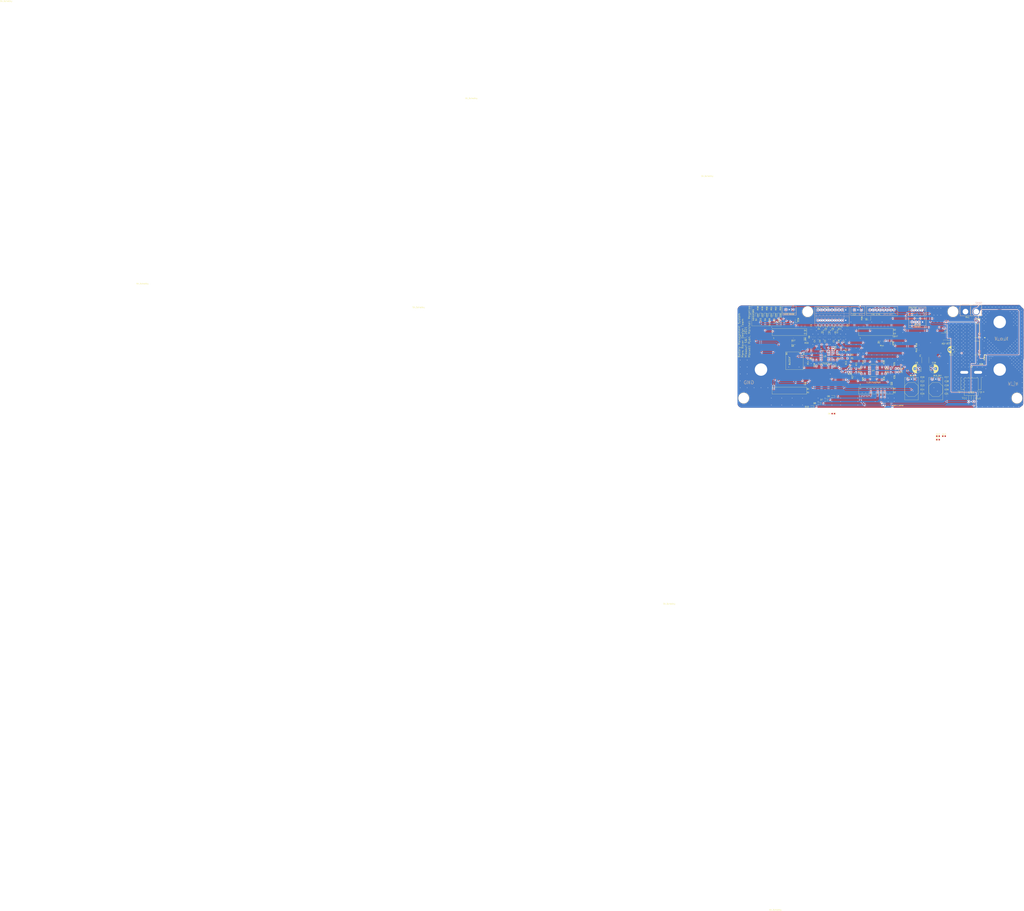
<source format=kicad_pcb>
(kicad_pcb (version 20171130) (host pcbnew "(5.1.6)-1")
  (layers (0 F.Cu signal) (31 B.Cu signal) (34 B.Paste user) (35 F.Paste user) (36 B.SilkS user) (37 F.SilkS user) (38 B.Mask user) (39 F.Mask user) (44 Edge.Cuts user))
  (net 0 "")
  (net 1 "Net-(B1-Pad2)")
  (net 2 +5V)
  (net 3 GND)
  (net 4 /cell_4)
  (net 5 /cell_3)
  (net 6 /cell_2)
  (net 7 /cell_1)
  (net 8 /cell_8)
  (net 9 /cell_7)
  (net 10 /cell_6)
  (net 11 /logic_power)
  (net 12 /PV)
  (net 13 +3V3)
  (net 14 "/temp_sense(A)")
  (net 15 "Net-(Conn4-Pad1)")
  (net 16 "Net-(Conn5-Pad3)")
  (net 17 /pack_gate)
  (net 18 "Net-(Conn5-Pad1)")
  (net 19 /cell_4_sense)
  (net 20 /cell_3_sense)
  (net 21 /cell_2_sense)
  (net 22 /cell_5_sense)
  (net 23 /cell_1_sense)
  (net 24 /cell_8_sense)
  (net 25 /cell_7_sense)
  (net 26 /cell_6_sense)
  (net 27 E_STOP_GATE)
  (net 28 /V_out_sense)
  (net 29 /logic_power_sense)
  (net 30 "Net-(D21-Pad1)")
  (net 31 "Net-(D22-Pad1)")
  (net 32 /sw_ind)
  (net 33 "Net-(D23-Pad1)")
  (net 34 /sw_err)
  (net 35 "Net-(D24-Pad1)")
  (net 36 /V_out_ind)
  (net 37 "Net-(D25-Pad1)")
  (net 38 /FANS_IND)
  (net 39 "Net-(D26-Pad1)")
  (net 40 "Net-(F1-Pad2)")
  (net 41 /pack_i_sense)
  (net 42 /V_in)
  (net 43 /fan_control)
  (net 44 /ESTOP/V_out)
  (net 45 "Net-(Q4-Pad3)")
  (net 46 /logic_switch)
  (net 47 /buzzer_control)
  (net 48 "Net-(R1-Pad1)")
  (net 49 "Net-(R15-Pad2)")
  (net 50 "Net-(R12-Pad2)")
  (net 51 "Net-(R16-Pad2)")
  (net 52 "Net-(R13-Pad2)")
  (net 53 "Net-(R17-Pad2)")
  (net 54 "Net-(R14-Pad2)")
  (net 55 "Net-(R18-Pad2)")
  (net 56 "Net-(R10-Pad1)")
  (net 57 "Net-(R19-Pad1)")
  (net 58 "Net-(R20-Pad1)")
  (net 59 "Net-(R21-Pad1)")
  (net 60 "Net-(R22-Pad1)")
  (net 61 "Net-(R23-Pad1)")
  (net 62 "Net-(R24-Pad1)")
  (net 63 "Net-(U1-PadPP2)")
  (net 64 "Net-(U1-PadPN3)")
  (net 65 "Net-(U1-PadPN2)")
  (net 66 "Net-(U1-PadPD1)")
  (net 67 "Net-(U1-PadRese)")
  (net 68 "Net-(U1-PadPL3)")
  (net 69 "Net-(U1-PadPL2)")
  (net 70 "Net-(U1-PadPL1)")
  (net 71 "Net-(U1-PadPL5)")
  (net 72 "Net-(U1-PadPL4)")
  (net 73 "Net-(U1-PadPG0)")
  (net 74 "Net-(U1-PadPF3)")
  (net 75 "Net-(U1-PadPF2)")
  (net 76 "Net-(U1-PadPB3)")
  (net 77 "Net-(U1-PadPB2)")
  (net 78 "Net-(U1-PadPC7)")
  (net 79 "Net-(U1-PadPD3)")
  (net 80 "Net-(U1-PadPM5)")
  (net 81 "Net-(U1-PadPM4)")
  (net 82 "Net-(U1-Pad+5V)")
  (net 83 "Net-(U1-PadPM7)")
  (net 84 "Net-(U1-PadPH1)")
  (net 85 "Net-(U1-PadPH0)")
  (net 86 "Net-(U1-PadPM2)")
  (net 87 "Net-(U1-PadPM1)")
  (net 88 "Net-(U1-PadPM0)")
  (net 89 "Net-(U1-PadPK5)")
  (net 90 "Net-(U1-PadPK4)")
  (net 91 "Net-(U1-PadPG1)")
  (net 92 "Net-(U1-PadPP4)")
  (net 93 "Net-(U1-PadPP1)")
  (net 94 "Net-(U1-PadPP0)")
  (net 95 "Net-(U1-PadPD2)")
  (net 96 "Net-(U1-PadPA5)")
  (net 97 "Net-(U1-Pad+5V')")
  (net 98 "Net-(U1-PadPN5)")
  (net 99 "Net-(U1-PadRese')")
  (net 100 "Net-(U1-PadPA4)")
  (net 101 "Net-(U1-PadPQ0)")
  (net 102 "Net-(U1-PadPP3)")
  (net 103 "Net-(U1-PadPQ3)")
  (net 104 "Net-(U1-PadPQ2)")
  (net 105 "Net-(U1-PadPQ1)")
  (net 106 "Net-(U7-Pad3)")
  (net 107 "Net-(U7-Pad2)")
  (net 108 "Net-(U1-PadPE0)")
  (net 109 "Net-(U1-PadPE1)")
  (net 110 "Net-(U1-PadPC6)")
  (net 111 "Net-(U1-PadPE3)")
  (net 112 "Net-(U1-PadPE4)")
  (net 113 "Net-(U1-PadPD7)")
  (net 114 "Net-(U1-PadPE2)")
  (net 115 "Net-(U1-PadPA6)")
  (net 116 "Net-(U1-PadPC4)")
  (net 117 "Net-(U1-PadPC5)")
  (net 118 "Net-(U1-PadPE5)")
  (net 119 /LCD_TX)
  (net 120 cell_5_extension)
  (module MRDT_Drill_Holes:4_40_Hole (layer F.Cu) (at 194.31 30.48)
    (fp_text reference REF** hide)
    (fp_text value 4_40_Hole hide)
    (pad "" np_thru_hole circle (at 0 0) (size 2.9464 2.9464) (drill 2.9464) (layers *.Cu *.Mask) (clearance 2.5))
  )
  (module MRDT_Drill_Holes:4_40_Hole (layer F.Cu) (at 241.3 93.98)
    (fp_text reference REF** hide)
    (fp_text value 4_40_Hole hide)
    (pad "" np_thru_hole circle (at 0 0) (size 2.9464 2.9464) (drill 2.9464) (layers *.Cu *.Mask) (clearance 2.5))
  )
  (module MRDT_Drill_Holes:4_40_Hole (layer F.Cu) (at 40.64 93.98)
    (fp_text reference REF** hide)
    (fp_text value 4_40_Hole hide)
    (pad "" np_thru_hole circle (at 0 0) (size 2.9464 2.9464) (drill 2.9464) (layers *.Cu *.Mask) (clearance 2.5))
  )
  (module MRDT_Shields:TM4C129E_Launchpad_FULL_SMD_TOP (layer F.Cu) (at 61.468 91.0844)
    (fp_text reference U1 hide)
    (fp_text value TM4C129E_Launchpad hide)
    (fp_text user A2 (at 89.916 -1.27 180) (layer F.SilkS))
    (fp_text user B2 (at 89.916 -4.064 180) (layer F.SilkS))
    (fp_text user A1 (at 26.416 -1.27 180) (layer F.SilkS))
    (fp_text user B1 (at 26.416 -3.81 180) (layer F.SilkS))
    (fp_text user D2 (at 89.916 -47.244) (layer F.SilkS))
    (fp_text user C2 (at 89.916 -44.45 180) (layer F.SilkS))
    (fp_text user D1 (at 24.384 -46.736 180) (layer F.SilkS))
    (fp_text user C1 (at 24.384 -44.45 180) (layer F.SilkS))
    (fp_text user X6 (at 87.63 -8.382) (layer F.SilkS))
    (fp_text user X7 (at 91.44 -42.418 180) (layer F.SilkS))
    (fp_text user X8 (at 24.13 -8.382 180) (layer F.SilkS))
    (fp_text user X9 (at 24.13 -39.878 180) (layer F.SilkS))
    (fp_text user 1 (at 64.77 -7.112 180) (layer F.SilkS))
    (fp_text user 10 (at 87.63 -7.112 180) (layer F.SilkS))
    (fp_text user 10 (at 89.408 -42.418 180) (layer F.SilkS))
    (fp_text user 1 (at 64.77 -41.148 180) (layer F.SilkS))
    (fp_text user 10 (at 24.13 -7.112 180) (layer F.SilkS))
    (fp_text user 1 (at 1.27 -7.112 180) (layer F.SilkS))
    (fp_text user 10 (at 24.13 -41.148 180) (layer F.SilkS))
    (fp_text user 1 (at 1.27 -41.148 180) (layer F.SilkS))
    (pad PP2 smd rect (at 24.13 -48.6664 180) (size 0.9906 1.778) (layers F.Cu F.Paste F.Mask) (net 63 "Net-(U1-PadPP2)"))
    (pad PN3 smd rect (at 21.59 -48.6664 180) (size 0.9906 1.778) (layers F.Cu F.Paste F.Mask) (net 64 "Net-(U1-PadPN3)"))
    (pad PN2 smd rect (at 19.05 -48.6664 180) (size 0.9906 1.778) (layers F.Cu F.Paste F.Mask) (net 65 "Net-(U1-PadPN2)"))
    (pad PD0 smd rect (at 16.51 -48.6664 180) (size 0.9906 1.778) (layers F.Cu F.Paste F.Mask) (net 28 /V_out_sense))
    (pad PD1 smd rect (at 13.97 -48.6664 180) (size 0.9906 1.778) (layers F.Cu F.Paste F.Mask) (net 14 "/temp_sense(A)"))
    (pad Rese smd rect (at 11.43 -48.6664 180) (size 0.9906 1.778) (layers F.Cu F.Paste F.Mask) (net 67 "Net-(U1-PadRese)"))
    (pad PH3 smd rect (at 8.89 -48.6664 180) (size 0.9906 1.778) (layers F.Cu F.Paste F.Mask) (net 38 /FANS_IND))
    (pad PH2 smd rect (at 6.35 -48.6664 180) (size 0.9906 1.778) (layers F.Cu F.Paste F.Mask) (net 36 /V_out_ind))
    (pad PM3 smd rect (at 3.81 -48.6664 180) (size 0.9906 1.778) (layers F.Cu F.Paste F.Mask) (net 34 /sw_err))
    (pad GND smd rect (at 1.27 -48.6664 180) (size 0.9906 1.778) (layers F.Cu F.Paste F.Mask) (net 3 GND))
    (pad PL3 smd rect (at 24.13 -42.7736 180) (size 0.9906 1.778) (layers F.Cu F.Paste F.Mask) (net 68 "Net-(U1-PadPL3)"))
    (pad PL2 smd rect (at 21.59 -42.7736 180) (size 0.9906 1.778) (layers F.Cu F.Paste F.Mask) (net 69 "Net-(U1-PadPL2)"))
    (pad PL1 smd rect (at 19.05 -42.7736 180) (size 0.9906 1.778) (layers F.Cu F.Paste F.Mask) (net 70 "Net-(U1-PadPL1)"))
    (pad PL0 smd rect (at 16.51 -42.7736 180) (size 0.9906 1.778) (layers F.Cu F.Paste F.Mask) (net 47 /buzzer_control))
    (pad PL5 smd rect (at 13.97 -42.7736 180) (size 0.9906 1.778) (layers F.Cu F.Paste F.Mask) (net 71 "Net-(U1-PadPL5)"))
    (pad PL4 smd rect (at 11.43 -42.7736 180) (size 0.9906 1.778) (layers F.Cu F.Paste F.Mask) (net 72 "Net-(U1-PadPL4)"))
    (pad PG0 smd rect (at 8.89 -42.7736 180) (size 0.9906 1.778) (layers F.Cu F.Paste F.Mask) (net 73 "Net-(U1-PadPG0)"))
    (pad PF3 smd rect (at 6.35 -42.7736 180) (size 0.9906 1.778) (layers F.Cu F.Paste F.Mask) (net 74 "Net-(U1-PadPF3)"))
    (pad PF2 smd rect (at 3.81 -42.7736 180) (size 0.9906 1.778) (layers F.Cu F.Paste F.Mask) (net 75 "Net-(U1-PadPF2)"))
    (pad PF1 smd rect (at 1.27 -42.7736 180) (size 0.9906 1.778) (layers F.Cu F.Paste F.Mask) (net 32 /sw_ind))
    (pad PB3 smd rect (at 24.13 0.4064 180) (size 0.9906 1.778) (layers F.Cu F.Paste F.Mask) (net 76 "Net-(U1-PadPB3)"))
    (pad PB2 smd rect (at 21.59 0.4064 180) (size 0.9906 1.778) (layers F.Cu F.Paste F.Mask) (net 77 "Net-(U1-PadPB2)"))
    (pad PC7 smd rect (at 19.05 0.4064 180) (size 0.9906 1.778) (layers F.Cu F.Paste F.Mask) (net 78 "Net-(U1-PadPC7)"))
    (pad PD3 smd rect (at 16.51 0.4064 180) (size 0.9906 1.778) (layers F.Cu F.Paste F.Mask) (net 79 "Net-(U1-PadPD3)"))
    (pad PE5 smd rect (at 13.97 0.4064 180) (size 0.9906 1.778) (layers F.Cu F.Paste F.Mask) (net 118 "Net-(U1-PadPE5)"))
    (pad PC6 smd rect (at 11.43 0.4064 180) (size 0.9906 1.778) (layers F.Cu F.Paste F.Mask) (net 110 "Net-(U1-PadPC6)"))
    (pad PC5 smd rect (at 8.89 0.4064 180) (size 0.9906 1.778) (layers F.Cu F.Paste F.Mask) (net 117 "Net-(U1-PadPC5)"))
    (pad PC4 smd rect (at 6.35 0.4064 180) (size 0.9906 1.778) (layers F.Cu F.Paste F.Mask) (net 116 "Net-(U1-PadPC4)"))
    (pad PE4 smd rect (at 3.81 0.4064 180) (size 0.9906 1.778) (layers F.Cu F.Paste F.Mask) (net 112 "Net-(U1-PadPE4)"))
    (pad +3V3 smd rect (at 1.27 0.4064 180) (size 0.9906 1.778) (layers F.Cu F.Paste F.Mask) (net 13 +3V3))
    (pad PM5 smd rect (at 24.13 -5.4864 180) (size 0.9906 1.778) (layers F.Cu F.Paste F.Mask) (net 80 "Net-(U1-PadPM5)"))
    (pad PM4 smd rect (at 21.59 -5.4864 180) (size 0.9906 1.778) (layers F.Cu F.Paste F.Mask) (net 81 "Net-(U1-PadPM4)"))
    (pad PA6 smd rect (at 19.05 -5.4864 180) (size 0.9906 1.778) (layers F.Cu F.Paste F.Mask) (net 115 "Net-(U1-PadPA6)"))
    (pad PD7 smd rect (at 16.51 -5.4864 180) (size 0.9906 1.778) (layers F.Cu F.Paste F.Mask) (net 113 "Net-(U1-PadPD7)"))
    (pad PE3 smd rect (at 13.97 -5.4864 180) (size 0.9906 1.778) (layers F.Cu F.Paste F.Mask) (net 111 "Net-(U1-PadPE3)"))
    (pad PE2 smd rect (at 11.43 -5.4864 180) (size 0.9906 1.778) (layers F.Cu F.Paste F.Mask) (net 114 "Net-(U1-PadPE2)"))
    (pad PE1 smd rect (at 8.89 -5.4864 180) (size 0.9906 1.778) (layers F.Cu F.Paste F.Mask) (net 109 "Net-(U1-PadPE1)"))
    (pad PE0 smd rect (at 6.35 -5.4864 180) (size 0.9906 1.778) (layers F.Cu F.Paste F.Mask) (net 108 "Net-(U1-PadPE0)"))
    (pad GND smd rect (at 3.81 -5.4864 180) (size 0.9906 1.778) (layers F.Cu F.Paste F.Mask) (net 3 GND))
    (pad +5V smd rect (at 1.27 -5.4864 180) (size 0.9906 1.778) (layers F.Cu F.Paste F.Mask) (net 82 "Net-(U1-Pad+5V)"))
    (pad PP5 smd rect (at 69.85 -48.6664 180) (size 0.9906 1.778) (layers F.Cu F.Paste F.Mask) (net 43 /fan_control))
    (pad PM7 smd rect (at 67.31 -48.6664 180) (size 0.9906 1.778) (layers F.Cu F.Paste F.Mask) (net 83 "Net-(U1-PadPM7)"))
    (pad GND smd rect (at 64.77 -48.6664 180) (size 0.9906 1.778) (layers F.Cu F.Paste F.Mask) (net 3 GND))
    (pad PK7 smd rect (at 87.63 -42.7736 180) (size 0.9906 1.778) (layers F.Cu F.Paste F.Mask) (net 29 /logic_power_sense))
    (pad PK6 smd rect (at 85.09 -42.7736 180) (size 0.9906 1.778) (layers F.Cu F.Paste F.Mask) (net 46 /logic_switch))
    (pad PH1 smd rect (at 82.55 -42.7736 180) (size 0.9906 1.778) (layers F.Cu F.Paste F.Mask) (net 84 "Net-(U1-PadPH1)"))
    (pad PH0 smd rect (at 80.01 -42.7736 180) (size 0.9906 1.778) (layers F.Cu F.Paste F.Mask) (net 85 "Net-(U1-PadPH0)"))
    (pad PM2 smd rect (at 77.47 -42.7736 180) (size 0.9906 1.778) (layers F.Cu F.Paste F.Mask) (net 86 "Net-(U1-PadPM2)"))
    (pad PM1 smd rect (at 74.93 -42.7736 180) (size 0.9906 1.778) (layers F.Cu F.Paste F.Mask) (net 87 "Net-(U1-PadPM1)"))
    (pad PM0 smd rect (at 72.39 -42.7736 180) (size 0.9906 1.778) (layers F.Cu F.Paste F.Mask) (net 88 "Net-(U1-PadPM0)"))
    (pad PK5 smd rect (at 69.85 -42.7736 180) (size 0.9906 1.778) (layers F.Cu F.Paste F.Mask) (net 89 "Net-(U1-PadPK5)"))
    (pad PK4 smd rect (at 67.31 -42.7736 180) (size 0.9906 1.778) (layers F.Cu F.Paste F.Mask) (net 90 "Net-(U1-PadPK4)"))
    (pad PG1 smd rect (at 64.77 -42.7736 180) (size 0.9906 1.778) (layers F.Cu F.Paste F.Mask) (net 91 "Net-(U1-PadPG1)"))
    (pad PN4 smd rect (at 87.63 0.4064 180) (size 0.9906 1.778) (layers F.Cu F.Paste F.Mask) (net 41 /pack_i_sense))
    (pad PP4 smd rect (at 82.55 0.4064 180) (size 0.9906 1.778) (layers F.Cu F.Paste F.Mask) (net 92 "Net-(U1-PadPP4)"))
    (pad PD5 smd rect (at 77.47 0.4064 180) (size 0.9906 1.778) (layers F.Cu F.Paste F.Mask) (net 25 /cell_7_sense))
    (pad PD4 smd rect (at 74.93 0.4064 180) (size 0.9906 1.778) (layers F.Cu F.Paste F.Mask) (net 24 /cell_8_sense))
    (pad PP1 smd rect (at 72.39 0.4064 180) (size 0.9906 1.778) (layers F.Cu F.Paste F.Mask) (net 93 "Net-(U1-PadPP1)"))
    (pad PP0 smd rect (at 69.85 0.4064 180) (size 0.9906 1.778) (layers F.Cu F.Paste F.Mask) (net 94 "Net-(U1-PadPP0)"))
    (pad PD2 smd rect (at 67.31 0.4064 180) (size 0.9906 1.778) (layers F.Cu F.Paste F.Mask) (net 95 "Net-(U1-PadPD2)"))
    (pad PA5 smd rect (at 87.63 -5.4864 180) (size 0.9906 1.778) (layers F.Cu F.Paste F.Mask) (net 96 "Net-(U1-PadPA5)"))
    (pad PK3 smd rect (at 82.55 -5.4864 180) (size 0.9906 1.778) (layers F.Cu F.Paste F.Mask) (net 23 /cell_1_sense))
    (pad PB5 smd rect (at 72.39 -5.4864 180) (size 0.9906 1.778) (layers F.Cu F.Paste F.Mask) (net 22 /cell_5_sense))
    (pad PB4 smd rect (at 69.85 -5.4864 180) (size 0.9906 1.778) (layers F.Cu F.Paste F.Mask) (net 26 /cell_6_sense))
    (pad GND smd rect (at 67.31 -5.4864 180) (size 0.9906 1.778) (layers F.Cu F.Paste F.Mask) (net 3 GND))
    (pad +5V' smd rect (at 64.77 -5.4864 180) (size 0.9906 1.778) (layers F.Cu F.Paste F.Mask) (net 97 "Net-(U1-Pad+5V')"))
    (pad PK1 smd rect (at 77.47 -5.4864 180) (size 0.9906 1.778) (layers F.Cu F.Paste F.Mask) (net 20 /cell_3_sense))
    (pad PK2 smd rect (at 80.01 -5.4864 180) (size 0.9906 1.778) (layers F.Cu F.Paste F.Mask) (net 21 /cell_2_sense))
    (pad PN5 smd rect (at 85.09 0.4064 180) (size 0.9906 1.778) (layers F.Cu F.Paste F.Mask) (net 98 "Net-(U1-PadPN5)"))
    (pad PA7 smd rect (at 72.39 -48.6664 180) (size 0.9906 1.778) (layers F.Cu F.Paste F.Mask) (net 119 /LCD_TX))
    (pad Rese' smd rect (at 74.93 -48.6664 180) (size 0.9906 1.778) (layers F.Cu F.Paste F.Mask) (net 99 "Net-(U1-PadRese')"))
    (pad PA4 smd rect (at 85.09 -5.4864 180) (size 0.9906 1.778) (layers F.Cu F.Paste F.Mask) (net 100 "Net-(U1-PadPA4)"))
    (pad PQ0 smd rect (at 80.01 0.4064 180) (size 0.9906 1.778) (layers F.Cu F.Paste F.Mask) (net 101 "Net-(U1-PadPQ0)"))
    (pad PP3 smd rect (at 82.55 -48.6664 180) (size 0.9906 1.778) (layers F.Cu F.Paste F.Mask) (net 102 "Net-(U1-PadPP3)"))
    (pad PQ3 smd rect (at 80.01 -48.6664 180) (size 0.9906 1.778) (layers F.Cu F.Paste F.Mask) (net 103 "Net-(U1-PadPQ3)"))
    (pad PK0 smd rect (at 74.93 -5.4864 180) (size 0.9906 1.778) (layers F.Cu F.Paste F.Mask) (net 19 /cell_4_sense))
    (pad PQ2 smd rect (at 77.47 -48.6664 180) (size 0.9906 1.778) (layers F.Cu F.Paste F.Mask) (net 104 "Net-(U1-PadPQ2)"))
    (pad PQ1 smd rect (at 85.09 -48.6664 180) (size 0.9906 1.778) (layers F.Cu F.Paste F.Mask) (net 105 "Net-(U1-PadPQ1)"))
    (pad PM6 smd rect (at 87.63 -48.6664 180) (size 0.9906 1.778) (layers F.Cu F.Paste F.Mask) (net 17 /pack_gate))
    (pad +3V3' smd rect (at 64.77 0.4064 180) (size 0.9906 1.778) (layers F.Cu F.Paste F.Mask) (net 13 +3V3))
  )
  (module MRDT_BMS2021:RB886CST2RA (layer F.Cu) (at 95.8469 41.91 180)
    (fp_text reference D4 (at -0.0381 -1.27) (layer F.SilkS))
    (fp_text value 5V_Schottky (at 109.8169 -203.2) (layer F.SilkS))
    (fp_text user * (at -1.1049 0) (layer F.SilkS))
    (fp_text user * (at -1.1049 0) (layer F.SilkS))
    (pad 1 smd rect (at -0.5969 0 180) (size 0.254 0.4064) (layers F.Cu F.Paste F.Mask) (net 6 /cell_2))
    (pad 2 smd rect (at 0.5969 0 180) (size 0.254 0.4064) (layers F.Cu F.Paste F.Mask) (net 7 /cell_1))
  )
  (module MRDT_Drill_Holes:4_40_Hole (layer F.Cu) (at 87.63 30.48)
    (fp_text reference REF** hide)
    (fp_text value 4_40_Hole hide)
    (pad "" np_thru_hole circle (at 0 0) (size 2.9464 2.9464) (drill 2.9464) (layers *.Cu *.Mask) (clearance 2.5))
  )
  (module Resistor_SMD:R_0603_1608Metric_Pad1.05x0.95mm_HandSolder (layer F.Cu) (at 145.655 71.12)
    (fp_text reference R20 (at 0 1.524) (layer F.SilkS))
    (fp_text value 8.2M)
    (pad 1 smd roundrect (at -0.875 0) (size 1.05 0.95) (layers F.Cu F.Paste F.Mask) (net 58 "Net-(R20-Pad1)"))
    (pad 2 smd roundrect (at 0.875 0) (size 1.05 0.95) (layers F.Cu F.Paste F.Mask) (net 9 /cell_7))
  )
  (module MRDT_BMS2021:RB886CST2RA (layer F.Cu) (at 111.0869 41.91 180)
    (fp_text reference D11 (at -0.0381 -1.27) (layer F.SilkS))
    (fp_text value 5V_Schottky (at 97.155 110.998) (layer F.SilkS))
    (fp_text user * (at -1.1049 0) (layer F.SilkS))
    (fp_text user * (at -1.1049 0) (layer F.SilkS))
    (pad 2 smd rect (at 0.5969 0 180) (size 0.254 0.4064) (layers F.Cu F.Paste F.Mask) (net 9 /cell_7))
    (pad 1 smd rect (at -0.5969 0 180) (size 0.254 0.4064) (layers F.Cu F.Paste F.Mask) (net 8 /cell_8))
  )
  (module MRDT_BMS2021:RB886CST2RA (layer F.Cu) (at 108.5469 44.45 180)
    (fp_text reference D12 (at -0.0381 -1.27) (layer F.SilkS))
    (fp_text value 5V_Schottky (at 44.5389 -425.45) (layer F.SilkS))
    (fp_text user * (at -1.1049 0) (layer F.SilkS))
    (fp_text user * (at -1.1049 0) (layer F.SilkS))
    (pad 1 smd rect (at -0.5969 0 180) (size 0.254 0.4064) (layers F.Cu F.Paste F.Mask) (net 9 /cell_7))
    (pad 2 smd rect (at 0.5969 0 180) (size 0.254 0.4064) (layers F.Cu F.Paste F.Mask) (net 10 /cell_6))
  )
  (module MRDT_BMS2021:TO127P1524X483-7N (layer F.Cu) (at 209.804 44.45 180)
    (fp_text reference Q3 (at -2.032 0) (layer F.SilkS) (effects (font (size 1.000811 1.000811) (thickness 0.015))))
    (fp_text value IRFS7530TRL7PP)
    (pad 4 smd rect (at 4.2 0 180) (size 8.2 10.7) (layers F.Cu F.Paste F.Mask) (net 12 /PV))
    (pad 7 smd rect (at -6.4 3.81 180) (size 3.8 1.05) (layers F.Cu F.Paste F.Mask) (net 44 /ESTOP/V_out))
    (pad 6 smd rect (at -6.4 2.54 180) (size 3.8 1.05) (layers F.Cu F.Paste F.Mask) (net 44 /ESTOP/V_out))
    (pad 5 smd rect (at -6.4 1.27 180) (size 3.8 1.05) (layers F.Cu F.Paste F.Mask) (net 44 /ESTOP/V_out))
    (pad 3 smd rect (at -6.4 -1.27 180) (size 3.8 1.05) (layers F.Cu F.Paste F.Mask) (net 44 /ESTOP/V_out))
    (pad 2 smd rect (at -6.4 -2.54 180) (size 3.8 1.05) (layers F.Cu F.Paste F.Mask) (net 44 /ESTOP/V_out))
    (pad 1 smd rect (at -6.4 -3.81 180) (size 3.8 1.05) (layers F.Cu F.Paste F.Mask) (net 27 E_STOP_GATE))
  )
  (module Capacitor_THT:CP_Radial_D5.0mm_P2.50mm (layer F.Cu) (at 194.31 58.42 180)
    (fp_text reference C11 (at 1.25 -3.75) (layer F.SilkS))
    (fp_text value 10u)
    (pad 2 thru_hole circle (at 2.5 0 180) (size 1.6 1.6) (drill 0.8) (layers *.Cu *.Mask) (net 3 GND))
    (pad 1 thru_hole rect (at 0 0 180) (size 1.6 1.6) (drill 0.8) (layers *.Cu *.Mask) (net 12 /PV))
  )
  (module MRDT_Connectors:MOLEX_SL_04_Vertical (layer B.Cu) (at 164.338 38.1)
    (fp_text reference Conn5 hide)
    (fp_text value Molex_SL_04)
    (pad 1 thru_hole circle (at 0 0) (size 1.524 1.524) (drill 0.9) (layers *.Cu *.Mask) (net 18 "Net-(Conn5-Pad1)"))
    (pad 2 thru_hole circle (at 2.54 0) (size 1.524 1.524) (drill 0.9) (layers *.Cu *.Mask) (net 17 /pack_gate))
    (pad 3 thru_hole circle (at 5.08 0) (size 1.524 1.524) (drill 0.9) (layers *.Cu *.Mask) (net 16 "Net-(Conn5-Pad3)"))
    (pad 4 thru_hole circle (at 7.62 0) (size 1.524 1.524) (drill 0.9) (layers *.Cu *.Mask) (net 3 GND))
    (pad 4 thru_hole circle (at 7.62 0) (size 1.524 1.524) (drill 0.9) (layers *.Cu *.Mask) (net 3 GND))
  )
  (module MRDT_Connectors:MOLEX_SL_09_Vertical (layer B.Cu) (at 95.25 36.83)
    (fp_text reference Conn1 hide)
    (fp_text value cell_filter)
    (pad 9 thru_hole circle (at 20.32 0) (size 1.524 1.524) (drill 0.9) (layers *.Cu *.Mask) (net 3 GND))
    (pad 8 thru_hole circle (at 17.78 0) (size 1.524 1.524) (drill 0.9) (layers *.Cu *.Mask) (net 8 /cell_8))
    (pad 7 thru_hole circle (at 15.24 0) (size 1.524 1.524) (drill 0.9) (layers *.Cu *.Mask) (net 9 /cell_7))
    (pad 6 thru_hole circle (at 12.7 0) (size 1.524 1.524) (drill 0.9) (layers *.Cu *.Mask) (net 10 /cell_6))
    (pad 5 thru_hole circle (at 10.16 0) (size 1.524 1.524) (drill 0.9) (layers *.Cu *.Mask) (net 120 cell_5_extension))
    (pad 4 thru_hole circle (at 7.62 0) (size 1.524 1.524) (drill 0.9) (layers *.Cu *.Mask) (net 4 /cell_4))
    (pad 3 thru_hole circle (at 5.08 0) (size 1.524 1.524) (drill 0.9) (layers *.Cu *.Mask) (net 5 /cell_3))
    (pad 2 thru_hole circle (at 2.54 0) (size 1.524 1.524) (drill 0.9) (layers *.Cu *.Mask) (net 6 /cell_2))
    (pad 1 thru_hole circle (at 0 0) (size 1.524 1.524) (drill 0.9) (layers *.Cu *.Mask) (net 7 /cell_1))
  )
  (module MRDT_BMS2021:TO127P1524X483-7N (layer F.Cu) (at 209.804 57.15 180)
    (fp_text reference Q2 (at -2.032 0) (layer F.SilkS) (effects (font (size 1.000811 1.000811) (thickness 0.015))))
    (fp_text value IRFS7530TRL7PP)
    (pad 4 smd rect (at 4.2 0 180) (size 8.2 10.7) (layers F.Cu F.Paste F.Mask) (net 12 /PV))
    (pad 7 smd rect (at -6.4 3.81 180) (size 3.8 1.05) (layers F.Cu F.Paste F.Mask) (net 44 /ESTOP/V_out))
    (pad 6 smd rect (at -6.4 2.54 180) (size 3.8 1.05) (layers F.Cu F.Paste F.Mask) (net 44 /ESTOP/V_out))
    (pad 5 smd rect (at -6.4 1.27 180) (size 3.8 1.05) (layers F.Cu F.Paste F.Mask) (net 44 /ESTOP/V_out))
    (pad 3 smd rect (at -6.4 -1.27 180) (size 3.8 1.05) (layers F.Cu F.Paste F.Mask) (net 44 /ESTOP/V_out))
    (pad 2 smd rect (at -6.4 -2.54 180) (size 3.8 1.05) (layers F.Cu F.Paste F.Mask) (net 44 /ESTOP/V_out))
    (pad 1 smd rect (at -6.4 -3.81 180) (size 3.8 1.05) (layers F.Cu F.Paste F.Mask) (net 27 E_STOP_GATE))
  )
  (module Package_TO_SOT_SMD:SOT-23 (layer F.Cu) (at 142.052 52.848 90)
    (fp_text reference Q4 (at 0 -2.5 90) (layer F.SilkS))
    (fp_text value 2N7002)
    (pad 3 smd rect (at 1 0 90) (size 0.9 0.8) (layers F.Cu F.Paste F.Mask) (net 45 "Net-(Q4-Pad3)"))
    (pad 2 smd rect (at -1 0.95 90) (size 0.9 0.8) (layers F.Cu F.Paste F.Mask) (net 46 /logic_switch))
    (pad 1 smd rect (at -1 -0.95 90) (size 0.9 0.8) (layers F.Cu F.Paste F.Mask) (net 3 GND))
  )
  (module Package_TO_SOT_SMD:SOT-323_SC-70_Handsoldering (layer F.Cu) (at 132.7 35.9375 270)
    (fp_text reference Q1 (at 0.0035 2.0805 90) (layer F.SilkS))
    (fp_text value 2N7002PW)
    (pad 3 smd rect (at 1.33 0 180) (size 0.45 1.5) (layers F.Cu F.Paste F.Mask) (net 3 GND))
    (pad 2 smd rect (at -1.33 0.65 180) (size 0.45 1.5) (layers F.Cu F.Paste F.Mask) (net 43 /fan_control))
    (pad 1 smd rect (at -1.33 -0.65 180) (size 0.45 1.5) (layers F.Cu F.Paste F.Mask) (net 15 "Net-(Conn4-Pad1)"))
  )
  (module MRDT_Connectors:MOLEX_SL_08_Vertical (layer B.Cu) (at 133.35 29.21)
    (fp_text reference Conn4 hide)
    (fp_text value Molex_SL_08)
    (pad 8 thru_hole circle (at 17.78 0) (size 1.524 1.524) (drill 0.9) (layers *.Cu *.Mask) (net 2 +5V))
    (pad 7 thru_hole circle (at 15.24 0) (size 1.524 1.524) (drill 0.9) (layers *.Cu *.Mask) (net 15 "Net-(Conn4-Pad1)"))
    (pad 6 thru_hole circle (at 12.7 0) (size 1.524 1.524) (drill 0.9) (layers *.Cu *.Mask) (net 2 +5V))
    (pad 5 thru_hole circle (at 10.16 0) (size 1.524 1.524) (drill 0.9) (layers *.Cu *.Mask) (net 15 "Net-(Conn4-Pad1)"))
    (pad 4 thru_hole circle (at 7.62 0) (size 1.524 1.524) (drill 0.9) (layers *.Cu *.Mask) (net 2 +5V))
    (pad 3 thru_hole circle (at 5.08 0) (size 1.524 1.524) (drill 0.9) (layers *.Cu *.Mask) (net 15 "Net-(Conn4-Pad1)"))
    (pad 2 thru_hole circle (at 2.54 0) (size 1.524 1.524) (drill 0.9) (layers *.Cu *.Mask) (net 2 +5V))
    (pad 1 thru_hole circle (at 0 0) (size 1.524 1.524) (drill 0.9) (layers *.Cu *.Mask) (net 15 "Net-(Conn4-Pad1)"))
  )
  (module MRDT_Drill_Holes:BATT_PWR_VIA (layer F.Cu) (at 228.6 38.1)
    (fp_text reference V3 hide)
    (fp_text value BATT_PWR_VIA hide)
    (pad 1 thru_hole circle (at 0 0) (size 18.288 18.288) (drill 9.144) (layers *.Cu *.Mask) (net 44 /ESTOP/V_out))
  )
  (module MRDT_Drill_Holes:BATT_PWR_VIA (layer F.Cu) (at 53.34 73.025)
    (fp_text reference V2 hide)
    (fp_text value BATT_PWR_VIA hide)
    (pad 1 thru_hole circle (at 0 0) (size 18.288 18.288) (drill 9.144) (layers *.Cu *.Mask) (net 3 GND))
  )
  (module MRDT_Drill_Holes:BATT_PWR_VIA (layer F.Cu) (at 228.6 73.025)
    (fp_text reference V1 hide)
    (fp_text value BATT_PWR_VIA hide)
    (pad 1 thru_hole circle (at 0 0) (size 18.288 18.288) (drill 9.144) (layers *.Cu *.Mask) (net 42 /V_in))
  )
  (module MRDT_BMS2021:LT1910_SOIC-8-1EP_3.9x4.9mm_P1.27mm_EP2.41x3.3mm (layer F.Cu) (at 189.041 48.641)
    (fp_text reference U7 (at 0 -3.4) (layer F.SilkS))
    (fp_text value LT1910)
    (pad 8 smd roundrect (at 2.475 -1.905) (size 1.95 0.6) (layers F.Cu F.Paste F.Mask) (net 12 /PV))
    (pad 7 smd roundrect (at 2.475 -0.635) (size 1.95 0.6) (layers F.Cu F.Paste F.Mask))
    (pad 6 smd roundrect (at 2.475 0.635) (size 1.95 0.6) (layers F.Cu F.Paste F.Mask) (net 12 /PV))
    (pad 5 smd roundrect (at 2.475 1.905) (size 1.95 0.6) (layers F.Cu F.Paste F.Mask) (net 27 E_STOP_GATE))
    (pad 4 smd roundrect (at -2.475 1.905) (size 1.95 0.6) (layers F.Cu F.Paste F.Mask) (net 18 "Net-(Conn5-Pad1)"))
    (pad 3 smd roundrect (at -2.475 0.635) (size 1.95 0.6) (layers F.Cu F.Paste F.Mask) (net 106 "Net-(U7-Pad3)"))
    (pad 2 smd roundrect (at -2.475 -0.635) (size 1.95 0.6) (layers F.Cu F.Paste F.Mask) (net 107 "Net-(U7-Pad2)"))
    (pad 1 smd roundrect (at -2.475 -1.905) (size 1.95 0.6) (layers F.Cu F.Paste F.Mask) (net 3 GND))
  )
  (module MRDT_BMS2021:TL3474ID (layer F.Cu) (at 135.8138 73.66)
    (fp_text reference U4 (at 0 0) (layer F.SilkS))
    (fp_text value TL3474ACPWR (at 0.0762 8.89) (layer F.SilkS))
    (fp_text user * (at -2.7178 -5.5118) (layer F.SilkS))
    (fp_text user * (at -2.7178 -5.5118) (layer F.SilkS))
    (pad 14 smd rect (at 2.4638 -3.81) (size 1.9812 0.5588) (layers F.Cu F.Paste F.Mask) (net 24 /cell_8_sense))
    (pad 13 smd rect (at 2.4638 -2.54) (size 1.9812 0.5588) (layers F.Cu F.Paste F.Mask) (net 58 "Net-(R20-Pad1)"))
    (pad 12 smd rect (at 2.4638 -1.27) (size 1.9812 0.5588) (layers F.Cu F.Paste F.Mask) (net 57 "Net-(R19-Pad1)"))
    (pad 11 smd rect (at 2.4638 0) (size 1.9812 0.5588) (layers F.Cu F.Paste F.Mask) (net 3 GND))
    (pad 10 smd rect (at 2.4638 1.27) (size 1.9812 0.5588) (layers F.Cu F.Paste F.Mask) (net 59 "Net-(R21-Pad1)"))
    (pad 9 smd rect (at 2.4638 2.54) (size 1.9812 0.5588) (layers F.Cu F.Paste F.Mask) (net 60 "Net-(R22-Pad1)"))
    (pad 8 smd rect (at 2.4638 3.81) (size 1.9812 0.5588) (layers F.Cu F.Paste F.Mask) (net 25 /cell_7_sense))
    (pad 7 smd rect (at -2.4638 3.81) (size 1.9812 0.5588) (layers F.Cu F.Paste F.Mask) (net 26 /cell_6_sense))
    (pad 6 smd rect (at -2.4638 2.54) (size 1.9812 0.5588) (layers F.Cu F.Paste F.Mask) (net 62 "Net-(R24-Pad1)"))
    (pad 5 smd rect (at -2.4638 1.27) (size 1.9812 0.5588) (layers F.Cu F.Paste F.Mask) (net 61 "Net-(R23-Pad1)"))
    (pad 4 smd rect (at -2.4638 0) (size 1.9812 0.5588) (layers F.Cu F.Paste F.Mask) (net 2 +5V))
    (pad 3 smd rect (at -2.4638 -1.27) (size 1.9812 0.5588) (layers F.Cu F.Paste F.Mask) (net 48 "Net-(R1-Pad1)"))
    (pad 2 smd rect (at -2.4638 -2.54) (size 1.9812 0.5588) (layers F.Cu F.Paste F.Mask) (net 49 "Net-(R15-Pad2)"))
    (pad 1 smd rect (at -2.4638 -3.81) (size 1.9812 0.5588) (layers F.Cu F.Paste F.Mask) (net 22 /cell_5_sense))
  )
  (module MRDT_BMS2021:TL3474ID (layer F.Cu) (at 100.2538 63.5)
    (fp_text reference U3 (at 0 -0.254) (layer F.SilkS))
    (fp_text value TL3474ACPWR (at 0.0762 5.334) (layer F.SilkS))
    (fp_text user * (at -2.7178 -5.5118) (layer F.SilkS))
    (fp_text user * (at -2.7178 -5.5118) (layer F.SilkS))
    (pad 1 smd rect (at -2.4638 -3.81) (size 1.9812 0.5588) (layers F.Cu F.Paste F.Mask) (net 23 /cell_1_sense))
    (pad 2 smd rect (at -2.4638 -2.54) (size 1.9812 0.5588) (layers F.Cu F.Paste F.Mask) (net 23 /cell_1_sense))
    (pad 3 smd rect (at -2.4638 -1.27) (size 1.9812 0.5588) (layers F.Cu F.Paste F.Mask) (net 56 "Net-(R10-Pad1)"))
    (pad 4 smd rect (at -2.4638 0) (size 1.9812 0.5588) (layers F.Cu F.Paste F.Mask) (net 2 +5V))
    (pad 5 smd rect (at -2.4638 1.27) (size 1.9812 0.5588) (layers F.Cu F.Paste F.Mask) (net 54 "Net-(R14-Pad2)"))
    (pad 6 smd rect (at -2.4638 2.54) (size 1.9812 0.5588) (layers F.Cu F.Paste F.Mask) (net 55 "Net-(R18-Pad2)"))
    (pad 7 smd rect (at -2.4638 3.81) (size 1.9812 0.5588) (layers F.Cu F.Paste F.Mask) (net 21 /cell_2_sense))
    (pad 8 smd rect (at 2.4638 3.81) (size 1.9812 0.5588) (layers F.Cu F.Paste F.Mask) (net 20 /cell_3_sense))
    (pad 9 smd rect (at 2.4638 2.54) (size 1.9812 0.5588) (layers F.Cu F.Paste F.Mask) (net 53 "Net-(R17-Pad2)"))
    (pad 10 smd rect (at 2.4638 1.27) (size 1.9812 0.5588) (layers F.Cu F.Paste F.Mask) (net 52 "Net-(R13-Pad2)"))
    (pad 11 smd rect (at 2.4638 0) (size 1.9812 0.5588) (layers F.Cu F.Paste F.Mask) (net 3 GND))
    (pad 12 smd rect (at 2.4638 -1.27) (size 1.9812 0.5588) (layers F.Cu F.Paste F.Mask) (net 50 "Net-(R12-Pad2)"))
    (pad 13 smd rect (at 2.4638 -2.54) (size 1.9812 0.5588) (layers F.Cu F.Paste F.Mask) (net 51 "Net-(R16-Pad2)"))
    (pad 14 smd rect (at 2.4638 -3.81) (size 1.9812 0.5588) (layers F.Cu F.Paste F.Mask) (net 19 /cell_4_sense))
  )
  (module MRDT_Connectors:MOLEX_SL_04_Vertical (layer B.Cu) (at 164.338 29.464)
    (fp_text reference SW1 hide)
    (fp_text value Relay_SPST)
    (pad 4 thru_hole circle (at 7.62 0) (size 1.524 1.524) (drill 0.9) (layers *.Cu *.Mask) (net 40 "Net-(F1-Pad2)"))
    (pad 4 thru_hole circle (at 7.62 0) (size 1.524 1.524) (drill 0.9) (layers *.Cu *.Mask) (net 40 "Net-(F1-Pad2)"))
    (pad 3 thru_hole circle (at 5.08 0) (size 1.524 1.524) (drill 0.9) (layers *.Cu *.Mask) (net 12 /PV))
    (pad 2 thru_hole circle (at 2.54 0) (size 1.524 1.524) (drill 0.9) (layers *.Cu *.Mask) (net 2 +5V))
    (pad 1 thru_hole circle (at 0 0) (size 1.524 1.524) (drill 0.9) (layers *.Cu *.Mask) (net 45 "Net-(Q4-Pad3)"))
  )
  (module Resistor_SMD:R_0603_1608Metric_Pad1.05x0.95mm_HandSolder (layer F.Cu) (at 66.294 28.081 90)
    (fp_text reference R53 (at -0.113 1.27 90) (layer F.SilkS))
    (fp_text value 330)
    (pad 2 smd roundrect (at 0.875 0 90) (size 1.05 0.95) (layers F.Cu F.Paste F.Mask) (net 3 GND))
    (pad 1 smd roundrect (at -0.875 0 90) (size 1.05 0.95) (layers F.Cu F.Paste F.Mask) (net 39 "Net-(D26-Pad1)"))
  )
  (module Resistor_SMD:R_0603_1608Metric_Pad1.05x0.95mm_HandSolder (layer F.Cu) (at 62.992 28.081 90)
    (fp_text reference R52 (at -0.113 1.27 90) (layer F.SilkS))
    (fp_text value 330)
    (pad 2 smd roundrect (at 0.875 0 90) (size 1.05 0.95) (layers F.Cu F.Paste F.Mask) (net 3 GND))
    (pad 1 smd roundrect (at -0.875 0 90) (size 1.05 0.95) (layers F.Cu F.Paste F.Mask) (net 37 "Net-(D25-Pad1)"))
  )
  (module Resistor_SMD:R_0603_1608Metric_Pad1.05x0.95mm_HandSolder (layer F.Cu) (at 59.69 28.081 90)
    (fp_text reference R51 (at -0.113 1.27 90) (layer F.SilkS))
    (fp_text value 330)
    (pad 2 smd roundrect (at 0.875 0 90) (size 1.05 0.95) (layers F.Cu F.Paste F.Mask) (net 3 GND))
    (pad 1 smd roundrect (at -0.875 0 90) (size 1.05 0.95) (layers F.Cu F.Paste F.Mask) (net 35 "Net-(D24-Pad1)"))
  )
  (module Resistor_SMD:R_0603_1608Metric_Pad1.05x0.95mm_HandSolder (layer F.Cu) (at 56.388 28.081 90)
    (fp_text reference R50 (at -0.113 1.27 90) (layer F.SilkS))
    (fp_text value 330)
    (pad 2 smd roundrect (at 0.875 0 90) (size 1.05 0.95) (layers F.Cu F.Paste F.Mask) (net 3 GND))
    (pad 1 smd roundrect (at -0.875 0 90) (size 1.05 0.95) (layers F.Cu F.Paste F.Mask) (net 33 "Net-(D23-Pad1)"))
  )
  (module Resistor_SMD:R_0603_1608Metric_Pad1.05x0.95mm_HandSolder (layer F.Cu) (at 53.086 28.081 90)
    (fp_text reference R49 (at -0.113 1.27 90) (layer F.SilkS))
    (fp_text value 330)
    (pad 2 smd roundrect (at 0.875 0 90) (size 1.05 0.95) (layers F.Cu F.Paste F.Mask) (net 3 GND))
    (pad 1 smd roundrect (at -0.875 0 90) (size 1.05 0.95) (layers F.Cu F.Paste F.Mask) (net 31 "Net-(D22-Pad1)"))
  )
  (module Resistor_SMD:R_0603_1608Metric_Pad1.05x0.95mm_HandSolder (layer F.Cu) (at 49.784 28.081 90)
    (fp_text reference R48 (at 0 1.27 90) (layer F.SilkS))
    (fp_text value 500)
    (pad 1 smd roundrect (at -0.875 0 90) (size 1.05 0.95) (layers F.Cu F.Paste F.Mask) (net 30 "Net-(D21-Pad1)"))
    (pad 2 smd roundrect (at 0.875 0 90) (size 1.05 0.95) (layers F.Cu F.Paste F.Mask) (net 3 GND))
  )
  (module Resistor_SMD:R_0603_1608Metric_Pad1.05x0.95mm_HandSolder (layer F.Cu) (at 77.103 50.292 180)
    (fp_text reference R47 (at 0 -1.43) (layer F.SilkS))
    (fp_text value 10kΩ)
    (pad 2 smd roundrect (at 0.875 0 180) (size 1.05 0.95) (layers F.Cu F.Paste F.Mask) (net 3 GND))
    (pad 1 smd roundrect (at -0.875 0 180) (size 1.05 0.95) (layers F.Cu F.Paste F.Mask) (net 47 /buzzer_control))
  )
  (module Resistor_SMD:R_0603_1608Metric_Pad1.05x0.95mm_HandSolder (layer F.Cu) (at 168.91 55.005 90)
    (fp_text reference R46 (at 0 -1.43 90) (layer F.SilkS))
    (fp_text value 110k)
    (pad 2 smd roundrect (at 0.875 0 90) (size 1.05 0.95) (layers F.Cu F.Paste F.Mask) (net 3 GND))
    (pad 1 smd roundrect (at -0.875 0 90) (size 1.05 0.95) (layers F.Cu F.Paste F.Mask) (net 29 /logic_power_sense))
  )
  (module Resistor_SMD:R_0603_1608Metric_Pad1.05x0.95mm_HandSolder (layer F.Cu) (at 168.91 58.815 90)
    (fp_text reference R45 (at 0 -1.43 90) (layer F.SilkS))
    (fp_text value 1.01M)
    (pad 2 smd roundrect (at 0.875 0 90) (size 1.05 0.95) (layers F.Cu F.Paste F.Mask) (net 29 /logic_power_sense))
    (pad 1 smd roundrect (at -0.875 0 90) (size 1.05 0.95) (layers F.Cu F.Paste F.Mask) (net 11 /logic_power))
  )
  (module Resistor_SMD:R_0603_1608Metric_Pad1.05x0.95mm_HandSolder (layer F.Cu) (at 142.127 56.896)
    (fp_text reference R44 (at 0 -1.43) (layer F.SilkS))
    (fp_text value 10k)
    (pad 2 smd roundrect (at 0.875 0) (size 1.05 0.95) (layers F.Cu F.Paste F.Mask) (net 46 /logic_switch))
    (pad 1 smd roundrect (at -0.875 0) (size 1.05 0.95) (layers F.Cu F.Paste F.Mask) (net 3 GND))
  )
  (module Resistor_SMD:R_0603_1608Metric_Pad1.05x0.95mm_HandSolder (layer F.Cu) (at 207.913 34.544 180)
    (fp_text reference R41 (at 2.935 -0.127) (layer F.SilkS))
    (fp_text value 110k)
    (pad 1 smd roundrect (at -0.875 0 180) (size 1.05 0.95) (layers F.Cu F.Paste F.Mask) (net 28 /V_out_sense))
    (pad 2 smd roundrect (at 0.875 0 180) (size 1.05 0.95) (layers F.Cu F.Paste F.Mask) (net 3 GND))
  )
  (module Resistor_SMD:R_0603_1608Metric_Pad1.05x0.95mm_HandSolder (layer F.Cu) (at 212.993 34.544 180)
    (fp_text reference R40 (at 0 -1.43) (layer F.SilkS))
    (fp_text value 1.01M)
    (pad 2 smd roundrect (at 0.875 0 180) (size 1.05 0.95) (layers F.Cu F.Paste F.Mask) (net 28 /V_out_sense))
    (pad 1 smd roundrect (at -0.875 0 180) (size 1.05 0.95) (layers F.Cu F.Paste F.Mask) (net 44 /ESTOP/V_out))
  )
  (module Resistor_SMD:R_0603_1608Metric_Pad1.05x0.95mm_HandSolder (layer F.Cu) (at 215.025 67.564 180)
    (fp_text reference R39 (at 0 -1.43) (layer F.SilkS))
    (fp_text value 10k)
    (pad 2 smd roundrect (at 0.875 0 180) (size 1.05 0.95) (layers F.Cu F.Paste F.Mask) (net 3 GND))
    (pad 1 smd roundrect (at -0.875 0 180) (size 1.05 0.95) (layers F.Cu F.Paste F.Mask) (net 16 "Net-(Conn5-Pad3)"))
  )
  (module Resistor_SMD:R_0603_1608Metric_Pad1.05x0.95mm_HandSolder (layer F.Cu) (at 215.9 64.77 270)
    (fp_text reference R38 (at 0 -1.43 90) (layer F.SilkS))
    (fp_text value 4k)
    (pad 1 smd roundrect (at -0.875 0 270) (size 1.05 0.95) (layers F.Cu F.Paste F.Mask) (net 44 /ESTOP/V_out))
    (pad 2 smd roundrect (at 0.875 0 270) (size 1.05 0.95) (layers F.Cu F.Paste F.Mask) (net 16 "Net-(Conn5-Pad3)"))
  )
  (module Resistor_SMD:R_0603_1608Metric_Pad1.05x0.95mm_HandSolder (layer F.Cu) (at 187.311 52.578)
    (fp_text reference R37 (at 0.141 1.524) (layer F.SilkS))
    (fp_text value 10k)
    (pad 2 smd roundrect (at 0.875 0) (size 1.05 0.95) (layers F.Cu F.Paste F.Mask) (net 3 GND))
    (pad 1 smd roundrect (at -0.875 0) (size 1.05 0.95) (layers F.Cu F.Paste F.Mask) (net 18 "Net-(Conn5-Pad1)"))
  )
  (module Resistor_SMD:R_0603_1608Metric_Pad1.05x0.95mm_HandSolder (layer F.Cu) (at 128.905 35.419 270)
    (fp_text reference R36 (at 0 1.524 90) (layer F.SilkS))
    (fp_text value 10kΩ)
    (pad 2 smd roundrect (at 0.875 0 270) (size 1.05 0.95) (layers F.Cu F.Paste F.Mask) (net 3 GND))
    (pad 1 smd roundrect (at -0.875 0 270) (size 1.05 0.95) (layers F.Cu F.Paste F.Mask) (net 43 /fan_control))
  )
  (module Package_TO_SOT_SMD:SOT-323_SC-70_Handsoldering (layer F.Cu) (at 76.648 53.594 180)
    (fp_text reference Q5 (at 0 -2) (layer F.SilkS))
    (fp_text value 2N7002PW)
    (pad 3 smd rect (at 1.33 0 90) (size 0.45 1.5) (layers F.Cu F.Paste F.Mask) (net 3 GND))
    (pad 2 smd rect (at -1.33 0.65 90) (size 0.45 1.5) (layers F.Cu F.Paste F.Mask) (net 47 /buzzer_control))
    (pad 1 smd rect (at -1.33 -0.65 90) (size 0.45 1.5) (layers F.Cu F.Paste F.Mask) (net 1 "Net-(B1-Pad2)"))
  )
  (module Fuse:Fuse_2920_7451Metric (layer F.Cu) (at 173.99 66.04 90)
    (fp_text reference F1 (at 3.302 -3.68 90) (layer F.SilkS))
    (fp_text value Polyfuse)
    (pad 2 smd roundrect (at 3.3875 0 90) (size 1.925 5.45) (layers F.Cu F.Paste F.Mask) (roundrect_rratio 0.12987) (net 40 "Net-(F1-Pad2)"))
    (pad 1 smd roundrect (at -3.3875 0 90) (size 1.925 5.45) (layers F.Cu F.Paste F.Mask) (roundrect_rratio 0.12987) (net 11 /logic_power))
  )
  (module LED_SMD:LED_0603_1608Metric_Pad1.05x0.95mm_HandSolder (layer F.Cu) (at 66.294 33.161 270)
    (fp_text reference D26 (at 0 -1.43 90) (layer F.SilkS))
    (fp_text value LED)
    (pad 2 smd roundrect (at 0.875 0 270) (size 1.05 0.95) (layers F.Cu F.Paste F.Mask) (net 38 /FANS_IND))
    (pad 1 smd roundrect (at -0.875 0 270) (size 1.05 0.95) (layers F.Cu F.Paste F.Mask) (net 39 "Net-(D26-Pad1)"))
  )
  (module LED_SMD:LED_0603_1608Metric_Pad1.05x0.95mm_HandSolder (layer F.Cu) (at 62.992 33.161 270)
    (fp_text reference D25 (at 0 -1.43 90) (layer F.SilkS))
    (fp_text value LED)
    (pad 2 smd roundrect (at 0.875 0 270) (size 1.05 0.95) (layers F.Cu F.Paste F.Mask) (net 36 /V_out_ind))
    (pad 1 smd roundrect (at -0.875 0 270) (size 1.05 0.95) (layers F.Cu F.Paste F.Mask) (net 37 "Net-(D25-Pad1)"))
  )
  (module LED_SMD:LED_0603_1608Metric_Pad1.05x0.95mm_HandSolder (layer F.Cu) (at 59.69 33.161 270)
    (fp_text reference D24 (at 0 -1.43 90) (layer F.SilkS))
    (fp_text value LED)
    (pad 2 smd roundrect (at 0.875 0 270) (size 1.05 0.95) (layers F.Cu F.Paste F.Mask) (net 34 /sw_err))
    (pad 1 smd roundrect (at -0.875 0 270) (size 1.05 0.95) (layers F.Cu F.Paste F.Mask) (net 35 "Net-(D24-Pad1)"))
  )
  (module LED_SMD:LED_0603_1608Metric_Pad1.05x0.95mm_HandSolder (layer F.Cu) (at 56.388 33.161 270)
    (fp_text reference D23 (at 0 -1.43 90) (layer F.SilkS))
    (fp_text value LED)
    (pad 2 smd roundrect (at 0.875 0 270) (size 1.05 0.95) (layers F.Cu F.Paste F.Mask) (net 32 /sw_ind))
    (pad 1 smd roundrect (at -0.875 0 270) (size 1.05 0.95) (layers F.Cu F.Paste F.Mask) (net 33 "Net-(D23-Pad1)"))
  )
  (module LED_SMD:LED_0603_1608Metric_Pad1.05x0.95mm_HandSolder (layer F.Cu) (at 53.086 33.161 270)
    (fp_text reference D22 (at 0 -1.43 90) (layer F.SilkS))
    (fp_text value LED)
    (pad 2 smd roundrect (at 0.875 0 270) (size 1.05 0.95) (layers F.Cu F.Paste F.Mask) (net 13 +3V3))
    (pad 1 smd roundrect (at -0.875 0 270) (size 1.05 0.95) (layers F.Cu F.Paste F.Mask) (net 31 "Net-(D22-Pad1)"))
  )
  (module LED_SMD:LED_0603_1608Metric_Pad1.05x0.95mm_HandSolder (layer F.Cu) (at 49.784 33.161 270)
    (fp_text reference D21 (at 0 -1.43 90) (layer F.SilkS))
    (fp_text value LED)
    (pad 1 smd roundrect (at -0.875 0 270) (size 1.05 0.95) (layers F.Cu F.Paste F.Mask) (net 30 "Net-(D21-Pad1)"))
    (pad 2 smd roundrect (at 0.875 0 270) (size 1.05 0.95) (layers F.Cu F.Paste F.Mask) (net 2 +5V))
  )
  (module Diode_SMD:D_0603_1608Metric_Pad1.05x0.95mm_HandSolder (layer F.Cu) (at 149.098 53.961 270)
    (fp_text reference D20 (at 0 -1.43 90) (layer F.SilkS))
    (fp_text value 3V3_Zener)
    (pad 2 smd roundrect (at 0.875 0 270) (size 1.05 0.95) (layers F.Cu F.Paste F.Mask) (net 3 GND))
    (pad 1 smd roundrect (at -0.875 0 270) (size 1.05 0.95) (layers F.Cu F.Paste F.Mask) (net 29 /logic_power_sense))
  )
  (module Diode_SMD:D_0603_1608Metric_Pad1.05x0.95mm_HandSolder (layer F.Cu) (at 79.248 36.717 90)
    (fp_text reference D18 (at 0.141 1.524 90) (layer F.SilkS))
    (fp_text value 3V3_Zener)
    (pad 1 smd roundrect (at -0.875 0 90) (size 1.05 0.95) (layers F.Cu F.Paste F.Mask) (net 28 /V_out_sense))
    (pad 2 smd roundrect (at 0.875 0 90) (size 1.05 0.95) (layers F.Cu F.Paste F.Mask) (net 3 GND))
  )
  (module Diode_SMD:D_0603_1608Metric_Pad1.05x0.95mm_HandSolder (layer F.Cu) (at 190.895 52.578 180)
    (fp_text reference D17 (at 0 -1.43) (layer F.SilkS))
    (fp_text value 3V3_Zener)
    (pad 2 smd roundrect (at 0.875 0 180) (size 1.05 0.95) (layers F.Cu F.Paste F.Mask) (net 3 GND))
    (pad 1 smd roundrect (at -0.875 0 180) (size 1.05 0.95) (layers F.Cu F.Paste F.Mask) (net 27 E_STOP_GATE))
  )
  (module MRDT_Connectors:MOLEX_SL_03_Vertical (layer B.Cu) (at 71.628 28.956)
    (fp_text reference Conn3 hide)
    (fp_text value Molex_SL_03)
    (pad 3 thru_hole circle (at 5.08 0) (size 1.524 1.524) (drill 0.9) (layers *.Cu *.Mask) (net 13 +3V3))
    (pad 2 thru_hole circle (at 2.54 0) (size 1.524 1.524) (drill 0.9) (layers *.Cu *.Mask) (net 3 GND))
    (pad 1 thru_hole circle (at 0 0) (size 1.524 1.524) (drill 0.9) (layers *.Cu *.Mask) (net 14 "/temp_sense(A)"))
  )
  (module MRDT_Connectors:Anderson_2_Vertical_Sidy_by_Side (layer B.Cu) (at 203.454 30.48)
    (fp_text reference Conn2 (at 9.763 -6.426) (layer B.SilkS) (effects (justify mirror)))
    (fp_text value V_in hide)
    (pad 2 thru_hole circle (at 7.913 -0.026 90) (size 5.08 5.08) (drill 4.104005) (layers *.Cu *.Mask) (net 42 /V_in))
    (pad 1 thru_hole circle (at 0.013 -0.026 90) (size 5.08 5.08) (drill 4.104006) (layers *.Cu *.Mask) (net 3 GND))
  )
  (module MRDT_Devices:BUZZER_SMI_1324_TW_5V_2_R (layer F.Cu) (at 77.978 72.998 90)
    (fp_text reference B1 (at 11.784 -5.842 90) (layer F.SilkS))
    (fp_text value Buzzer)
    (fp_text user BUZZER (at 6.2 -3.6 90) (layer F.SilkS))
    (pad 2 smd rect (at 12.8 0 90) (size 6 2.5) (layers F.Cu F.Paste F.Mask) (net 1 "Net-(B1-Pad2)"))
    (pad 1 smd rect (at 0.2 0 90) (size 6 2.5) (layers F.Cu F.Paste F.Mask) (net 2 +5V))
  )
  (module MRDT_Connectors:MOLEX_SL_09_Vertical (layer B.Cu) (at 95.25 29.21)
    (fp_text reference Conn6 hide)
    (fp_text value cell_filter)
    (pad 1 thru_hole circle (at 0 0) (size 1.524 1.524) (drill 0.9) (layers *.Cu *.Mask) (net 7 /cell_1))
    (pad 2 thru_hole circle (at 2.54 0) (size 1.524 1.524) (drill 0.9) (layers *.Cu *.Mask) (net 6 /cell_2))
    (pad 3 thru_hole circle (at 5.08 0) (size 1.524 1.524) (drill 0.9) (layers *.Cu *.Mask) (net 5 /cell_3))
    (pad 4 thru_hole circle (at 7.62 0) (size 1.524 1.524) (drill 0.9) (layers *.Cu *.Mask) (net 4 /cell_4))
    (pad 5 thru_hole circle (at 10.16 0) (size 1.524 1.524) (drill 0.9) (layers *.Cu *.Mask) (net 120 cell_5_extension))
    (pad 6 thru_hole circle (at 12.7 0) (size 1.524 1.524) (drill 0.9) (layers *.Cu *.Mask) (net 10 /cell_6))
    (pad 7 thru_hole circle (at 15.24 0) (size 1.524 1.524) (drill 0.9) (layers *.Cu *.Mask) (net 9 /cell_7))
    (pad 8 thru_hole circle (at 17.78 0) (size 1.524 1.524) (drill 0.9) (layers *.Cu *.Mask) (net 8 /cell_8))
    (pad 9 thru_hole circle (at 20.32 0) (size 1.524 1.524) (drill 0.9) (layers *.Cu *.Mask) (net 3 GND))
  )
  (module MRDT_Connectors:MOLEX_SL_03_Vertical (layer B.Cu) (at 121.92 29.21)
    (fp_text reference Conn7 hide)
    (fp_text value Molex_SL_03)
    (pad 1 thru_hole circle (at 0 0) (size 1.524 1.524) (drill 0.9) (layers *.Cu *.Mask) (net 119 /LCD_TX))
    (pad 2 thru_hole circle (at 2.54 0) (size 1.524 1.524) (drill 0.9) (layers *.Cu *.Mask) (net 3 GND))
    (pad 3 thru_hole circle (at 5.08 0) (size 1.524 1.524) (drill 0.9) (layers *.Cu *.Mask) (net 13 +3V3))
  )
  (module MRDT_Sensors:ACS759ECB_PFF_Leadform_5pins (layer F.Cu) (at 205.74 96.52)
    (fp_text reference U2 (at 2.10566 -25.56764) (layer F.SilkS))
    (fp_text value ACS759ECB-200B-PFF-T)
    (pad 1 thru_hole circle (at -0.00508 0.03302) (size 1.50114 1.50114) (drill 0.89916) (layers *.Cu *.Mask) (net 13 +3V3))
    (pad 3 thru_hole circle (at 3.81508 0.03302) (size 1.50114 1.50114) (drill 0.89916) (layers *.Cu *.Mask) (net 41 /pack_i_sense))
    (pad 2 thru_hole circle (at 1.905 0.03302) (size 1.50114 1.50114) (drill 0.89916) (layers *.Cu *.Mask) (net 3 GND))
    (pad 4 thru_hole oval (at 6.985 -21.463) (size 9.144 5.588) (drill oval 5.842 2.032) (layers *.Cu *.Mask) (net 42 /V_in))
    (pad 5 thru_hole oval (at -3.175 -21.463) (size 9.144 5.588) (drill oval 5.842 2.032) (layers *.Cu *.Mask) (net 12 /PV))
  )
  (module Capacitor_THT:CP_Radial_D6.3mm_P2.50mm (layer F.Cu) (at 168.91 72.39 180)
    (fp_text reference C9 (at 1.25 4.318) (layer F.SilkS))
    (fp_text value "22u 50V")
    (pad 1 thru_hole rect (at 0 0 180) (size 1.6 1.6) (drill 0.8) (layers *.Cu *.Mask) (net 11 /logic_power))
    (pad 2 thru_hole circle (at 2.5 0 180) (size 1.6 1.6) (drill 0.8) (layers *.Cu *.Mask) (net 3 GND))
  )
  (module Capacitor_SMD:C_0603_1608Metric_Pad1.05x0.95mm_HandSolder (layer F.Cu) (at 171.817 80.01)
    (fp_text reference C10 (at 0 -1.43) (layer F.SilkS))
    (fp_text value 10u)
    (pad 1 smd roundrect (at -0.875 0) (size 1.05 0.95) (layers F.Cu F.Paste F.Mask) (net 2 +5V))
    (pad 2 smd roundrect (at 0.875 0) (size 1.05 0.95) (layers F.Cu F.Paste F.Mask) (net 3 GND))
  )
  (module Capacitor_SMD:C_0603_1608Metric_Pad1.05x0.95mm_HandSolder (layer F.Cu) (at 171.817 83.058)
    (fp_text reference C12 (at 0 -1.43) (layer F.SilkS))
    (fp_text value 10u)
    (pad 2 smd roundrect (at 0.875 0) (size 1.05 0.95) (layers F.Cu F.Paste F.Mask) (net 3 GND))
    (pad 1 smd roundrect (at -0.875 0) (size 1.05 0.95) (layers F.Cu F.Paste F.Mask) (net 2 +5V))
  )
  (module Capacitor_SMD:C_0603_1608Metric_Pad1.05x0.95mm_HandSolder (layer F.Cu) (at 171.817 86.106)
    (fp_text reference C13 (at 0 -1.43) (layer F.SilkS))
    (fp_text value 10u)
    (pad 1 smd roundrect (at -0.875 0) (size 1.05 0.95) (layers F.Cu F.Paste F.Mask) (net 2 +5V))
    (pad 2 smd roundrect (at 0.875 0) (size 1.05 0.95) (layers F.Cu F.Paste F.Mask) (net 3 GND))
  )
  (module Capacitor_SMD:C_0603_1608Metric_Pad1.05x0.95mm_HandSolder (layer F.Cu) (at 171.817 89.154)
    (fp_text reference C14 (at 0 -1.43) (layer F.SilkS))
    (fp_text value 10u)
    (pad 2 smd roundrect (at 0.875 0) (size 1.05 0.95) (layers F.Cu F.Paste F.Mask) (net 3 GND))
    (pad 1 smd roundrect (at -0.875 0) (size 1.05 0.95) (layers F.Cu F.Paste F.Mask) (net 2 +5V))
  )
  (module Capacitor_SMD:C_0603_1608Metric_Pad1.05x0.95mm_HandSolder (layer F.Cu) (at 171.817 92.202)
    (fp_text reference C15 (at 0 -1.43) (layer F.SilkS))
    (fp_text value 0.1u)
    (pad 1 smd roundrect (at -0.875 0) (size 1.05 0.95) (layers F.Cu F.Paste F.Mask) (net 2 +5V))
    (pad 2 smd roundrect (at 0.875 0) (size 1.05 0.95) (layers F.Cu F.Paste F.Mask) (net 3 GND))
  )
  (module Capacitor_THT:CP_Radial_D6.3mm_P2.50mm (layer F.Cu) (at 179.07 72.39)
    (fp_text reference C16 (at 1.25 -4.4) (layer F.SilkS))
    (fp_text value "22u 50V")
    (pad 2 thru_hole circle (at 2.5 0) (size 1.6 1.6) (drill 0.8) (layers *.Cu *.Mask) (net 3 GND))
    (pad 1 thru_hole rect (at 0 0) (size 1.6 1.6) (drill 0.8) (layers *.Cu *.Mask) (net 11 /logic_power))
  )
  (module Capacitor_SMD:C_0603_1608Metric_Pad1.05x0.95mm_HandSolder (layer F.Cu) (at 189.597 80.01)
    (fp_text reference C17 (at 0 -1.43) (layer F.SilkS))
    (fp_text value 10u)
    (pad 1 smd roundrect (at -0.875 0) (size 1.05 0.95) (layers F.Cu F.Paste F.Mask) (net 13 +3V3))
    (pad 2 smd roundrect (at 0.875 0) (size 1.05 0.95) (layers F.Cu F.Paste F.Mask) (net 3 GND))
  )
  (module Capacitor_SMD:C_0603_1608Metric_Pad1.05x0.95mm_HandSolder (layer F.Cu) (at 189.597 83.058)
    (fp_text reference C18 (at 0 -1.43) (layer F.SilkS))
    (fp_text value 10u)
    (pad 2 smd roundrect (at 0.875 0) (size 1.05 0.95) (layers F.Cu F.Paste F.Mask) (net 3 GND))
    (pad 1 smd roundrect (at -0.875 0) (size 1.05 0.95) (layers F.Cu F.Paste F.Mask) (net 13 +3V3))
  )
  (module Capacitor_SMD:C_0603_1608Metric_Pad1.05x0.95mm_HandSolder (layer F.Cu) (at 189.597 86.106)
    (fp_text reference C19 (at 0 -1.43) (layer F.SilkS))
    (fp_text value 10u)
    (pad 1 smd roundrect (at -0.875 0) (size 1.05 0.95) (layers F.Cu F.Paste F.Mask) (net 13 +3V3))
    (pad 2 smd roundrect (at 0.875 0) (size 1.05 0.95) (layers F.Cu F.Paste F.Mask) (net 3 GND))
  )
  (module Capacitor_SMD:C_0603_1608Metric_Pad1.05x0.95mm_HandSolder (layer F.Cu) (at 189.597 89.154)
    (fp_text reference C20 (at 0 -1.43) (layer F.SilkS))
    (fp_text value 10u)
    (pad 2 smd roundrect (at 0.875 0) (size 1.05 0.95) (layers F.Cu F.Paste F.Mask) (net 3 GND))
    (pad 1 smd roundrect (at -0.875 0) (size 1.05 0.95) (layers F.Cu F.Paste F.Mask) (net 13 +3V3))
  )
  (module Capacitor_SMD:C_0603_1608Metric_Pad1.05x0.95mm_HandSolder (layer F.Cu) (at 189.597 92.202)
    (fp_text reference C21 (at 0 -1.43) (layer F.SilkS))
    (fp_text value 0.1u)
    (pad 2 smd roundrect (at 0.875 0) (size 1.05 0.95) (layers F.Cu F.Paste F.Mask) (net 3 GND))
    (pad 1 smd roundrect (at -0.875 0) (size 1.05 0.95) (layers F.Cu F.Paste F.Mask) (net 13 +3V3))
  )
  (module MRDT_Devices:OKI_Horizontal (layer F.Cu) (at 161.29 80.01)
    (fp_text reference U5 hide)
    (fp_text value 5V_OKI (at 3.81 -2.54) (layer F.SilkS))
    (pad 3 thru_hole circle (at 5.08 0) (size 1.524 1.524) (drill 0.889) (layers *.Cu *.Mask) (net 2 +5V))
    (pad 2 thru_hole circle (at 2.54 0) (size 1.524 1.524) (drill 0.889) (layers *.Cu *.Mask) (net 3 GND))
    (pad 1 thru_hole circle (at 0 0) (size 1.524 1.524) (drill 0.889) (layers *.Cu *.Mask) (net 11 /logic_power))
  )
  (module MRDT_Devices:OKI_Horizontal (layer F.Cu) (at 179.07 80.01)
    (fp_text reference U6 hide)
    (fp_text value 3V3_OKI (at 3.81 -2.54) (layer F.SilkS))
    (pad 1 thru_hole circle (at 0 0) (size 1.524 1.524) (drill 0.889) (layers *.Cu *.Mask) (net 11 /logic_power))
    (pad 2 thru_hole circle (at 2.54 0) (size 1.524 1.524) (drill 0.889) (layers *.Cu *.Mask) (net 3 GND))
    (pad 3 thru_hole circle (at 5.08 0) (size 1.524 1.524) (drill 0.889) (layers *.Cu *.Mask) (net 13 +3V3))
  )
  (module Capacitor_SMD:C_0603_1608Metric_Pad1.05x0.95mm_HandSolder (layer F.Cu) (at 106.68 49.135 90)
    (fp_text reference C1 (at -2.935 0 90) (layer F.SilkS))
    (fp_text value 1u)
    (pad 2 smd roundrect (at 0.875 0 90) (size 1.05 0.95) (layers F.Cu F.Paste F.Mask) (net 120 cell_5_extension))
    (pad 1 smd roundrect (at -0.875 0 90) (size 1.05 0.95) (layers F.Cu F.Paste F.Mask) (net 3 GND))
  )
  (module Capacitor_SMD:C_0603_1608Metric_Pad1.05x0.95mm_HandSolder (layer F.Cu) (at 100.33 49.135 90)
    (fp_text reference C2 (at -2.935 0 90) (layer F.SilkS))
    (fp_text value 1u)
    (pad 2 smd roundrect (at 0.875 0 90) (size 1.05 0.95) (layers F.Cu F.Paste F.Mask) (net 4 /cell_4))
    (pad 1 smd roundrect (at -0.875 0 90) (size 1.05 0.95) (layers F.Cu F.Paste F.Mask) (net 3 GND))
  )
  (module Capacitor_SMD:C_0603_1608Metric_Pad1.05x0.95mm_HandSolder (layer F.Cu) (at 96.52 49.135 90)
    (fp_text reference C3 (at -2.935 0 90) (layer F.SilkS))
    (fp_text value 1u)
    (pad 1 smd roundrect (at -0.875 0 90) (size 1.05 0.95) (layers F.Cu F.Paste F.Mask) (net 3 GND))
    (pad 2 smd roundrect (at 0.875 0 90) (size 1.05 0.95) (layers F.Cu F.Paste F.Mask) (net 5 /cell_3))
  )
  (module Capacitor_SMD:C_0603_1608Metric_Pad1.05x0.95mm_HandSolder (layer F.Cu) (at 92.71 49.135 90)
    (fp_text reference C4 (at -2.935 0 90) (layer F.SilkS))
    (fp_text value 1u)
    (pad 2 smd roundrect (at 0.875 0 90) (size 1.05 0.95) (layers F.Cu F.Paste F.Mask) (net 6 /cell_2))
    (pad 1 smd roundrect (at -0.875 0 90) (size 1.05 0.95) (layers F.Cu F.Paste F.Mask) (net 3 GND))
  )
  (module Capacitor_SMD:C_0603_1608Metric_Pad1.05x0.95mm_HandSolder (layer F.Cu) (at 90.17 43.575 270)
    (fp_text reference C5 (at -2.935 0 90) (layer F.SilkS))
    (fp_text value 1u)
    (pad 1 smd roundrect (at -0.875 0 270) (size 1.05 0.95) (layers F.Cu F.Paste F.Mask) (net 3 GND))
    (pad 2 smd roundrect (at 0.875 0 270) (size 1.05 0.95) (layers F.Cu F.Paste F.Mask) (net 7 /cell_1))
  )
  (module Capacitor_SMD:C_0603_1608Metric_Pad1.05x0.95mm_HandSolder (layer F.Cu) (at 116.84 43.575 270)
    (fp_text reference C6 (at -2.935 0 90) (layer F.SilkS))
    (fp_text value 1u)
    (pad 1 smd roundrect (at -0.875 0 270) (size 1.05 0.95) (layers F.Cu F.Paste F.Mask) (net 3 GND))
    (pad 2 smd roundrect (at 0.875 0 270) (size 1.05 0.95) (layers F.Cu F.Paste F.Mask) (net 8 /cell_8))
  )
  (module Capacitor_SMD:C_0603_1608Metric_Pad1.05x0.95mm_HandSolder (layer F.Cu) (at 114.3 49.135 90)
    (fp_text reference C7 (at -2.935 0 90) (layer F.SilkS))
    (fp_text value 1u)
    (pad 2 smd roundrect (at 0.875 0 90) (size 1.05 0.95) (layers F.Cu F.Paste F.Mask) (net 9 /cell_7))
    (pad 1 smd roundrect (at -0.875 0 90) (size 1.05 0.95) (layers F.Cu F.Paste F.Mask) (net 3 GND))
  )
  (module Capacitor_SMD:C_0603_1608Metric_Pad1.05x0.95mm_HandSolder (layer F.Cu) (at 110.49 49.135 90)
    (fp_text reference C8 (at -2.935 0 90) (layer F.SilkS))
    (fp_text value 1u)
    (pad 1 smd roundrect (at -0.875 0 90) (size 1.05 0.95) (layers F.Cu F.Paste F.Mask) (net 3 GND))
    (pad 2 smd roundrect (at 0.875 0 90) (size 1.05 0.95) (layers F.Cu F.Paste F.Mask) (net 10 /cell_6))
  )
  (module MRDT_BMS2021:RB886CST2RA (layer F.Cu) (at 103.4669 44.45 180)
    (fp_text reference D1 (at -0.0381 -1.27) (layer F.SilkS))
    (fp_text value 5V_Schottky (at 301.4599 17.145) (layer F.SilkS))
    (fp_text user * (at -1.1049 0) (layer F.SilkS))
    (fp_text user * (at -1.1049 0) (layer F.SilkS))
    (pad 2 smd rect (at 0.5969 0 180) (size 0.254 0.4064) (layers F.Cu F.Paste F.Mask) (net 4 /cell_4))
    (pad 1 smd rect (at -0.5969 0 180) (size 0.254 0.4064) (layers F.Cu F.Paste F.Mask) (net 120 cell_5_extension))
  )
  (module MRDT_BMS2021:RB886CST2RA (layer F.Cu) (at 100.9269 41.91 180)
    (fp_text reference D2 (at -0.0381 -1.27 180) (layer F.SilkS))
    (fp_text value 5V_Schottky (at 601.726 239.522) (layer F.SilkS))
    (fp_text user * (at -1.1049 0) (layer F.SilkS))
    (fp_text user * (at -1.1049 0) (layer F.SilkS))
    (pad 1 smd rect (at -0.5969 0 180) (size 0.254 0.4064) (layers F.Cu F.Paste F.Mask) (net 4 /cell_4))
    (pad 2 smd rect (at 0.5969 0 180) (size 0.254 0.4064) (layers F.Cu F.Paste F.Mask) (net 5 /cell_3))
  )
  (module MRDT_BMS2021:RB886CST2RA (layer F.Cu) (at 98.3869 44.45 180)
    (fp_text reference D3 (at -0.0381 -1.27) (layer F.SilkS))
    (fp_text value 5V_Schottky (at 499.11 34.544) (layer F.SilkS))
    (fp_text user * (at -1.1049 0) (layer F.SilkS))
    (fp_text user * (at -1.1049 0) (layer F.SilkS))
    (pad 2 smd rect (at 0.5969 0 180) (size 0.254 0.4064) (layers F.Cu F.Paste F.Mask) (net 6 /cell_2))
    (pad 1 smd rect (at -0.5969 0 180) (size 0.254 0.4064) (layers F.Cu F.Paste F.Mask) (net 5 /cell_3))
  )
  (module MRDT_BMS2021:RB886CST2RA (layer F.Cu) (at 106.0069 41.91 180)
    (fp_text reference D5 (at -0.0381 -1.27 180) (layer F.SilkS))
    (fp_text value 5V_Schottky (at 265.2649 168.148) (layer F.SilkS))
    (fp_text user * (at -1.1049 0) (layer F.SilkS))
    (fp_text user * (at -1.1049 0) (layer F.SilkS))
    (pad 1 smd rect (at -0.5969 0 180) (size 0.254 0.4064) (layers F.Cu F.Paste F.Mask) (net 10 /cell_6))
    (pad 2 smd rect (at 0.5969 0 180) (size 0.254 0.4064) (layers F.Cu F.Paste F.Mask) (net 120 cell_5_extension))
  )
  (module Diode_SMD:D_0603_1608Metric_Pad1.05x0.95mm_HandSolder (layer F.Cu) (at 106.44 105.41 180)
    (fp_text reference D6 (at 2.935 0) (layer F.SilkS))
    (fp_text value 3V3_Zener)
    (pad 1 smd roundrect (at -0.875 0 180) (size 1.05 0.95) (layers F.Cu F.Paste F.Mask) (net 19 /cell_4_sense))
    (pad 2 smd roundrect (at 0.875 0 180) (size 1.05 0.95) (layers F.Cu F.Paste F.Mask) (net 3 GND))
  )
  (module Diode_SMD:D_0603_1608Metric_Pad1.05x0.95mm_HandSolder (layer F.Cu) (at 100.725 95.25 180)
    (fp_text reference D7 (at 2.935 0) (layer F.SilkS))
    (fp_text value 3V3_Zener)
    (pad 2 smd roundrect (at 0.875 0 180) (size 1.05 0.95) (layers F.Cu F.Paste F.Mask) (net 3 GND))
    (pad 1 smd roundrect (at -0.875 0 180) (size 1.05 0.95) (layers F.Cu F.Paste F.Mask) (net 20 /cell_3_sense))
  )
  (module Diode_SMD:D_0603_1608Metric_Pad1.05x0.95mm_HandSolder (layer F.Cu) (at 95.645 97.79 180)
    (fp_text reference D8 (at 2.935 0) (layer F.SilkS))
    (fp_text value 3V3_Zener)
    (pad 1 smd roundrect (at -0.875 0 180) (size 1.05 0.95) (layers F.Cu F.Paste F.Mask) (net 21 /cell_2_sense))
    (pad 2 smd roundrect (at 0.875 0 180) (size 1.05 0.95) (layers F.Cu F.Paste F.Mask) (net 3 GND))
  )
  (module Diode_SMD:D_0603_1608Metric_Pad1.05x0.95mm_HandSolder (layer F.Cu) (at 105.805 92.71 180)
    (fp_text reference D9 (at 2.935 0) (layer F.SilkS))
    (fp_text value 3V3_Zener)
    (pad 2 smd roundrect (at 0.875 0 180) (size 1.05 0.95) (layers F.Cu F.Paste F.Mask) (net 3 GND))
    (pad 1 smd roundrect (at -0.875 0 180) (size 1.05 0.95) (layers F.Cu F.Paste F.Mask) (net 22 /cell_5_sense))
  )
  (module Diode_SMD:D_0603_1608Metric_Pad1.05x0.95mm_HandSolder (layer F.Cu) (at 90.565 100.33 180)
    (fp_text reference D10 (at 3.57 0) (layer F.SilkS))
    (fp_text value 3V3_Zener)
    (pad 2 smd roundrect (at 0.875 0 180) (size 1.05 0.95) (layers F.Cu F.Paste F.Mask) (net 3 GND))
    (pad 1 smd roundrect (at -0.875 0 180) (size 1.05 0.95) (layers F.Cu F.Paste F.Mask) (net 23 /cell_1_sense))
  )
  (module Diode_SMD:D_0603_1608Metric_Pad1.05x0.95mm_HandSolder (layer F.Cu) (at 187.720001 121.953001)
    (fp_text reference D13 (at 0 -1.43) (layer F.SilkS))
    (fp_text value 3V3_Zener)
    (pad 1 smd roundrect (at -0.875 0) (size 1.05 0.95) (layers F.Cu F.Paste F.Mask) (net 24 /cell_8_sense))
    (pad 2 smd roundrect (at 0.875 0) (size 1.05 0.95) (layers F.Cu F.Paste F.Mask) (net 3 GND))
  )
  (module Diode_SMD:D_0603_1608Metric_Pad1.05x0.95mm_HandSolder (layer F.Cu) (at 183.330001 124.543001)
    (fp_text reference D14 (at 0 -1.43) (layer F.SilkS))
    (fp_text value 3V3_Zener)
    (pad 2 smd roundrect (at 0.875 0) (size 1.05 0.95) (layers F.Cu F.Paste F.Mask) (net 3 GND))
    (pad 1 smd roundrect (at -0.875 0) (size 1.05 0.95) (layers F.Cu F.Paste F.Mask) (net 25 /cell_7_sense))
  )
  (module Diode_SMD:D_0603_1608Metric_Pad1.05x0.95mm_HandSolder (layer F.Cu) (at 183.330001 121.953001)
    (fp_text reference D15 (at 0 -1.43) (layer F.SilkS))
    (fp_text value 3V3_Zener)
    (pad 1 smd roundrect (at -0.875 0) (size 1.05 0.95) (layers F.Cu F.Paste F.Mask) (net 26 /cell_6_sense))
    (pad 2 smd roundrect (at 0.875 0) (size 1.05 0.95) (layers F.Cu F.Paste F.Mask) (net 3 GND))
  )
  (module Resistor_SMD:R_0603_1608Metric_Pad1.05x0.95mm_HandSolder (layer F.Cu) (at 118.505 72.39 180)
    (fp_text reference R1 (at 0 1.27) (layer F.SilkS))
    (fp_text value 8.2M)
    (pad 1 smd roundrect (at -0.875 0 180) (size 1.05 0.95) (layers F.Cu F.Paste F.Mask) (net 48 "Net-(R1-Pad1)"))
    (pad 2 smd roundrect (at 0.875 0 180) (size 1.05 0.95) (layers F.Cu F.Paste F.Mask) (net 120 cell_5_extension))
  )
  (module Resistor_SMD:R_0603_1608Metric_Pad1.05x0.95mm_HandSolder (layer F.Cu) (at 126.125 71.12 180)
    (fp_text reference R2 (at 0.141 -1.524) (layer F.SilkS))
    (fp_text value 8.2M)
    (pad 2 smd roundrect (at 0.875 0 180) (size 1.05 0.95) (layers F.Cu F.Paste F.Mask) (net 4 /cell_4))
    (pad 1 smd roundrect (at -0.875 0 180) (size 1.05 0.95) (layers F.Cu F.Paste F.Mask) (net 49 "Net-(R15-Pad2)"))
  )
  (module Resistor_SMD:R_0603_1608Metric_Pad1.05x0.95mm_HandSolder (layer F.Cu) (at 117.715 62.23)
    (fp_text reference R3 (at 2.427 0) (layer F.SilkS))
    (fp_text value 8.2M)
    (pad 2 smd roundrect (at 0.875 0) (size 1.05 0.95) (layers F.Cu F.Paste F.Mask) (net 4 /cell_4))
    (pad 1 smd roundrect (at -0.875 0) (size 1.05 0.95) (layers F.Cu F.Paste F.Mask) (net 50 "Net-(R12-Pad2)"))
  )
  (module Resistor_SMD:R_0603_1608Metric_Pad1.05x0.95mm_HandSolder (layer F.Cu) (at 110.095 60.96)
    (fp_text reference R4 (at 0.141 1.27) (layer F.SilkS))
    (fp_text value 8.2M)
    (pad 1 smd roundrect (at -0.875 0) (size 1.05 0.95) (layers F.Cu F.Paste F.Mask) (net 51 "Net-(R16-Pad2)"))
    (pad 2 smd roundrect (at 0.875 0) (size 1.05 0.95) (layers F.Cu F.Paste F.Mask) (net 5 /cell_3))
  )
  (module Resistor_SMD:R_0603_1608Metric_Pad1.05x0.95mm_HandSolder (layer F.Cu) (at 117.715 64.77)
    (fp_text reference R5 (at 2.427 0) (layer F.SilkS))
    (fp_text value 8.2M)
    (pad 2 smd roundrect (at 0.875 0) (size 1.05 0.95) (layers F.Cu F.Paste F.Mask) (net 5 /cell_3))
    (pad 1 smd roundrect (at -0.875 0) (size 1.05 0.95) (layers F.Cu F.Paste F.Mask) (net 52 "Net-(R13-Pad2)"))
  )
  (module Resistor_SMD:R_0603_1608Metric_Pad1.05x0.95mm_HandSolder (layer F.Cu) (at 110.095 66.04)
    (fp_text reference R6 (at -0.113 -1.27) (layer F.SilkS))
    (fp_text value 8.2M)
    (pad 1 smd roundrect (at -0.875 0) (size 1.05 0.95) (layers F.Cu F.Paste F.Mask) (net 53 "Net-(R17-Pad2)"))
    (pad 2 smd roundrect (at 0.875 0) (size 1.05 0.95) (layers F.Cu F.Paste F.Mask) (net 6 /cell_2))
  )
  (module Resistor_SMD:R_0603_1608Metric_Pad1.05x0.95mm_HandSolder (layer F.Cu) (at 86.36 61.355 90)
    (fp_text reference R7 (at 0 -1.524 90) (layer F.SilkS))
    (fp_text value 8.2M)
    (pad 1 smd roundrect (at -0.875 0 90) (size 1.05 0.95) (layers F.Cu F.Paste F.Mask) (net 54 "Net-(R14-Pad2)"))
    (pad 2 smd roundrect (at 0.875 0 90) (size 1.05 0.95) (layers F.Cu F.Paste F.Mask) (net 6 /cell_2))
  )
  (module Resistor_SMD:R_0603_1608Metric_Pad1.05x0.95mm_HandSolder (layer F.Cu) (at 90.565 66.04 180)
    (fp_text reference R8 (at 0.875 1.27) (layer F.SilkS))
    (fp_text value 8.2M)
    (pad 1 smd roundrect (at -0.875 0 180) (size 1.05 0.95) (layers F.Cu F.Paste F.Mask) (net 55 "Net-(R18-Pad2)"))
    (pad 2 smd roundrect (at 0.875 0 180) (size 1.05 0.95) (layers F.Cu F.Paste F.Mask) (net 7 /cell_1))
  )
  (module Resistor_SMD:R_0603_1608Metric_Pad1.05x0.95mm_HandSolder (layer F.Cu) (at 90.17 49.135 90)
    (fp_text reference R9 (at 0 -1.43 90) (layer F.SilkS))
    (fp_text value 10k)
    (pad 1 smd roundrect (at -0.875 0 90) (size 1.05 0.95) (layers F.Cu F.Paste F.Mask) (net 56 "Net-(R10-Pad1)"))
    (pad 2 smd roundrect (at 0.875 0 90) (size 1.05 0.95) (layers F.Cu F.Paste F.Mask) (net 7 /cell_1))
  )
  (module Resistor_SMD:R_0603_1608Metric_Pad1.05x0.95mm_HandSolder (layer F.Cu) (at 86.755 52.07 180)
    (fp_text reference R10 (at 0 -1.43) (layer F.SilkS))
    (fp_text value 36.5k)
    (pad 2 smd roundrect (at 0.875 0 180) (size 1.05 0.95) (layers F.Cu F.Paste F.Mask) (net 3 GND))
    (pad 1 smd roundrect (at -0.875 0 180) (size 1.05 0.95) (layers F.Cu F.Paste F.Mask) (net 56 "Net-(R10-Pad1)"))
  )
  (module Resistor_SMD:R_0603_1608Metric_Pad1.05x0.95mm_HandSolder (layer F.Cu) (at 121.92 68.975 270)
    (fp_text reference R11 (at 0 -1.43 90) (layer F.SilkS))
    (fp_text value 6.34M)
    (pad 2 smd roundrect (at 0.875 0 270) (size 1.05 0.95) (layers F.Cu F.Paste F.Mask) (net 48 "Net-(R1-Pad1)"))
    (pad 1 smd roundrect (at -0.875 0 270) (size 1.05 0.95) (layers F.Cu F.Paste F.Mask) (net 3 GND))
  )
  (module Resistor_SMD:R_0603_1608Metric_Pad1.05x0.95mm_HandSolder (layer F.Cu) (at 114.3 58.815 270)
    (fp_text reference R12 (at 0 -1.43 90) (layer F.SilkS))
    (fp_text value 6.34M)
    (pad 1 smd roundrect (at -0.875 0 270) (size 1.05 0.95) (layers F.Cu F.Paste F.Mask) (net 3 GND))
    (pad 2 smd roundrect (at 0.875 0 270) (size 1.05 0.95) (layers F.Cu F.Paste F.Mask) (net 50 "Net-(R12-Pad2)"))
  )
  (module Resistor_SMD:R_0603_1608Metric_Pad1.05x0.95mm_HandSolder (layer F.Cu) (at 114.3 68.185 90)
    (fp_text reference R13 (at 0 1.524 90) (layer F.SilkS))
    (fp_text value 6.34M)
    (pad 1 smd roundrect (at -0.875 0 90) (size 1.05 0.95) (layers F.Cu F.Paste F.Mask) (net 3 GND))
    (pad 2 smd roundrect (at 0.875 0 90) (size 1.05 0.95) (layers F.Cu F.Paste F.Mask) (net 52 "Net-(R13-Pad2)"))
  )
  (module Resistor_SMD:R_0603_1608Metric_Pad1.05x0.95mm_HandSolder (layer F.Cu) (at 86.36 68.185 90)
    (fp_text reference R14 (at 0.113 1.524 90) (layer F.SilkS))
    (fp_text value 6.34M)
    (pad 2 smd roundrect (at 0.875 0 90) (size 1.05 0.95) (layers F.Cu F.Paste F.Mask) (net 54 "Net-(R14-Pad2)"))
    (pad 1 smd roundrect (at -0.875 0 90) (size 1.05 0.95) (layers F.Cu F.Paste F.Mask) (net 3 GND))
  )
  (module Resistor_SMD:R_0603_1608Metric_Pad1.05x0.95mm_HandSolder (layer F.Cu) (at 129.54 67.705 270)
    (fp_text reference R15 (at -0.141 1.27 90) (layer F.SilkS))
    (fp_text value 6.34M)
    (pad 1 smd roundrect (at -0.875 0 270) (size 1.05 0.95) (layers F.Cu F.Paste F.Mask) (net 22 /cell_5_sense))
    (pad 2 smd roundrect (at 0.875 0 270) (size 1.05 0.95) (layers F.Cu F.Paste F.Mask) (net 49 "Net-(R15-Pad2)"))
  )
  (module Resistor_SMD:R_0603_1608Metric_Pad1.05x0.95mm_HandSolder (layer F.Cu) (at 106.68 57.545 270)
    (fp_text reference R16 (at -0.395 -1.43 90) (layer F.SilkS))
    (fp_text value 6.34M)
    (pad 2 smd roundrect (at 0.875 0 270) (size 1.05 0.95) (layers F.Cu F.Paste F.Mask) (net 51 "Net-(R16-Pad2)"))
    (pad 1 smd roundrect (at -0.875 0 270) (size 1.05 0.95) (layers F.Cu F.Paste F.Mask) (net 19 /cell_4_sense))
  )
  (module Resistor_SMD:R_0603_1608Metric_Pad1.05x0.95mm_HandSolder (layer F.Cu) (at 106.68 69.455 90)
    (fp_text reference R17 (at -0.395 1.524 90) (layer F.SilkS))
    (fp_text value 6.34M)
    (pad 2 smd roundrect (at 0.875 0 90) (size 1.05 0.95) (layers F.Cu F.Paste F.Mask) (net 53 "Net-(R17-Pad2)"))
    (pad 1 smd roundrect (at -0.875 0 90) (size 1.05 0.95) (layers F.Cu F.Paste F.Mask) (net 20 /cell_3_sense))
  )
  (module Resistor_SMD:R_0603_1608Metric_Pad1.05x0.95mm_HandSolder (layer F.Cu) (at 93.98 69.455 90)
    (fp_text reference R18 (at -0.395 -1.43 90) (layer F.SilkS))
    (fp_text value 6.34M)
    (pad 2 smd roundrect (at 0.875 0 90) (size 1.05 0.95) (layers F.Cu F.Paste F.Mask) (net 55 "Net-(R18-Pad2)"))
    (pad 1 smd roundrect (at -0.875 0 90) (size 1.05 0.95) (layers F.Cu F.Paste F.Mask) (net 21 /cell_2_sense))
  )
  (module Resistor_SMD:R_0603_1608Metric_Pad1.05x0.95mm_HandSolder (layer F.Cu) (at 153.275 72.39)
    (fp_text reference R19 (at 2.935 0) (layer F.SilkS))
    (fp_text value 8.2M)
    (pad 1 smd roundrect (at -0.875 0) (size 1.05 0.95) (layers F.Cu F.Paste F.Mask) (net 57 "Net-(R19-Pad1)"))
    (pad 2 smd roundrect (at 0.875 0) (size 1.05 0.95) (layers F.Cu F.Paste F.Mask) (net 8 /cell_8))
  )
  (module Resistor_SMD:R_0603_1608Metric_Pad1.05x0.95mm_HandSolder (layer F.Cu) (at 153.275 74.93)
    (fp_text reference R21 (at 2.935 0) (layer F.SilkS))
    (fp_text value 8.2M)
    (pad 1 smd roundrect (at -0.875 0) (size 1.05 0.95) (layers F.Cu F.Paste F.Mask) (net 59 "Net-(R21-Pad1)"))
    (pad 2 smd roundrect (at 0.875 0) (size 1.05 0.95) (layers F.Cu F.Paste F.Mask) (net 9 /cell_7))
  )
  (module Resistor_SMD:R_0603_1608Metric_Pad1.05x0.95mm_HandSolder (layer F.Cu) (at 145.655 76.2)
    (fp_text reference R22 (at 0 -1.43) (layer F.SilkS))
    (fp_text value 8.2M)
    (pad 2 smd roundrect (at 0.875 0) (size 1.05 0.95) (layers F.Cu F.Paste F.Mask) (net 10 /cell_6))
    (pad 1 smd roundrect (at -0.875 0) (size 1.05 0.95) (layers F.Cu F.Paste F.Mask) (net 60 "Net-(R22-Pad1)"))
  )
  (module Resistor_SMD:R_0603_1608Metric_Pad1.05x0.95mm_HandSolder (layer F.Cu) (at 118.505 74.93 180)
    (fp_text reference R23 (at 0 -1.43) (layer F.SilkS))
    (fp_text value 8.2M)
    (pad 1 smd roundrect (at -0.875 0 180) (size 1.05 0.95) (layers F.Cu F.Paste F.Mask) (net 61 "Net-(R23-Pad1)"))
    (pad 2 smd roundrect (at 0.875 0 180) (size 1.05 0.95) (layers F.Cu F.Paste F.Mask) (net 10 /cell_6))
  )
  (module Resistor_SMD:R_0603_1608Metric_Pad1.05x0.95mm_HandSolder (layer F.Cu) (at 126.125 76.2 180)
    (fp_text reference R24 (at 0.141 1.524) (layer F.SilkS))
    (fp_text value 8.2M)
    (pad 2 smd roundrect (at 0.875 0 180) (size 1.05 0.95) (layers F.Cu F.Paste F.Mask) (net 120 cell_5_extension))
    (pad 1 smd roundrect (at -0.875 0 180) (size 1.05 0.95) (layers F.Cu F.Paste F.Mask) (net 62 "Net-(R24-Pad1)"))
  )
  (module Resistor_SMD:R_0603_1608Metric_Pad1.05x0.95mm_HandSolder (layer F.Cu) (at 149.86 68.975 270)
    (fp_text reference R25 (at 0 -1.43 90) (layer F.SilkS))
    (fp_text value 6.34M)
    (pad 2 smd roundrect (at 0.875 0 270) (size 1.05 0.95) (layers F.Cu F.Paste F.Mask) (net 57 "Net-(R19-Pad1)"))
    (pad 1 smd roundrect (at -0.875 0 270) (size 1.05 0.95) (layers F.Cu F.Paste F.Mask) (net 3 GND))
  )
  (module Resistor_SMD:R_0603_1608Metric_Pad1.05x0.95mm_HandSolder (layer F.Cu) (at 149.86 78.345 90)
    (fp_text reference R26 (at -0.141 1.524 90) (layer F.SilkS))
    (fp_text value 6.34M)
    (pad 2 smd roundrect (at 0.875 0 90) (size 1.05 0.95) (layers F.Cu F.Paste F.Mask) (net 59 "Net-(R21-Pad1)"))
    (pad 1 smd roundrect (at -0.875 0 90) (size 1.05 0.95) (layers F.Cu F.Paste F.Mask) (net 3 GND))
  )
  (module Resistor_SMD:R_0603_1608Metric_Pad1.05x0.95mm_HandSolder (layer F.Cu) (at 121.92 78.345 90)
    (fp_text reference R27 (at 0 -1.43 90) (layer F.SilkS))
    (fp_text value 6.34M)
    (pad 1 smd roundrect (at -0.875 0 90) (size 1.05 0.95) (layers F.Cu F.Paste F.Mask) (net 3 GND))
    (pad 2 smd roundrect (at 0.875 0 90) (size 1.05 0.95) (layers F.Cu F.Paste F.Mask) (net 61 "Net-(R23-Pad1)"))
  )
  (module Resistor_SMD:R_0603_1608Metric_Pad1.05x0.95mm_HandSolder (layer F.Cu) (at 142.24 67.705 270)
    (fp_text reference R28 (at 0 -1.43 90) (layer F.SilkS))
    (fp_text value 6.34M)
    (pad 1 smd roundrect (at -0.875 0 270) (size 1.05 0.95) (layers F.Cu F.Paste F.Mask) (net 24 /cell_8_sense))
    (pad 2 smd roundrect (at 0.875 0 270) (size 1.05 0.95) (layers F.Cu F.Paste F.Mask) (net 58 "Net-(R20-Pad1)"))
  )
  (module Resistor_SMD:R_0603_1608Metric_Pad1.05x0.95mm_HandSolder (layer F.Cu) (at 142.24 79.615 90)
    (fp_text reference R29 (at 0 1.524 90) (layer F.SilkS))
    (fp_text value 6.34M)
    (pad 1 smd roundrect (at -0.875 0 90) (size 1.05 0.95) (layers F.Cu F.Paste F.Mask) (net 25 /cell_7_sense))
    (pad 2 smd roundrect (at 0.875 0 90) (size 1.05 0.95) (layers F.Cu F.Paste F.Mask) (net 60 "Net-(R22-Pad1)"))
  )
  (module Resistor_SMD:R_0603_1608Metric_Pad1.05x0.95mm_HandSolder (layer F.Cu) (at 129.54 79.615 90)
    (fp_text reference R30 (at -0.395 -1.43 90) (layer F.SilkS))
    (fp_text value 6.34M)
    (pad 1 smd roundrect (at -0.875 0 90) (size 1.05 0.95) (layers F.Cu F.Paste F.Mask) (net 26 /cell_6_sense))
    (pad 2 smd roundrect (at 0.875 0 90) (size 1.05 0.95) (layers F.Cu F.Paste F.Mask) (net 62 "Net-(R24-Pad1)"))
  )
  (gr_line (start 92.71 40.894) (end 118.11 40.894) (layer F.SilkS) (width 0.12))
  (gr_line (start 199.009 32.004) (end 199.517 32.004) (layer F.SilkS) (width 0.12))
  (gr_line (start 199.009 27.432) (end 199.009 32.004) (layer F.SilkS) (width 0.12))
  (gr_line (start 199.517 27.432) (end 199.009 27.432) (layer F.SilkS) (width 0.12))
  (gr_line (start 206.883 27.432) (end 207.391 27.432) (layer F.SilkS) (width 0.12))
  (gr_line (start 206.883 32.004) (end 206.883 27.432) (layer F.SilkS) (width 0.12))
  (gr_line (start 207.391 32.004) (end 206.883 32.004) (layer F.SilkS) (width 0.12))
  (gr_line (start 207.391 33.401) (end 207.391 32.004) (layer F.SilkS) (width 0.12))
  (gr_line (start 207.391 25.654) (end 207.391 33.401) (layer F.SilkS) (width 0.12))
  (gr_line (start 199.517 25.654) (end 215.392 25.654) (layer F.SilkS) (width 0.12))
  (gr_line (start 199.517 33.528) (end 199.517 25.654) (layer F.SilkS) (width 0.12))
  (gr_line (start 215.392 33.528) (end 199.517 33.528) (layer F.SilkS) (width 0.12))
  (gr_line (start 215.392 25.654) (end 215.392 33.528) (layer F.SilkS) (width 0.12))
  (gr_text GND (at 44.45 82.55) (layer B.SilkS) (effects (font (size 2.54 2.54)) (justify mirror)))
  (gr_text GND (at 44.45 82.55) (layer F.SilkS) (effects (font (size 2.54 2.54))))
  (gr_line (start 161.798 40.64) (end 174.498 40.64) (layer F.SilkS) (width 0.12))
  (gr_line (start 161.798 32.004) (end 174.498 32.004) (layer F.SilkS) (width 0.12))
  (gr_line (start 130.81 31.75) (end 153.67 31.75) (layer F.SilkS) (width 0.12))
  (gr_line (start 119.38 31.75) (end 129.54 31.75) (layer F.SilkS) (width 0.12))
  (gr_line (start 69.088 31.496) (end 79.248 31.496) (layer F.SilkS) (width 0.12))
  (gr_line (start 79.248 33.02) (end 79.248 26.416) (layer F.SilkS) (width 0.12))
  (gr_line (start 69.088 33.02) (end 79.248 33.02) (layer F.SilkS) (width 0.12))
  (gr_line (start 69.088 26.416) (end 69.088 33.02) (layer F.SilkS) (width 0.12))
  (gr_line (start 79.248 26.416) (end 69.088 26.416) (layer F.SilkS) (width 0.12))
  (gr_line (start 174.498 35.56) (end 161.798 35.56) (layer F.SilkS) (width 0.12))
  (gr_line (start 174.498 42.164) (end 174.498 35.56) (layer F.SilkS) (width 0.12))
  (gr_line (start 161.798 42.164) (end 174.498 42.164) (layer F.SilkS) (width 0.12))
  (gr_line (start 161.798 35.56) (end 161.798 42.164) (layer F.SilkS) (width 0.12))
  (gr_line (start 161.798 33.528) (end 161.798 26.924) (layer F.SilkS) (width 0.12))
  (gr_line (start 174.498 33.528) (end 161.798 33.528) (layer F.SilkS) (width 0.12))
  (gr_line (start 174.498 26.924) (end 174.498 33.528) (layer F.SilkS) (width 0.12))
  (gr_line (start 161.798 26.924) (end 174.498 26.924) (layer F.SilkS) (width 0.12))
  (gr_line (start 153.67 26.67) (end 130.81 26.67) (layer F.SilkS) (width 0.12))
  (gr_line (start 153.67 33.274) (end 153.67 26.67) (layer F.SilkS) (width 0.12))
  (gr_line (start 130.81 33.274) (end 153.67 33.274) (layer F.SilkS) (width 0.12))
  (gr_line (start 130.81 26.67) (end 130.81 33.274) (layer F.SilkS) (width 0.12))
  (gr_line (start 119.38 33.274) (end 119.38 26.67) (layer F.SilkS) (width 0.12))
  (gr_line (start 129.54 33.274) (end 119.38 33.274) (layer F.SilkS) (width 0.12))
  (gr_line (start 129.54 26.67) (end 129.54 33.274) (layer F.SilkS) (width 0.12))
  (gr_line (start 119.38 26.67) (end 129.54 26.67) (layer F.SilkS) (width 0.12))
  (gr_line (start 92.71 26.67) (end 92.71 40.894) (layer F.SilkS) (width 0.12))
  (gr_line (start 118.11 26.67) (end 92.71 26.67) (layer F.SilkS) (width 0.12))
  (gr_line (start 118.11 40.894) (end 118.11 26.67) (layer F.SilkS) (width 0.12))
  (gr_text V_in (at 238.252 83.566) (layer B.SilkS) (effects (font (size 2.54 2.54)) (justify mirror)))
  (gr_text V_in (at 238.506 83.312) (layer F.SilkS) (effects (font (size 2.54 2.54))))
  (gr_text V_out (at 229.87 50.292) (layer B.SilkS) (effects (font (size 2.54 2.54)) (justify mirror)))
  (gr_text V_out (at 229.87 50.292) (layer F.SilkS) (effects (font (size 2.54 2.54))))
  (gr_text ON/OFF (at 171.45 27.94) (layer B.SilkS) (effects (font (size 1 1)) (justify mirror)))
  (gr_text ON/OFF (at 165.1 27.686) (layer F.SilkS) (effects (font (size 1 1))))
  (gr_text ESTOP (at 168.148 41.402) (layer B.SilkS) (effects (font (size 1 1)) (justify mirror)))
  (gr_text ESTOP (at 168.148 41.402) (layer F.SilkS) (effects (font (size 1 1))))
  (gr_text "FAN CTRL" (at 146.558 32.512) (layer B.SilkS) (effects (font (size 1 1)) (justify mirror)))
  (gr_text "FAN CTRL" (at 137.668 32.512) (layer F.SilkS) (effects (font (size 1 1))))
  (gr_text LCD (at 126.492 32.512) (layer B.SilkS) (effects (font (size 1 1)) (justify mirror)))
  (gr_text LCD (at 121.666 32.512) (layer F.SilkS) (effects (font (size 1 1))))
  (gr_text "CELL FILTER" (at 111.76 27.559) (layer B.SilkS) (effects (font (size 1 1)) (justify mirror)))
  (gr_text "CELL FILTER" (at 98.552 27.432) (layer F.SilkS) (effects (font (size 1 1))))
  (gr_text "TEMP SENSE" (at 73.66 32.512) (layer B.SilkS) (effects (font (size 0.889 0.889)) (justify mirror)))
  (gr_text "TEMP SENSE" (at 73.914 32.258) (layer F.SilkS) (effects (font (size 0.889 0.889))))
  (gr_line (start 41.91 25.4) (end 39.37 25.4) (layer Edge.Cuts) (width 0.05))
  (gr_line (start 41.91 101.6) (end 39.37 101.6) (layer Edge.Cuts) (width 0.05))
  (gr_text "Battery Management System \nMars Rover Design Team\nMissouri S&T, 2021\nMaxwell Ryan, Marshall Megellas" (at 41.021 64.262 90) (layer F.SilkS) (effects (font (size 1.524 1.524)) (justify left)))
  (gr_text george (at 168.402 39.624) (layer B.SilkS) (effects (font (size 1 1))))
  (gr_text george (at 168.402 39.624) (layer F.SilkS) (effects (font (size 1 1))))
  (gr_text pack_i_sense (at 154.178 99.314) (layer F.SilkS) (effects (font (size 0.7714 0.7714))))
  (gr_line (start 46.482 40.894) (end 48.514 40.894) (layer F.SilkS) (width 0.12))
  (gr_line (start 48.514 25.908) (end 46.482 25.908) (layer F.SilkS) (width 0.12))
  (gr_text INDICATORS (at 47.752 33.02 90) (layer F.SilkS) (effects (font (size 1 1))))
  (gr_line (start 68.326 25.908) (end 68.326 40.894) (layer F.SilkS) (width 0.12))
  (gr_line (start 48.514 40.894) (end 68.326 40.894) (layer F.SilkS) (width 0.12))
  (gr_line (start 46.482 25.908) (end 46.482 40.894) (layer F.SilkS) (width 0.12))
  (gr_line (start 68.326 25.908) (end 48.514 25.908) (layer F.SilkS) (width 0.12))
  (gr_text FANS (at 66.294 37.084 90) (layer F.SilkS) (effects (font (size 1 1))))
  (gr_text SW (at 56.388 36.322 90) (layer F.SilkS) (effects (font (size 1 1))))
  (gr_text V_out (at 62.992 37.338 90) (layer F.SilkS) (effects (font (size 1 1))))
  (gr_text SW_ERR (at 59.69 38.1 90) (layer F.SilkS) (effects (font (size 1 1))))
  (gr_text 3V3 (at 53.086 36.576 90) (layer F.SilkS) (effects (font (size 1 1))))
  (gr_text 5V (at 49.784 36.322 90) (layer F.SilkS) (effects (font (size 1 1))))
  (gr_arc (start 242.57 29.21) (end 246.38 29.21) (angle -90) (layer Edge.Cuts) (width 0.05))
  (gr_line (start 41.91 25.4) (end 242.57 25.4) (layer Edge.Cuts) (width 0.05))
  (gr_arc (start 39.37 29.21) (end 39.37 25.4) (angle -90) (layer Edge.Cuts) (width 0.05))
  (gr_line (start 35.56 97.79) (end 35.56 29.21) (layer Edge.Cuts) (width 0.05))
  (gr_arc (start 39.37 97.79) (end 35.56 97.79) (angle -90) (layer Edge.Cuts) (width 0.05))
  (gr_line (start 242.57 101.6) (end 41.91 101.6) (layer Edge.Cuts) (width 0.05))
  (gr_arc (start 242.57 97.79) (end 242.57 101.6) (angle -90) (layer Edge.Cuts) (width 0.05))
  (gr_line (start 246.38 29.21) (end 246.38 97.79) (layer Edge.Cuts) (width 0.05))
  (via (at 118.618 62.23) (size 0.8) (drill 0.4) (layers F.Cu B.Cu) (net 4))
  (via (at 154.178 72.39) (size 0.8) (drill 0.4) (layers F.Cu B.Cu) (net 8))
  (via (at 146.558 71.12) (size 0.8) (drill 0.4) (layers F.Cu B.Cu) (net 9))
  (via (at 154.178 74.93) (size 0.8) (drill 0.4) (layers F.Cu B.Cu) (net 9))
  (via (at 142.24 66.802) (size 0.8) (drill 0.4) (layers F.Cu B.Cu) (net 24))
  (via (at 129.54 66.802) (size 0.8) (drill 0.4) (layers F.Cu B.Cu) (net 22))
  (via (at 129.54 80.518) (size 0.8) (drill 0.4) (layers F.Cu B.Cu) (net 26))
  (via (at 142.24 80.518) (size 0.8) (drill 0.4) (layers F.Cu B.Cu) (net 25))
  (via (at 119.38 74.93) (size 0.8) (drill 0.4) (layers F.Cu B.Cu) (net 61))
  (via (at 119.38 72.39) (size 0.8) (drill 0.4) (layers F.Cu B.Cu) (net 48))
  (via (at 127 76.2) (size 0.8) (drill 0.4) (layers F.Cu B.Cu) (net 62))
  (via (at 127 71.12) (size 0.8) (drill 0.4) (layers F.Cu B.Cu) (net 49))
  (via (at 152.4 74.93) (size 0.8) (drill 0.4) (layers F.Cu B.Cu) (net 59))
  (via (at 152.4 72.39) (size 0.8) (drill 0.4) (layers F.Cu B.Cu) (net 57))
  (via (at 144.78 76.2) (size 0.8) (drill 0.4) (layers F.Cu B.Cu) (net 60))
  (via (at 144.78 71.12) (size 0.8) (drill 0.4) (layers F.Cu B.Cu) (net 58))
  (via (at 106.68 56.642) (size 0.8) (drill 0.4) (layers F.Cu B.Cu) (net 19))
  (via (at 93.98 70.358) (size 0.8) (drill 0.4) (layers F.Cu B.Cu) (net 21))
  (via (at 116.84 62.23) (size 0.8) (drill 0.4) (layers F.Cu B.Cu) (net 50))
  (via (at 109.22 60.96) (size 0.8) (drill 0.4) (layers F.Cu B.Cu) (net 51))
  (via (at 116.84 62.23) (size 0.8) (drill 0.4) (layers F.Cu B.Cu) (net 50))
  (via (at 116.84 64.77) (size 0.8) (drill 0.4) (layers F.Cu B.Cu) (net 52))
  (via (at 91.44 66.04) (size 0.8) (drill 0.4) (layers F.Cu B.Cu) (net 55))
  (via (at 91.44 66.04) (size 0.8) (drill 0.4) (layers F.Cu B.Cu) (net 55))
  (via (at 109.22 66.04) (size 0.8) (drill 0.4) (layers F.Cu B.Cu) (net 53))
  (segment (start 77.978 54.244) (end 77.978 60.198) (width 0.381) (layer F.Cu) (net 1))
  (segment (start 139.817499 28.057499) (end 140.97 29.21) (width 0.381) (layer B.Cu) (net 2))
  (segment (start 137.042501 28.057499) (end 139.817499 28.057499) (width 0.381) (layer B.Cu) (net 2))
  (segment (start 135.89 29.21) (end 137.042501 28.057499) (width 0.381) (layer B.Cu) (net 2))
  (segment (start 144.897499 28.057499) (end 146.05 29.21) (width 0.381) (layer B.Cu) (net 2))
  (segment (start 142.122501 28.057499) (end 144.897499 28.057499) (width 0.381) (layer B.Cu) (net 2))
  (segment (start 140.97 29.21) (end 142.122501 28.057499) (width 0.381) (layer B.Cu) (net 2))
  (segment (start 149.977499 28.057499) (end 151.13 29.21) (width 0.381) (layer B.Cu) (net 2))
  (segment (start 147.202501 28.057499) (end 149.977499 28.057499) (width 0.381) (layer B.Cu) (net 2))
  (segment (start 146.05 29.21) (end 147.202501 28.057499) (width 0.381) (layer B.Cu) (net 2))
  (segment (start 166.878 30.48) (end 166.878 29.464) (width 0.762) (layer B.Cu) (net 2))
  (segment (start 160.782 31.75) (end 161.544 30.988) (width 0.762) (layer B.Cu) (net 2))
  (segment (start 166.37 30.988) (end 166.878 30.48) (width 0.762) (layer B.Cu) (net 2))
  (segment (start 161.544 30.988) (end 166.37 30.988) (width 0.762) (layer B.Cu) (net 2))
  (via (at 66.294 81.534) (size 0.8) (drill 0.4) (layers F.Cu B.Cu) (net 2))
  (via (at 66.294 54.61) (size 0.8) (drill 0.4) (layers F.Cu B.Cu) (net 2))
  (segment (start 66.294 81.534) (end 66.294 54.61) (width 0.762) (layer F.Cu) (net 2))
  (segment (start 66.294 54.61) (end 64.77 53.086) (width 0.762) (layer B.Cu) (net 2))
  (segment (start 64.77 53.086) (end 64.516 52.832) (width 0.762) (layer B.Cu) (net 2))
  (segment (start 64.516 52.832) (end 52.07 52.832) (width 0.762) (layer B.Cu) (net 2))
  (segment (start 49.784 34.036) (end 49.784 50.546) (width 0.762) (layer F.Cu) (net 2))
  (via (at 49.784 52.07) (size 0.8) (drill 0.4) (layers F.Cu B.Cu) (net 2))
  (segment (start 52.07 52.832) (end 50.546 52.832) (width 0.762) (layer B.Cu) (net 2))
  (segment (start 50.546 52.832) (end 49.784 52.07) (width 0.762) (layer B.Cu) (net 2))
  (segment (start 49.784 52.07) (end 49.784 50.546) (width 0.762) (layer F.Cu) (net 2))
  (segment (start 154.432 31.75) (end 160.782 31.75) (width 0.762) (layer B.Cu) (net 2))
  (segment (start 166.37 80.01) (end 170.942 80.01) (width 0.762) (layer F.Cu) (net 2))
  (segment (start 170.942 80.01) (end 170.942 83.058) (width 0.762) (layer F.Cu) (net 2))
  (segment (start 170.942 83.058) (end 170.942 86.106) (width 0.762) (layer F.Cu) (net 2))
  (segment (start 170.942 86.106) (end 170.942 89.154) (width 0.762) (layer F.Cu) (net 2))
  (segment (start 170.942 89.154) (end 170.942 92.202) (width 0.762) (layer F.Cu) (net 2))
  (via (at 166.37 77.216) (size 0.8) (drill 0.4) (layers F.Cu B.Cu) (net 2))
  (segment (start 165.608 76.454) (end 166.37 77.216) (width 0.762) (layer B.Cu) (net 2))
  (segment (start 166.37 77.216) (end 166.37 80.01) (width 0.762) (layer F.Cu) (net 2))
  (segment (start 163.068 76.454) (end 165.608 76.454) (width 0.762) (layer B.Cu) (net 2))
  (segment (start 160.782 52.578) (end 160.782 73.914) (width 0.762) (layer F.Cu) (net 2))
  (via (at 160.782 73.914) (size 0.8) (drill 0.4) (layers F.Cu B.Cu) (net 2))
  (via (at 160.782 31.75) (size 0.8) (drill 0.4) (layers F.Cu B.Cu) (net 2))
  (segment (start 160.782 31.75) (end 160.782 52.578) (width 0.762) (layer F.Cu) (net 2))
  (segment (start 160.782 74.676) (end 162.56 76.454) (width 0.762) (layer B.Cu) (net 2))
  (segment (start 160.782 73.914) (end 160.782 74.676) (width 0.762) (layer B.Cu) (net 2))
  (segment (start 162.56 76.454) (end 163.068 76.454) (width 0.762) (layer B.Cu) (net 2))
  (segment (start 153.67 31.75) (end 154.432 31.75) (width 0.762) (layer B.Cu) (net 2))
  (segment (start 151.13 29.21) (end 153.67 31.75) (width 0.762) (layer B.Cu) (net 2))
  (via (at 80.518 63.5) (size 0.8) (drill 0.4) (layers F.Cu B.Cu) (net 2))
  (segment (start 77.978 72.798) (end 77.978 66.04) (width 0.762) (layer F.Cu) (net 2))
  (segment (start 77.978 66.04) (end 80.518 63.5) (width 0.762) (layer F.Cu) (net 2))
  (via (at 97.79 63.5) (size 0.8) (drill 0.4) (layers F.Cu B.Cu) (net 2))
  (segment (start 80.518 63.5) (end 97.79 63.5) (width 0.762) (layer B.Cu) (net 2))
  (via (at 163.83 87.63) (size 0.8) (drill 0.4) (layers F.Cu B.Cu) (net 2))
  (segment (start 166.37 80.01) (end 166.37 85.09) (width 0.762) (layer F.Cu) (net 2))
  (segment (start 166.37 85.09) (end 163.83 87.63) (width 0.762) (layer F.Cu) (net 2))
  (via (at 114.3 86.36) (size 0.8) (drill 0.4) (layers F.Cu B.Cu) (net 2))
  (segment (start 163.83 87.63) (end 115.57 87.63) (width 0.762) (layer B.Cu) (net 2))
  (segment (start 115.57 87.63) (end 114.3 86.36) (width 0.762) (layer B.Cu) (net 2))
  (segment (start 114.3 86.36) (end 114.3 74.93) (width 0.762) (layer F.Cu) (net 2))
  (via (at 115.57 73.66) (size 0.8) (drill 0.4) (layers F.Cu B.Cu) (net 2))
  (segment (start 114.3 74.93) (end 115.57 73.66) (width 0.762) (layer F.Cu) (net 2))
  (via (at 133.35 73.66) (size 0.8) (drill 0.4) (layers F.Cu B.Cu) (net 2))
  (segment (start 115.57 73.66) (end 133.35 73.66) (width 0.762) (layer B.Cu) (net 2))
  (segment (start 67.31 82.55) (end 66.294 81.534) (width 0.762) (layer B.Cu) (net 2))
  (via (at 78.74 82.55) (size 0.8) (drill 0.4) (layers F.Cu B.Cu) (net 2))
  (segment (start 77.978 81.788) (end 78.74 82.55) (width 0.762) (layer F.Cu) (net 2))
  (segment (start 77.978 72.798) (end 77.978 81.788) (width 0.762) (layer F.Cu) (net 2))
  (segment (start 78.74 82.55) (end 67.31 82.55) (width 0.762) (layer B.Cu) (net 2))
  (segment (start 114.3 86.36) (end 91.44 86.36) (width 0.762) (layer B.Cu) (net 2))
  (segment (start 87.63 82.55) (end 78.74 82.55) (width 0.762) (layer B.Cu) (net 2))
  (via (at 91.44 86.36) (size 0.8) (drill 0.4) (layers F.Cu B.Cu) (net 2))
  (via (at 87.63 82.55) (size 0.8) (drill 0.4) (layers F.Cu B.Cu) (net 2))
  (segment (start 91.44 86.36) (end 87.63 82.55) (width 0.762) (layer F.Cu) (net 2))
  (via (at 124.968 41.402) (size 0.8) (drill 0.4) (layers F.Cu B.Cu) (net 3))
  (via (at 61.214 41.91) (size 0.8) (drill 0.4) (layers F.Cu B.Cu) (net 3))
  (via (at 64.262 83.566) (size 0.8) (drill 0.4) (layers F.Cu B.Cu) (net 3))
  (via (at 173.99 29.21) (size 0.8) (drill 0.4) (layers F.Cu B.Cu) (net 3))
  (via (at 172.72 33.02) (size 0.8) (drill 0.4) (layers F.Cu B.Cu) (net 3))
  (via (at 170.18 33.02) (size 0.8) (drill 0.4) (layers F.Cu B.Cu) (net 3))
  (via (at 167.64 33.02) (size 0.8) (drill 0.4) (layers F.Cu B.Cu) (net 3))
  (via (at 212.09 68.58) (size 0.8) (drill 0.4) (layers F.Cu B.Cu) (net 3))
  (via (at 212.09 66.04) (size 0.8) (drill 0.4) (layers F.Cu B.Cu) (net 3))
  (via (at 212.09 63.5) (size 0.8) (drill 0.4) (layers F.Cu B.Cu) (net 3))
  (via (at 212.09 60.96) (size 0.8) (drill 0.4) (layers F.Cu B.Cu) (net 3))
  (via (at 73.66 63.5) (size 0.8) (drill 0.4) (layers F.Cu B.Cu) (net 3))
  (via (at 73.66 71.12) (size 0.8) (drill 0.4) (layers F.Cu B.Cu) (net 3))
  (via (at 81.28 71.12) (size 0.8) (drill 0.4) (layers F.Cu B.Cu) (net 3))
  (via (at 38.1 66.04) (size 0.8) (drill 0.4) (layers F.Cu B.Cu) (net 3))
  (via (at 43.18 66.04) (size 0.8) (drill 0.4) (layers F.Cu B.Cu) (net 3))
  (via (at 38.1 71.12) (size 0.8) (drill 0.4) (layers F.Cu B.Cu) (net 3))
  (via (at 43.18 71.12) (size 0.8) (drill 0.4) (layers F.Cu B.Cu) (net 3))
  (via (at 38.1 76.2) (size 0.8) (drill 0.4) (layers F.Cu B.Cu) (net 3))
  (via (at 43.18 76.2) (size 0.8) (drill 0.4) (layers F.Cu B.Cu) (net 3))
  (via (at 38.1 81.28) (size 0.8) (drill 0.4) (layers F.Cu B.Cu) (net 3))
  (via (at 38.1 86.36) (size 0.8) (drill 0.4) (layers F.Cu B.Cu) (net 3))
  (via (at 43.18 86.36) (size 0.8) (drill 0.4) (layers F.Cu B.Cu) (net 3))
  (via (at 48.26 86.36) (size 0.8) (drill 0.4) (layers F.Cu B.Cu) (net 3))
  (via (at 53.34 86.36) (size 0.8) (drill 0.4) (layers F.Cu B.Cu) (net 3))
  (via (at 58.42 86.36) (size 0.8) (drill 0.4) (layers F.Cu B.Cu) (net 3))
  (via (at 60.96 83.82) (size 0.8) (drill 0.4) (layers F.Cu B.Cu) (net 3))
  (via (at 60.96 93.98) (size 0.8) (drill 0.4) (layers F.Cu B.Cu) (net 3))
  (via (at 60.96 99.06) (size 0.8) (drill 0.4) (layers F.Cu B.Cu) (net 3))
  (via (at 68.58 93.98) (size 0.8) (drill 0.4) (layers F.Cu B.Cu) (net 3))
  (via (at 68.58 99.06) (size 0.8) (drill 0.4) (layers F.Cu B.Cu) (net 3))
  (via (at 76.2 93.98) (size 0.8) (drill 0.4) (layers F.Cu B.Cu) (net 3))
  (via (at 76.2 99.06) (size 0.8) (drill 0.4) (layers F.Cu B.Cu) (net 3))
  (via (at 83.82 93.98) (size 0.8) (drill 0.4) (layers F.Cu B.Cu) (net 3))
  (via (at 83.82 99.06) (size 0.8) (drill 0.4) (layers F.Cu B.Cu) (net 3))
  (via (at 157.48 53.34) (size 0.8) (drill 0.4) (layers F.Cu B.Cu) (net 3))
  (via (at 157.48 45.72) (size 0.8) (drill 0.4) (layers F.Cu B.Cu) (net 3))
  (via (at 142.24 38.1) (size 0.8) (drill 0.4) (layers F.Cu B.Cu) (net 3))
  (via (at 134.62 38.1) (size 0.8) (drill 0.4) (layers F.Cu B.Cu) (net 3))
  (via (at 119.38 38.1) (size 0.8) (drill 0.4) (layers F.Cu B.Cu) (net 3))
  (via (at 170.18 45.72) (size 0.8) (drill 0.4) (layers F.Cu B.Cu) (net 3))
  (via (at 177.8 53.34) (size 0.8) (drill 0.4) (layers F.Cu B.Cu) (net 3))
  (via (at 185.42 60.96) (size 0.8) (drill 0.4) (layers F.Cu B.Cu) (net 3))
  (via (at 190.5 68.58) (size 0.8) (drill 0.4) (layers F.Cu B.Cu) (net 3))
  (via (at 162.56 86.36) (size 0.8) (drill 0.4) (layers F.Cu B.Cu) (net 3))
  (via (at 180.34 86.36) (size 0.8) (drill 0.4) (layers F.Cu B.Cu) (net 3))
  (via (at 165.1 88.9) (size 0.8) (drill 0.4) (layers F.Cu B.Cu) (net 3))
  (via (at 182.88 88.9) (size 0.8) (drill 0.4) (layers F.Cu B.Cu) (net 3))
  (via (at 111.76 33.02) (size 0.8) (drill 0.4) (layers F.Cu B.Cu) (net 3))
  (via (at 109.22 33.02) (size 0.8) (drill 0.4) (layers F.Cu B.Cu) (net 3))
  (via (at 106.68 33.02) (size 0.8) (drill 0.4) (layers F.Cu B.Cu) (net 3))
  (via (at 104.14 33.02) (size 0.8) (drill 0.4) (layers F.Cu B.Cu) (net 3))
  (via (at 101.6 33.02) (size 0.8) (drill 0.4) (layers F.Cu B.Cu) (net 3))
  (via (at 99.06 33.02) (size 0.8) (drill 0.4) (layers F.Cu B.Cu) (net 3))
  (via (at 96.52 33.02) (size 0.8) (drill 0.4) (layers F.Cu B.Cu) (net 3))
  (via (at 93.98 30.48) (size 0.8) (drill 0.4) (layers F.Cu B.Cu) (net 3))
  (via (at 93.98 31.75) (size 0.8) (drill 0.4) (layers F.Cu B.Cu) (net 3))
  (via (at 93.98 33.02) (size 0.8) (drill 0.4) (layers F.Cu B.Cu) (net 3))
  (via (at 93.98 34.29) (size 0.8) (drill 0.4) (layers F.Cu B.Cu) (net 3))
  (via (at 93.98 35.56) (size 0.8) (drill 0.4) (layers F.Cu B.Cu) (net 3))
  (via (at 114.3 30.48) (size 0.8) (drill 0.4) (layers F.Cu B.Cu) (net 3))
  (via (at 114.3 31.75) (size 0.8) (drill 0.4) (layers F.Cu B.Cu) (net 3))
  (via (at 114.3 33.02) (size 0.8) (drill 0.4) (layers F.Cu B.Cu) (net 3))
  (via (at 114.3 34.29) (size 0.8) (drill 0.4) (layers F.Cu B.Cu) (net 3))
  (via (at 114.3 34.29) (size 0.8) (drill 0.4) (layers F.Cu B.Cu) (net 3))
  (via (at 114.3 35.56) (size 0.8) (drill 0.4) (layers F.Cu B.Cu) (net 3))
  (via (at 104.14 41.91) (size 0.8) (drill 0.4) (layers F.Cu B.Cu) (net 3))
  (via (at 109.22 41.91) (size 0.8) (drill 0.4) (layers F.Cu B.Cu) (net 3))
  (via (at 99.06 41.91) (size 0.8) (drill 0.4) (layers F.Cu B.Cu) (net 3))
  (via (at 93.98 41.91) (size 0.8) (drill 0.4) (layers F.Cu B.Cu) (net 3))
  (via (at 96.52 39.37) (size 0.8) (drill 0.4) (layers F.Cu B.Cu) (net 3))
  (via (at 99.06 39.37) (size 0.8) (drill 0.4) (layers F.Cu B.Cu) (net 3))
  (via (at 101.6 39.37) (size 0.8) (drill 0.4) (layers F.Cu B.Cu) (net 3))
  (via (at 104.14 39.37) (size 0.8) (drill 0.4) (layers F.Cu B.Cu) (net 3))
  (via (at 106.68 39.37) (size 0.8) (drill 0.4) (layers F.Cu B.Cu) (net 3))
  (via (at 109.22 39.37) (size 0.8) (drill 0.4) (layers F.Cu B.Cu) (net 3))
  (via (at 111.76 39.37) (size 0.8) (drill 0.4) (layers F.Cu B.Cu) (net 3))
  (via (at 114.3 39.37) (size 0.8) (drill 0.4) (layers F.Cu B.Cu) (net 3))
  (via (at 113.03 41.91) (size 0.8) (drill 0.4) (layers F.Cu B.Cu) (net 3))
  (via (at 106.045 44.45) (size 0.8) (drill 0.4) (layers F.Cu B.Cu) (net 3))
  (via (at 100.965 44.45) (size 0.8) (drill 0.4) (layers F.Cu B.Cu) (net 3))
  (via (at 93.98 44.45) (size 0.8) (drill 0.4) (layers F.Cu B.Cu) (net 3))
  (via (at 113.03 44.45) (size 0.8) (drill 0.4) (layers F.Cu B.Cu) (net 3))
  (via (at 115.57 46.99) (size 0.8) (drill 0.4) (layers F.Cu B.Cu) (net 3))
  (via (at 115.57 50.8) (size 0.8) (drill 0.4) (layers F.Cu B.Cu) (net 3))
  (via (at 119.38 54.61) (size 0.8) (drill 0.4) (layers F.Cu B.Cu) (net 3))
  (via (at 123.19 54.61) (size 0.8) (drill 0.4) (layers F.Cu B.Cu) (net 3))
  (via (at 127 54.61) (size 0.8) (drill 0.4) (layers F.Cu B.Cu) (net 3))
  (via (at 128.27 57.15) (size 0.8) (drill 0.4) (layers F.Cu B.Cu) (net 3))
  (via (at 128.27 60.96) (size 0.8) (drill 0.4) (layers F.Cu B.Cu) (net 3))
  (via (at 130.81 62.23) (size 0.8) (drill 0.4) (layers F.Cu B.Cu) (net 3))
  (via (at 134.62 62.23) (size 0.8) (drill 0.4) (layers F.Cu B.Cu) (net 3))
  (via (at 138.43 62.23) (size 0.8) (drill 0.4) (layers F.Cu B.Cu) (net 3))
  (via (at 142.24 62.23) (size 0.8) (drill 0.4) (layers F.Cu B.Cu) (net 3))
  (via (at 146.05 62.23) (size 0.8) (drill 0.4) (layers F.Cu B.Cu) (net 3))
  (via (at 149.86 62.23) (size 0.8) (drill 0.4) (layers F.Cu B.Cu) (net 3))
  (via (at 153.67 62.23) (size 0.8) (drill 0.4) (layers F.Cu B.Cu) (net 3))
  (via (at 157.48 62.23) (size 0.8) (drill 0.4) (layers F.Cu B.Cu) (net 3))
  (via (at 157.48 66.04) (size 0.8) (drill 0.4) (layers F.Cu B.Cu) (net 3))
  (via (at 157.48 69.85) (size 0.8) (drill 0.4) (layers F.Cu B.Cu) (net 3))
  (via (at 111.76 46.99) (size 0.8) (drill 0.4) (layers F.Cu B.Cu) (net 3))
  (via (at 111.76 50.8) (size 0.8) (drill 0.4) (layers F.Cu B.Cu) (net 3))
  (via (at 111.76 54.61) (size 0.8) (drill 0.4) (layers F.Cu B.Cu) (net 3))
  (via (at 119.38 57.15) (size 0.8) (drill 0.4) (layers F.Cu B.Cu) (net 3))
  (via (at 123.19 57.15) (size 0.8) (drill 0.4) (layers F.Cu B.Cu) (net 3))
  (via (at 125.73 58.42) (size 0.8) (drill 0.4) (layers F.Cu B.Cu) (net 3))
  (via (at 125.73 60.96) (size 0.8) (drill 0.4) (layers F.Cu B.Cu) (net 3))
  (via (at 107.95 46.99) (size 0.8) (drill 0.4) (layers F.Cu B.Cu) (net 3))
  (via (at 107.95 50.8) (size 0.8) (drill 0.4) (layers F.Cu B.Cu) (net 3))
  (via (at 107.95 54.61) (size 0.8) (drill 0.4) (layers F.Cu B.Cu) (net 3))
  (via (at 110.49 55.88) (size 0.8) (drill 0.4) (layers F.Cu B.Cu) (net 3))
  (via (at 113.03 59.69) (size 0.8) (drill 0.4) (layers F.Cu B.Cu) (net 3))
  (via (at 99.06 46.99) (size 0.8) (drill 0.4) (layers F.Cu B.Cu) (net 3))
  (via (at 95.25 46.99) (size 0.8) (drill 0.4) (layers F.Cu B.Cu) (net 3))
  (via (at 91.44 46.99) (size 0.8) (drill 0.4) (layers F.Cu B.Cu) (net 3))
  (via (at 99.06 50.8) (size 0.8) (drill 0.4) (layers F.Cu B.Cu) (net 3))
  (via (at 95.25 50.8) (size 0.8) (drill 0.4) (layers F.Cu B.Cu) (net 3))
  (via (at 91.44 50.8) (size 0.8) (drill 0.4) (layers F.Cu B.Cu) (net 3))
  (via (at 91.44 54.61) (size 0.8) (drill 0.4) (layers F.Cu B.Cu) (net 3))
  (via (at 95.25 54.61) (size 0.8) (drill 0.4) (layers F.Cu B.Cu) (net 3))
  (via (at 99.06 54.61) (size 0.8) (drill 0.4) (layers F.Cu B.Cu) (net 3))
  (via (at 95.25 58.42) (size 0.8) (drill 0.4) (layers F.Cu B.Cu) (net 3))
  (via (at 93.98 60.96) (size 0.8) (drill 0.4) (layers F.Cu B.Cu) (net 3))
  (via (at 100.33 57.15) (size 0.8) (drill 0.4) (layers F.Cu B.Cu) (net 3))
  (via (at 88.9 60.96) (size 0.8) (drill 0.4) (layers F.Cu B.Cu) (net 3))
  (via (at 83.82 58.42) (size 0.8) (drill 0.4) (layers F.Cu B.Cu) (net 3))
  (via (at 90.17 68.58) (size 0.8) (drill 0.4) (layers F.Cu B.Cu) (net 3))
  (via (at 102.87 46.99) (size 0.8) (drill 0.4) (layers F.Cu B.Cu) (net 3))
  (via (at 104.14 46.99) (size 0.8) (drill 0.4) (layers F.Cu B.Cu) (net 3))
  (via (at 104.14 54.61) (size 0.8) (drill 0.4) (layers F.Cu B.Cu) (net 3))
  (via (at 104.14 68.58) (size 0.8) (drill 0.4) (layers F.Cu B.Cu) (net 3))
  (via (at 104.14 76.2) (size 0.8) (drill 0.4) (layers F.Cu B.Cu) (net 3))
  (via (at 104.14 80.01) (size 0.8) (drill 0.4) (layers F.Cu B.Cu) (net 3))
  (via (at 102.87 50.8) (size 0.8) (drill 0.4) (layers F.Cu B.Cu) (net 3))
  (via (at 104.14 50.8) (size 0.8) (drill 0.4) (layers F.Cu B.Cu) (net 3))
  (via (at 102.87 54.61) (size 0.8) (drill 0.4) (layers F.Cu B.Cu) (net 3))
  (via (at 130.81 64.77) (size 0.8) (drill 0.4) (layers F.Cu B.Cu) (net 3))
  (via (at 134.62 64.77) (size 0.8) (drill 0.4) (layers F.Cu B.Cu) (net 3))
  (via (at 138.43 64.77) (size 0.8) (drill 0.4) (layers F.Cu B.Cu) (net 3))
  (via (at 142.24 64.77) (size 0.8) (drill 0.4) (layers F.Cu B.Cu) (net 3))
  (via (at 146.05 64.77) (size 0.8) (drill 0.4) (layers F.Cu B.Cu) (net 3))
  (via (at 149.86 64.77) (size 0.8) (drill 0.4) (layers F.Cu B.Cu) (net 3))
  (via (at 153.67 66.04) (size 0.8) (drill 0.4) (layers F.Cu B.Cu) (net 3))
  (via (at 153.67 69.85) (size 0.8) (drill 0.4) (layers F.Cu B.Cu) (net 3))
  (via (at 115.57 54.61) (size 0.8) (drill 0.4) (layers F.Cu B.Cu) (net 3))
  (via (at 115.57 57.15) (size 0.8) (drill 0.4) (layers F.Cu B.Cu) (net 3))
  (via (at 111.76 99.06) (size 0.8) (drill 0.4) (layers F.Cu B.Cu) (net 3))
  (via (at 124.46 99.06) (size 0.8) (drill 0.4) (layers F.Cu B.Cu) (net 3))
  (via (at 111.76 96.52) (size 0.8) (drill 0.4) (layers F.Cu B.Cu) (net 3))
  (via (at 124.46 96.52) (size 0.8) (drill 0.4) (layers F.Cu B.Cu) (net 3))
  (via (at 137.16 96.52) (size 0.8) (drill 0.4) (layers F.Cu B.Cu) (net 3))
  (via (at 140.335 90.17) (size 0.8) (drill 0.4) (layers F.Cu B.Cu) (net 3))
  (via (at 142.875 90.17) (size 0.8) (drill 0.4) (layers F.Cu B.Cu) (net 3))
  (via (at 137.795 90.17) (size 0.8) (drill 0.4) (layers F.Cu B.Cu) (net 3))
  (via (at 135.255 90.17) (size 0.8) (drill 0.4) (layers F.Cu B.Cu) (net 3))
  (via (at 132.715 90.17) (size 0.8) (drill 0.4) (layers F.Cu B.Cu) (net 3))
  (via (at 130.175 90.17) (size 0.8) (drill 0.4) (layers F.Cu B.Cu) (net 3))
  (via (at 127.635 90.17) (size 0.8) (drill 0.4) (layers F.Cu B.Cu) (net 3))
  (via (at 145.415 90.17) (size 0.8) (drill 0.4) (layers F.Cu B.Cu) (net 3))
  (via (at 147.955 90.17) (size 0.8) (drill 0.4) (layers F.Cu B.Cu) (net 3))
  (via (at 137.16 93.98) (size 0.8) (drill 0.4) (layers F.Cu B.Cu) (net 3))
  (via (at 124.46 93.98) (size 0.8) (drill 0.4) (layers F.Cu B.Cu) (net 3))
  (via (at 111.76 93.98) (size 0.8) (drill 0.4) (layers F.Cu B.Cu) (net 3))
  (via (at 95.25 87.63) (size 0.8) (drill 0.4) (layers F.Cu B.Cu) (net 3))
  (via (at 100.33 87.63) (size 0.8) (drill 0.4) (layers F.Cu B.Cu) (net 3))
  (via (at 100.33 93.98) (size 0.8) (drill 0.4) (layers F.Cu B.Cu) (net 3))
  (via (at 95.25 93.98) (size 0.8) (drill 0.4) (layers F.Cu B.Cu) (net 3))
  (via (at 95.25 99.06) (size 0.8) (drill 0.4) (layers F.Cu B.Cu) (net 3))
  (via (at 100.33 99.06) (size 0.8) (drill 0.4) (layers F.Cu B.Cu) (net 3))
  (via (at 100.33 96.52) (size 0.8) (drill 0.4) (layers F.Cu B.Cu) (net 3))
  (via (at 105.41 87.63) (size 0.8) (drill 0.4) (layers F.Cu B.Cu) (net 3))
  (via (at 105.41 93.98) (size 0.8) (drill 0.4) (layers F.Cu B.Cu) (net 3))
  (via (at 105.41 96.52) (size 0.8) (drill 0.4) (layers F.Cu B.Cu) (net 3))
  (via (at 105.41 99.06) (size 0.8) (drill 0.4) (layers F.Cu B.Cu) (net 3))
  (via (at 95.25 96.52) (size 0.8) (drill 0.4) (layers F.Cu B.Cu) (net 3))
  (via (at 185.42 38.1) (size 0.8) (drill 0.4) (layers F.Cu B.Cu) (net 3))
  (via (at 182.88 38.1) (size 0.8) (drill 0.4) (layers F.Cu B.Cu) (net 3))
  (via (at 180.34 38.1) (size 0.8) (drill 0.4) (layers F.Cu B.Cu) (net 3))
  (via (at 185.42 33.02) (size 0.8) (drill 0.4) (layers F.Cu B.Cu) (net 3))
  (via (at 182.88 33.02) (size 0.8) (drill 0.4) (layers F.Cu B.Cu) (net 3))
  (via (at 180.34 33.02) (size 0.8) (drill 0.4) (layers F.Cu B.Cu) (net 3))
  (via (at 180.34 27.94) (size 0.8) (drill 0.4) (layers F.Cu B.Cu) (net 3))
  (via (at 182.88 27.94) (size 0.8) (drill 0.4) (layers F.Cu B.Cu) (net 3))
  (via (at 185.42 27.94) (size 0.8) (drill 0.4) (layers F.Cu B.Cu) (net 3))
  (via (at 146.685 99.695) (size 0.8) (drill 0.4) (layers F.Cu B.Cu) (net 3))
  (via (at 146.685 96.52) (size 0.8) (drill 0.4) (layers F.Cu B.Cu) (net 3))
  (via (at 146.685 93.98) (size 0.8) (drill 0.4) (layers F.Cu B.Cu) (net 3))
  (via (at 151.13 93.98) (size 0.8) (drill 0.4) (layers F.Cu B.Cu) (net 3))
  (via (at 151.13 96.52) (size 0.8) (drill 0.4) (layers F.Cu B.Cu) (net 3))
  (segment (start 102.87 29.21) (end 102.87 36.83) (width 0.381) (layer F.Cu) (net 4))
  (segment (start 102.87 36.83) (end 102.87 44.45) (width 0.381) (layer F.Cu) (net 4))
  (segment (start 101.5238 43.1038) (end 102.87 44.45) (width 0.381) (layer F.Cu) (net 4))
  (segment (start 101.5238 41.91) (end 101.5238 43.1038) (width 0.381) (layer F.Cu) (net 4))
  (segment (start 102.87 44.45) (end 101.6 45.72) (width 0.381) (layer F.Cu) (net 4))
  (segment (start 101.6 45.72) (end 101.6 46.99) (width 0.381) (layer F.Cu) (net 4))
  (segment (start 125.25 71.12) (end 125.25 63.02) (width 0.381) (layer F.Cu) (net 4))
  (via (at 124.46 62.23) (size 0.8) (drill 0.4) (layers F.Cu B.Cu) (net 4))
  (segment (start 125.25 63.02) (end 124.46 62.23) (width 0.381) (layer F.Cu) (net 4))
  (segment (start 118.618 62.23) (end 124.46 62.23) (width 0.381) (layer B.Cu) (net 4))
  (segment (start 118.59 62.23) (end 118.59 58.9) (width 0.381) (layer F.Cu) (net 4))
  (via (at 118.11 58.42) (size 0.8) (drill 0.4) (layers F.Cu B.Cu) (net 4))
  (segment (start 118.59 58.9) (end 118.11 58.42) (width 0.381) (layer F.Cu) (net 4))
  (segment (start 118.11 58.42) (end 112.6015 58.42) (width 0.381) (layer B.Cu) (net 4))
  (segment (start 112.6015 58.42) (end 102.87 58.42) (width 0.381) (layer B.Cu) (net 4))
  (segment (start 102.87 58.42) (end 101.6 57.15) (width 0.381) (layer B.Cu) (net 4))
  (segment (start 101.6 52.07) (end 101.6 46.99) (width 0.381) (layer F.Cu) (net 4))
  (segment (start 100.33 48.26) (end 101.6 46.99) (width 0.381) (layer F.Cu) (net 4))
  (via (at 101.6 54.61) (size 0.8) (drill 0.4) (layers F.Cu B.Cu) (net 4))
  (segment (start 101.6 57.15) (end 101.6 54.61) (width 0.381) (layer B.Cu) (net 4))
  (segment (start 101.6 54.61) (end 101.6 52.07) (width 0.381) (layer F.Cu) (net 4))
  (segment (start 100.33 29.21) (end 100.33 36.83) (width 0.381) (layer F.Cu) (net 5))
  (segment (start 100.33 36.83) (end 100.33 41.91) (width 0.381) (layer F.Cu) (net 5))
  (segment (start 100.33 43.1038) (end 98.9838 44.45) (width 0.381) (layer F.Cu) (net 5))
  (segment (start 100.33 41.91) (end 100.33 43.1038) (width 0.381) (layer F.Cu) (net 5))
  (segment (start 97.79 45.72) (end 97.79 46.99) (width 0.381) (layer F.Cu) (net 5))
  (segment (start 98.9838 44.5262) (end 97.79 45.72) (width 0.381) (layer F.Cu) (net 5))
  (segment (start 98.9838 44.45) (end 98.9838 44.5262) (width 0.381) (layer F.Cu) (net 5))
  (segment (start 99.06 58.42) (end 97.79 57.15) (width 0.381) (layer B.Cu) (net 5))
  (via (at 109.22 59.69) (size 0.8) (drill 0.4) (layers F.Cu B.Cu) (net 5))
  (segment (start 110.97 60.96) (end 109.7 59.69) (width 0.381) (layer F.Cu) (net 5))
  (segment (start 109.7 59.69) (end 109.22 59.69) (width 0.381) (layer F.Cu) (net 5))
  (segment (start 100.33 59.69) (end 99.06 58.42) (width 0.381) (layer B.Cu) (net 5))
  (segment (start 109.22 59.69) (end 100.33 59.69) (width 0.381) (layer B.Cu) (net 5))
  (segment (start 96.52 48.26) (end 97.79 46.99) (width 0.381) (layer F.Cu) (net 5))
  (via (at 97.79 54.61) (size 0.8) (drill 0.4) (layers F.Cu B.Cu) (net 5))
  (segment (start 97.79 57.15) (end 97.79 54.61) (width 0.381) (layer B.Cu) (net 5))
  (segment (start 97.79 54.61) (end 97.79 46.99) (width 0.381) (layer F.Cu) (net 5))
  (segment (start 97.79 29.21) (end 97.79 36.83) (width 0.381) (layer F.Cu) (net 6))
  (segment (start 97.79 36.83) (end 97.79 44.45) (width 0.381) (layer F.Cu) (net 6))
  (segment (start 96.4438 43.1038) (end 97.79 44.45) (width 0.381) (layer F.Cu) (net 6))
  (segment (start 96.4438 41.91) (end 96.4438 43.1038) (width 0.381) (layer F.Cu) (net 6))
  (segment (start 97.79 44.45) (end 96.52 44.45) (width 0.381) (layer F.Cu) (net 6))
  (segment (start 96.52 44.45) (end 93.98 46.99) (width 0.381) (layer F.Cu) (net 6))
  (via (at 110.49 71.12) (size 0.8) (drill 0.4) (layers F.Cu B.Cu) (net 6))
  (segment (start 110.97 70.64) (end 110.97 66.04) (width 0.381) (layer F.Cu) (net 6))
  (segment (start 110.49 71.12) (end 110.97 70.64) (width 0.381) (layer F.Cu) (net 6))
  (segment (start 86.36 60.48) (end 84.3 60.48) (width 0.381) (layer F.Cu) (net 6))
  (segment (start 84.3 60.48) (end 83.82 60.96) (width 0.381) (layer F.Cu) (net 6))
  (via (at 85.09 71.755) (size 0.8) (drill 0.4) (layers F.Cu B.Cu) (net 6))
  (segment (start 83.82 60.96) (end 83.82 70.485) (width 0.381) (layer F.Cu) (net 6))
  (segment (start 83.82 70.485) (end 85.09 71.755) (width 0.381) (layer F.Cu) (net 6))
  (segment (start 109.855 71.755) (end 110.49 71.12) (width 0.381) (layer B.Cu) (net 6))
  (segment (start 85.09 71.755) (end 109.855 71.755) (width 0.381) (layer B.Cu) (net 6))
  (segment (start 92.71 48.26) (end 93.98 46.99) (width 0.381) (layer F.Cu) (net 6))
  (via (at 93.98 55.88) (size 0.8) (drill 0.4) (layers F.Cu B.Cu) (net 6))
  (segment (start 93.98 46.99) (end 93.98 55.88) (width 0.381) (layer F.Cu) (net 6))
  (segment (start 93.98 55.88) (end 91.44 58.42) (width 0.381) (layer B.Cu) (net 6))
  (segment (start 86.36 59.69) (end 87.63 58.42) (width 0.381) (layer F.Cu) (net 6))
  (segment (start 86.36 60.48) (end 86.36 59.69) (width 0.381) (layer F.Cu) (net 6))
  (via (at 87.63 58.42) (size 0.8) (drill 0.4) (layers F.Cu B.Cu) (net 6))
  (segment (start 87.63 58.42) (end 91.44 58.42) (width 0.381) (layer B.Cu) (net 6))
  (segment (start 95.25 29.21) (end 95.25 36.83) (width 0.381) (layer F.Cu) (net 7))
  (segment (start 95.25 36.83) (end 95.25 41.91) (width 0.381) (layer F.Cu) (net 7))
  (segment (start 95.25 41.91) (end 90.17 46.99) (width 0.381) (layer F.Cu) (net 7))
  (segment (start 90.17 46.99) (end 90.17 48.26) (width 0.381) (layer F.Cu) (net 7))
  (segment (start 90.17 44.45) (end 90.17 46.99) (width 0.381) (layer F.Cu) (net 7))
  (segment (start 113.03 29.21) (end 113.03 36.83) (width 0.381) (layer F.Cu) (net 8))
  (segment (start 113.03 40.5638) (end 111.6838 41.91) (width 0.381) (layer F.Cu) (net 8))
  (segment (start 113.03 36.83) (end 113.03 40.5638) (width 0.381) (layer F.Cu) (net 8))
  (segment (start 111.6838 41.91) (end 111.76 41.91) (width 0.381) (layer F.Cu) (net 8))
  (segment (start 111.76 41.91) (end 116.84 46.99) (width 0.381) (layer F.Cu) (net 8))
  (segment (start 154.178 72.39) (end 157.48 72.39) (width 0.381) (layer B.Cu) (net 8))
  (via (at 158.75 71.12) (size 0.8) (drill 0.4) (layers F.Cu B.Cu) (net 8))
  (segment (start 157.48 72.39) (end 158.75 71.12) (width 0.381) (layer B.Cu) (net 8))
  (segment (start 158.75 71.12) (end 158.75 63.5) (width 0.381) (layer F.Cu) (net 8))
  (segment (start 158.75 63.5) (end 158.75 62.23) (width 0.381) (layer F.Cu) (net 8))
  (via (at 157.48 60.96) (size 0.8) (drill 0.4) (layers F.Cu B.Cu) (net 8))
  (segment (start 158.75 62.23) (end 157.48 60.96) (width 0.381) (layer F.Cu) (net 8))
  (via (at 130.81 60.96) (size 0.8) (drill 0.4) (layers F.Cu B.Cu) (net 8))
  (segment (start 157.48 60.96) (end 130.81 60.96) (width 0.381) (layer B.Cu) (net 8))
  (segment (start 130.81 60.96) (end 129.54 59.69) (width 0.381) (layer F.Cu) (net 8))
  (segment (start 129.54 59.69) (end 129.54 55.88) (width 0.381) (layer F.Cu) (net 8))
  (via (at 128.27 53.34) (size 0.8) (drill 0.4) (layers F.Cu B.Cu) (net 8))
  (segment (start 129.54 55.88) (end 129.54 54.61) (width 0.381) (layer F.Cu) (net 8))
  (segment (start 129.54 54.61) (end 128.27 53.34) (width 0.381) (layer F.Cu) (net 8))
  (via (at 118.11 53.34) (size 0.8) (drill 0.4) (layers F.Cu B.Cu) (net 8))
  (segment (start 116.84 46.99) (end 116.84 52.07) (width 0.381) (layer F.Cu) (net 8))
  (segment (start 116.84 52.07) (end 118.11 53.34) (width 0.381) (layer F.Cu) (net 8))
  (segment (start 118.11 53.34) (end 128.27 53.34) (width 0.381) (layer B.Cu) (net 8))
  (segment (start 116.84 44.45) (end 116.84 46.99) (width 0.381) (layer F.Cu) (net 8))
  (segment (start 110.49 29.21) (end 110.49 36.83) (width 0.381) (layer F.Cu) (net 9))
  (segment (start 110.49 36.83) (end 110.49 41.91) (width 0.381) (layer F.Cu) (net 9))
  (segment (start 110.49 41.91) (end 110.49 43.18) (width 0.381) (layer F.Cu) (net 9))
  (segment (start 109.22 44.45) (end 109.1438 44.45) (width 0.381) (layer F.Cu) (net 9))
  (segment (start 110.49 43.18) (end 109.22 44.45) (width 0.381) (layer F.Cu) (net 9))
  (segment (start 146.558 71.12) (end 154.94 71.12) (width 0.381) (layer B.Cu) (net 9))
  (segment (start 154.94 71.12) (end 156.21 69.85) (width 0.381) (layer B.Cu) (net 9))
  (segment (start 154.178 74.93) (end 154.94 74.93) (width 0.381) (layer B.Cu) (net 9))
  (via (at 156.21 73.66) (size 0.8) (drill 0.4) (layers F.Cu B.Cu) (net 9))
  (segment (start 154.94 74.93) (end 156.21 73.66) (width 0.381) (layer B.Cu) (net 9))
  (via (at 156.21 69.85) (size 0.8) (drill 0.4) (layers F.Cu B.Cu) (net 9))
  (segment (start 156.21 73.66) (end 156.21 69.85) (width 0.381) (layer F.Cu) (net 9))
  (segment (start 110.49 44.45) (end 113.03 46.99) (width 0.381) (layer F.Cu) (net 9))
  (segment (start 109.1438 44.45) (end 110.49 44.45) (width 0.381) (layer F.Cu) (net 9))
  (segment (start 156.21 69.85) (end 156.21 66.04) (width 0.381) (layer F.Cu) (net 9))
  (segment (start 156.21 66.04) (end 154.94 64.77) (width 0.381) (layer F.Cu) (net 9))
  (segment (start 154.94 64.77) (end 153.67 63.5) (width 0.381) (layer F.Cu) (net 9))
  (via (at 153.67 63.5) (size 0.8) (drill 0.4) (layers F.Cu B.Cu) (net 9))
  (segment (start 153.67 63.5) (end 129.54 63.5) (width 0.381) (layer B.Cu) (net 9))
  (via (at 113.03 53.34) (size 0.8) (drill 0.4) (layers F.Cu B.Cu) (net 9))
  (segment (start 114.3 54.61) (end 115.57 55.88) (width 0.381) (layer B.Cu) (net 9))
  (via (at 127 57.15) (size 0.8) (drill 0.4) (layers F.Cu B.Cu) (net 9))
  (segment (start 115.57 55.88) (end 125.73 55.88) (width 0.381) (layer B.Cu) (net 9))
  (segment (start 125.73 55.88) (end 127 57.15) (width 0.381) (layer B.Cu) (net 9))
  (segment (start 127 57.15) (end 127 62.23) (width 0.381) (layer F.Cu) (net 9))
  (via (at 128.27 63.5) (size 0.8) (drill 0.4) (layers F.Cu B.Cu) (net 9))
  (segment (start 127 62.23) (end 128.27 63.5) (width 0.381) (layer F.Cu) (net 9))
  (segment (start 128.27 63.5) (end 129.54 63.5) (width 0.381) (layer B.Cu) (net 9))
  (segment (start 114.3 54.61) (end 113.03 53.34) (width 0.381) (layer B.Cu) (net 9))
  (segment (start 113.03 53.34) (end 113.03 46.99) (width 0.381) (layer F.Cu) (net 9))
  (segment (start 114.3 48.26) (end 113.03 46.99) (width 0.381) (layer F.Cu) (net 9))
  (segment (start 107.95 29.21) (end 107.95 36.83) (width 0.381) (layer F.Cu) (net 10))
  (segment (start 107.95 36.83) (end 107.95 44.45) (width 0.381) (layer F.Cu) (net 10))
  (segment (start 106.6038 43.1038) (end 107.95 44.45) (width 0.381) (layer F.Cu) (net 10))
  (segment (start 106.6038 41.91) (end 106.6038 43.1038) (width 0.381) (layer F.Cu) (net 10))
  (via (at 146.304 82.042) (size 0.8) (drill 0.4) (layers F.Cu B.Cu) (net 10))
  (segment (start 146.53 76.2) (end 146.53 81.816) (width 0.381) (layer F.Cu) (net 10))
  (segment (start 146.53 81.816) (end 146.304 82.042) (width 0.381) (layer F.Cu) (net 10))
  (segment (start 146.304 82.042) (end 146.05 82.296) (width 0.381) (layer B.Cu) (net 10))
  (segment (start 146.304 82.042) (end 145.796 82.55) (width 0.381) (layer B.Cu) (net 10))
  (segment (start 145.796 82.55) (end 118.11 82.55) (width 0.381) (layer B.Cu) (net 10))
  (segment (start 118.11 82.55) (end 117.602 82.042) (width 0.381) (layer B.Cu) (net 10))
  (via (at 117.602 82.0705) (size 0.8) (drill 0.4) (layers F.Cu B.Cu) (net 10))
  (segment (start 117.602 82.042) (end 117.602 82.0705) (width 0.381) (layer B.Cu) (net 10))
  (segment (start 117.602 74.958) (end 117.616 74.944) (width 0.381) (layer F.Cu) (net 10))
  (segment (start 117.602 82.0705) (end 117.602 74.958) (width 0.381) (layer F.Cu) (net 10))
  (segment (start 117.616 74.944) (end 117.63 74.93) (width 0.381) (layer F.Cu) (net 10))
  (via (at 117.616 74.944) (size 0.8) (drill 0.4) (layers F.Cu B.Cu) (net 10))
  (segment (start 117.616 74.944) (end 113.044 74.944) (width 0.381) (layer B.Cu) (net 10))
  (via (at 112.522 74.422) (size 0.8) (drill 0.4) (layers F.Cu B.Cu) (net 10))
  (segment (start 113.044 74.944) (end 112.522 74.422) (width 0.381) (layer B.Cu) (net 10))
  (segment (start 109.22 45.72) (end 107.95 44.45) (width 0.381) (layer F.Cu) (net 10))
  (segment (start 109.22 53.086) (end 109.22 53.086) (width 0.381) (layer F.Cu) (net 10))
  (segment (start 112.522 74.422) (end 112.122001 74.022001) (width 0.381) (layer F.Cu) (net 10))
  (via (at 109.22 53.34) (size 0.8) (drill 0.4) (layers F.Cu B.Cu) (net 10))
  (segment (start 109.22 53.34) (end 112.122001 56.242001) (width 0.381) (layer B.Cu) (net 10))
  (via (at 112.122001 56.787999) (size 0.8) (drill 0.4) (layers F.Cu B.Cu) (net 10))
  (segment (start 112.122001 56.242001) (end 112.122001 56.787999) (width 0.381) (layer B.Cu) (net 10))
  (segment (start 112.122001 74.022001) (end 112.122001 56.787999) (width 0.381) (layer F.Cu) (net 10))
  (segment (start 106.835501 43.335501) (end 106.6038 43.1038) (width 0.381) (layer F.Cu) (net 10))
  (segment (start 109.22 53.086) (end 109.22 46.99) (width 0.381) (layer F.Cu) (net 10))
  (segment (start 110.49 48.26) (end 109.22 46.99) (width 0.381) (layer F.Cu) (net 10))
  (segment (start 109.22 46.99) (end 109.22 45.72) (width 0.381) (layer F.Cu) (net 10))
  (segment (start 173.99 69.4275) (end 173.99 71.12) (width 0.762) (layer F.Cu) (net 11))
  (segment (start 172.72 72.39) (end 168.91 72.39) (width 0.762) (layer F.Cu) (net 11))
  (segment (start 173.99 71.12) (end 172.72 72.39) (width 0.762) (layer F.Cu) (net 11))
  (segment (start 173.99 71.12) (end 175.26 72.39) (width 0.762) (layer F.Cu) (net 11))
  (segment (start 175.26 72.39) (end 179.07 72.39) (width 0.762) (layer F.Cu) (net 11))
  (segment (start 168.91 72.39) (end 161.29 80.01) (width 0.762) (layer F.Cu) (net 11))
  (segment (start 179.07 72.39) (end 179.07 80.01) (width 0.762) (layer F.Cu) (net 11))
  (segment (start 168.91 59.69) (end 168.91 68.326) (width 0.762) (layer F.Cu) (net 11))
  (segment (start 170.0115 69.4275) (end 173.99 69.4275) (width 0.762) (layer F.Cu) (net 11))
  (segment (start 168.91 68.326) (end 170.0115 69.4275) (width 0.762) (layer F.Cu) (net 11))
  (via (at 207.01 46.99) (size 0.8) (drill 0.4) (layers F.Cu B.Cu) (net 12))
  (via (at 201.93 46.99) (size 0.8) (drill 0.4) (layers F.Cu B.Cu) (net 12))
  (via (at 203.2 45.72) (size 0.8) (drill 0.4) (layers F.Cu B.Cu) (net 12))
  (via (at 205.74 45.72) (size 0.8) (drill 0.4) (layers F.Cu B.Cu) (net 12))
  (via (at 208.28 45.72) (size 0.8) (drill 0.4) (layers F.Cu B.Cu) (net 12))
  (via (at 208.28 43.18) (size 0.8) (drill 0.4) (layers F.Cu B.Cu) (net 12))
  (via (at 207.01 44.45) (size 0.8) (drill 0.4) (layers F.Cu B.Cu) (net 12))
  (via (at 205.74 43.18) (size 0.8) (drill 0.4) (layers F.Cu B.Cu) (net 12))
  (via (at 203.2 43.18) (size 0.8) (drill 0.4) (layers F.Cu B.Cu) (net 12))
  (via (at 201.93 44.45) (size 0.8) (drill 0.4) (layers F.Cu B.Cu) (net 12))
  (via (at 201.93 41.91) (size 0.8) (drill 0.4) (layers F.Cu B.Cu) (net 12))
  (via (at 207.01 41.91) (size 0.8) (drill 0.4) (layers F.Cu B.Cu) (net 12))
  (via (at 208.28 40.64) (size 0.8) (drill 0.4) (layers F.Cu B.Cu) (net 12))
  (via (at 205.74 40.64) (size 0.8) (drill 0.4) (layers F.Cu B.Cu) (net 12))
  (via (at 203.2 40.64) (size 0.8) (drill 0.4) (layers F.Cu B.Cu) (net 12))
  (via (at 201.93 39.37) (size 0.8) (drill 0.4) (layers F.Cu B.Cu) (net 12))
  (via (at 207.01 39.37) (size 0.8) (drill 0.4) (layers F.Cu B.Cu) (net 12))
  (via (at 208.28 48.26) (size 0.8) (drill 0.4) (layers F.Cu B.Cu) (net 12))
  (via (at 205.74 48.26) (size 0.8) (drill 0.4) (layers F.Cu B.Cu) (net 12))
  (via (at 203.2 48.26) (size 0.8) (drill 0.4) (layers F.Cu B.Cu) (net 12))
  (via (at 201.93 49.53) (size 0.8) (drill 0.4) (layers F.Cu B.Cu) (net 12))
  (via (at 207.01 49.53) (size 0.8) (drill 0.4) (layers F.Cu B.Cu) (net 12))
  (via (at 208.28 53.34) (size 0.8) (drill 0.4) (layers F.Cu B.Cu) (net 12))
  (via (at 207.01 52.07) (size 0.8) (drill 0.4) (layers F.Cu B.Cu) (net 12))
  (via (at 205.74 53.34) (size 0.8) (drill 0.4) (layers F.Cu B.Cu) (net 12))
  (via (at 205.74 55.88) (size 0.8) (drill 0.4) (layers F.Cu B.Cu) (net 12))
  (via (at 207.01 54.61) (size 0.8) (drill 0.4) (layers F.Cu B.Cu) (net 12))
  (via (at 208.28 55.88) (size 0.8) (drill 0.4) (layers F.Cu B.Cu) (net 12))
  (via (at 208.28 58.42) (size 0.8) (drill 0.4) (layers F.Cu B.Cu) (net 12))
  (via (at 207.01 57.15) (size 0.8) (drill 0.4) (layers F.Cu B.Cu) (net 12))
  (via (at 205.74 58.42) (size 0.8) (drill 0.4) (layers F.Cu B.Cu) (net 12))
  (via (at 207.01 59.69) (size 0.8) (drill 0.4) (layers F.Cu B.Cu) (net 12))
  (via (at 208.28 60.96) (size 0.8) (drill 0.4) (layers F.Cu B.Cu) (net 12))
  (via (at 207.01 62.23) (size 0.8) (drill 0.4) (layers F.Cu B.Cu) (net 12))
  (via (at 205.74 60.96) (size 0.8) (drill 0.4) (layers F.Cu B.Cu) (net 12))
  (via (at 203.2 60.96) (size 0.8) (drill 0.4) (layers F.Cu B.Cu) (net 12))
  (via (at 203.2 58.42) (size 0.8) (drill 0.4) (layers F.Cu B.Cu) (net 12))
  (via (at 203.2 53.34) (size 0.8) (drill 0.4) (layers F.Cu B.Cu) (net 12))
  (via (at 203.2 55.88) (size 0.8) (drill 0.4) (layers F.Cu B.Cu) (net 12))
  (via (at 201.93 52.07) (size 0.8) (drill 0.4) (layers F.Cu B.Cu) (net 12))
  (via (at 201.93 54.61) (size 0.8) (drill 0.4) (layers F.Cu B.Cu) (net 12))
  (via (at 201.93 57.15) (size 0.8) (drill 0.4) (layers F.Cu B.Cu) (net 12))
  (via (at 201.93 59.69) (size 0.8) (drill 0.4) (layers F.Cu B.Cu) (net 12))
  (via (at 201.93 62.23) (size 0.8) (drill 0.4) (layers F.Cu B.Cu) (net 12))
  (via (at 203.2 50.8) (size 0.8) (drill 0.4) (layers F.Cu B.Cu) (net 12))
  (via (at 205.74 50.8) (size 0.8) (drill 0.4) (layers F.Cu B.Cu) (net 12))
  (via (at 208.28 50.8) (size 0.8) (drill 0.4) (layers F.Cu B.Cu) (net 12))
  (via (at 200.66 45.72) (size 0.8) (drill 0.4) (layers F.Cu B.Cu) (net 12))
  (via (at 200.66 43.18) (size 0.8) (drill 0.4) (layers F.Cu B.Cu) (net 12))
  (via (at 200.66 40.64) (size 0.8) (drill 0.4) (layers F.Cu B.Cu) (net 12))
  (segment (start 177.8 32.766) (end 177.038 32.004) (width 0.762) (layer F.Cu) (net 12))
  (via (at 177.038 32.004) (size 0.8) (drill 0.4) (layers F.Cu B.Cu) (net 12))
  (via (at 177.038 32.004) (size 0.8) (drill 0.4) (layers F.Cu B.Cu) (net 12))
  (segment (start 177.038 32.004) (end 170.18 32.004) (width 0.762) (layer B.Cu) (net 12))
  (segment (start 169.418 31.242) (end 169.418 29.464) (width 0.762) (layer B.Cu) (net 12))
  (segment (start 170.18 32.004) (end 169.418 31.242) (width 0.762) (layer B.Cu) (net 12))
  (via (at 200.66 58.42) (size 0.8) (drill 0.4) (layers F.Cu B.Cu) (net 12))
  (via (at 200.66 55.88) (size 0.8) (drill 0.4) (layers F.Cu B.Cu) (net 12))
  (via (at 200.66 53.34) (size 0.8) (drill 0.4) (layers F.Cu B.Cu) (net 12))
  (via (at 200.66 50.8) (size 0.8) (drill 0.4) (layers F.Cu B.Cu) (net 12))
  (via (at 200.66 48.26) (size 0.8) (drill 0.4) (layers F.Cu B.Cu) (net 12))
  (segment (start 191.77 39.37) (end 194.31 39.37) (width 0.762) (layer B.Cu) (net 12))
  (via (at 191.77 39.37) (size 0.8) (drill 0.4) (layers F.Cu B.Cu) (net 12))
  (segment (start 194.31 39.37) (end 194.31 39.37) (width 0.762) (layer B.Cu) (net 12))
  (via (at 194.31 39.37) (size 0.8) (drill 0.4) (layers F.Cu B.Cu) (net 12))
  (via (at 193.04 40.64) (size 0.8) (drill 0.4) (layers F.Cu B.Cu) (net 12))
  (via (at 195.58 40.64) (size 0.8) (drill 0.4) (layers F.Cu B.Cu) (net 12))
  (via (at 198.12 40.64) (size 0.8) (drill 0.4) (layers F.Cu B.Cu) (net 12))
  (via (at 196.85 39.37) (size 0.8) (drill 0.4) (layers F.Cu B.Cu) (net 12))
  (via (at 196.85 41.91) (size 0.8) (drill 0.4) (layers F.Cu B.Cu) (net 12))
  (via (at 191.77 41.91) (size 0.8) (drill 0.4) (layers F.Cu B.Cu) (net 12))
  (via (at 195.58 43.18) (size 0.8) (drill 0.4) (layers F.Cu B.Cu) (net 12))
  (via (at 198.12 43.18) (size 0.8) (drill 0.4) (layers F.Cu B.Cu) (net 12))
  (via (at 196.85 44.45) (size 0.8) (drill 0.4) (layers F.Cu B.Cu) (net 12))
  (via (at 195.58 45.72) (size 0.8) (drill 0.4) (layers F.Cu B.Cu) (net 12))
  (via (at 198.12 45.72) (size 0.8) (drill 0.4) (layers F.Cu B.Cu) (net 12))
  (via (at 196.85 46.99) (size 0.8) (drill 0.4) (layers F.Cu B.Cu) (net 12))
  (via (at 195.58 48.26) (size 0.8) (drill 0.4) (layers F.Cu B.Cu) (net 12))
  (via (at 198.12 48.26) (size 0.8) (drill 0.4) (layers F.Cu B.Cu) (net 12))
  (via (at 196.85 49.53) (size 0.8) (drill 0.4) (layers F.Cu B.Cu) (net 12))
  (via (at 195.58 50.8) (size 0.8) (drill 0.4) (layers F.Cu B.Cu) (net 12))
  (via (at 198.12 50.8) (size 0.8) (drill 0.4) (layers F.Cu B.Cu) (net 12))
  (via (at 196.85 52.07) (size 0.8) (drill 0.4) (layers F.Cu B.Cu) (net 12))
  (via (at 195.58 53.34) (size 0.8) (drill 0.4) (layers F.Cu B.Cu) (net 12))
  (via (at 198.12 53.34) (size 0.8) (drill 0.4) (layers F.Cu B.Cu) (net 12))
  (via (at 196.85 54.61) (size 0.8) (drill 0.4) (layers F.Cu B.Cu) (net 12))
  (via (at 195.58 55.88) (size 0.8) (drill 0.4) (layers F.Cu B.Cu) (net 12))
  (via (at 198.12 55.88) (size 0.8) (drill 0.4) (layers F.Cu B.Cu) (net 12))
  (via (at 196.85 57.15) (size 0.8) (drill 0.4) (layers F.Cu B.Cu) (net 12))
  (via (at 198.12 58.42) (size 0.8) (drill 0.4) (layers F.Cu B.Cu) (net 12))
  (via (at 196.85 59.69) (size 0.8) (drill 0.4) (layers F.Cu B.Cu) (net 12))
  (via (at 198.12 60.96) (size 0.8) (drill 0.4) (layers F.Cu B.Cu) (net 12))
  (via (at 195.58 60.96) (size 0.8) (drill 0.4) (layers F.Cu B.Cu) (net 12))
  (via (at 196.85 62.23) (size 0.8) (drill 0.4) (layers F.Cu B.Cu) (net 12))
  (via (at 195.58 63.5) (size 0.8) (drill 0.4) (layers F.Cu B.Cu) (net 12))
  (via (at 198.12 63.5) (size 0.8) (drill 0.4) (layers F.Cu B.Cu) (net 12))
  (via (at 196.85 64.77) (size 0.8) (drill 0.4) (layers F.Cu B.Cu) (net 12))
  (via (at 195.58 66.04) (size 0.8) (drill 0.4) (layers F.Cu B.Cu) (net 12))
  (via (at 198.12 66.04) (size 0.8) (drill 0.4) (layers F.Cu B.Cu) (net 12))
  (via (at 196.85 67.31) (size 0.8) (drill 0.4) (layers F.Cu B.Cu) (net 12))
  (via (at 195.58 68.58) (size 0.8) (drill 0.4) (layers F.Cu B.Cu) (net 12))
  (via (at 198.12 68.58) (size 0.8) (drill 0.4) (layers F.Cu B.Cu) (net 12))
  (via (at 196.85 69.85) (size 0.8) (drill 0.4) (layers F.Cu B.Cu) (net 12))
  (via (at 195.58 71.12) (size 0.8) (drill 0.4) (layers F.Cu B.Cu) (net 12))
  (via (at 198.12 71.12) (size 0.8) (drill 0.4) (layers F.Cu B.Cu) (net 12))
  (via (at 196.85 72.39) (size 0.8) (drill 0.4) (layers F.Cu B.Cu) (net 12))
  (via (at 195.58 73.66) (size 0.8) (drill 0.4) (layers F.Cu B.Cu) (net 12))
  (via (at 196.85 74.93) (size 0.8) (drill 0.4) (layers F.Cu B.Cu) (net 12))
  (via (at 195.58 76.2) (size 0.8) (drill 0.4) (layers F.Cu B.Cu) (net 12))
  (via (at 196.85 77.47) (size 0.8) (drill 0.4) (layers F.Cu B.Cu) (net 12))
  (via (at 195.58 78.74) (size 0.8) (drill 0.4) (layers F.Cu B.Cu) (net 12))
  (via (at 198.12 78.74) (size 0.8) (drill 0.4) (layers F.Cu B.Cu) (net 12))
  (via (at 196.85 80.01) (size 0.8) (drill 0.4) (layers F.Cu B.Cu) (net 12))
  (via (at 198.12 81.28) (size 0.8) (drill 0.4) (layers F.Cu B.Cu) (net 12))
  (via (at 195.58 81.28) (size 0.8) (drill 0.4) (layers F.Cu B.Cu) (net 12))
  (via (at 196.85 82.55) (size 0.8) (drill 0.4) (layers F.Cu B.Cu) (net 12))
  (via (at 195.58 83.82) (size 0.8) (drill 0.4) (layers F.Cu B.Cu) (net 12))
  (via (at 198.12 83.82) (size 0.8) (drill 0.4) (layers F.Cu B.Cu) (net 12))
  (via (at 196.85 85.09) (size 0.8) (drill 0.4) (layers F.Cu B.Cu) (net 12))
  (via (at 195.58 86.36) (size 0.8) (drill 0.4) (layers F.Cu B.Cu) (net 12))
  (via (at 198.12 86.36) (size 0.8) (drill 0.4) (layers F.Cu B.Cu) (net 12))
  (via (at 196.85 87.63) (size 0.8) (drill 0.4) (layers F.Cu B.Cu) (net 12))
  (via (at 200.66 63.5) (size 0.8) (drill 0.4) (layers F.Cu B.Cu) (net 12))
  (via (at 203.2 63.5) (size 0.8) (drill 0.4) (layers F.Cu B.Cu) (net 12))
  (via (at 194.31 41.91) (size 0.8) (drill 0.4) (layers F.Cu B.Cu) (net 12))
  (via (at 193.04 43.18) (size 0.8) (drill 0.4) (layers F.Cu B.Cu) (net 12))
  (via (at 191.77 44.45) (size 0.8) (drill 0.4) (layers F.Cu B.Cu) (net 12))
  (via (at 194.31 44.45) (size 0.8) (drill 0.4) (layers F.Cu B.Cu) (net 12))
  (via (at 193.04 45.72) (size 0.8) (drill 0.4) (layers F.Cu B.Cu) (net 12))
  (via (at 201.93 64.77) (size 0.8) (drill 0.4) (layers F.Cu B.Cu) (net 12))
  (via (at 200.66 66.04) (size 0.8) (drill 0.4) (layers F.Cu B.Cu) (net 12))
  (via (at 203.2 66.04) (size 0.8) (drill 0.4) (layers F.Cu B.Cu) (net 12))
  (via (at 201.93 67.31) (size 0.8) (drill 0.4) (layers F.Cu B.Cu) (net 12))
  (via (at 200.66 68.58) (size 0.8) (drill 0.4) (layers F.Cu B.Cu) (net 12))
  (via (at 203.2 68.58) (size 0.8) (drill 0.4) (layers F.Cu B.Cu) (net 12))
  (via (at 201.93 69.85) (size 0.8) (drill 0.4) (layers F.Cu B.Cu) (net 12))
  (via (at 200.66 71.12) (size 0.8) (drill 0.4) (layers F.Cu B.Cu) (net 12))
  (via (at 203.2 71.12) (size 0.8) (drill 0.4) (layers F.Cu B.Cu) (net 12))
  (via (at 200.66 78.74) (size 0.8) (drill 0.4) (layers F.Cu B.Cu) (net 12))
  (via (at 203.2 78.74) (size 0.8) (drill 0.4) (layers F.Cu B.Cu) (net 12))
  (via (at 201.93 80.01) (size 0.8) (drill 0.4) (layers F.Cu B.Cu) (net 12))
  (via (at 200.66 81.28) (size 0.8) (drill 0.4) (layers F.Cu B.Cu) (net 12))
  (via (at 203.2 81.28) (size 0.8) (drill 0.4) (layers F.Cu B.Cu) (net 12))
  (via (at 201.93 82.55) (size 0.8) (drill 0.4) (layers F.Cu B.Cu) (net 12))
  (via (at 200.66 83.82) (size 0.8) (drill 0.4) (layers F.Cu B.Cu) (net 12))
  (via (at 203.2 83.82) (size 0.8) (drill 0.4) (layers F.Cu B.Cu) (net 12))
  (via (at 201.93 85.09) (size 0.8) (drill 0.4) (layers F.Cu B.Cu) (net 12))
  (via (at 200.66 86.36) (size 0.8) (drill 0.4) (layers F.Cu B.Cu) (net 12))
  (via (at 203.2 86.36) (size 0.8) (drill 0.4) (layers F.Cu B.Cu) (net 12))
  (via (at 201.93 87.63) (size 0.8) (drill 0.4) (layers F.Cu B.Cu) (net 12))
  (via (at 205.74 63.5) (size 0.8) (drill 0.4) (layers F.Cu B.Cu) (net 12))
  (via (at 208.28 63.5) (size 0.8) (drill 0.4) (layers F.Cu B.Cu) (net 12))
  (via (at 207.01 64.77) (size 0.8) (drill 0.4) (layers F.Cu B.Cu) (net 12))
  (via (at 205.74 66.04) (size 0.8) (drill 0.4) (layers F.Cu B.Cu) (net 12))
  (via (at 208.28 66.04) (size 0.8) (drill 0.4) (layers F.Cu B.Cu) (net 12))
  (via (at 207.01 67.31) (size 0.8) (drill 0.4) (layers F.Cu B.Cu) (net 12))
  (via (at 205.74 68.58) (size 0.8) (drill 0.4) (layers F.Cu B.Cu) (net 12))
  (via (at 205.74 71.12) (size 0.8) (drill 0.4) (layers F.Cu B.Cu) (net 12))
  (via (at 205.74 78.74) (size 0.8) (drill 0.4) (layers F.Cu B.Cu) (net 12))
  (via (at 205.74 81.28) (size 0.8) (drill 0.4) (layers F.Cu B.Cu) (net 12))
  (via (at 205.74 83.82) (size 0.8) (drill 0.4) (layers F.Cu B.Cu) (net 12))
  (via (at 205.74 86.36) (size 0.8) (drill 0.4) (layers F.Cu B.Cu) (net 12))
  (segment (start 179.07 39.37) (end 177.8 38.1) (width 0.762) (layer B.Cu) (net 12))
  (segment (start 191.77 39.37) (end 179.07 39.37) (width 0.762) (layer B.Cu) (net 12))
  (via (at 177.8 38.1) (size 0.8) (drill 0.4) (layers F.Cu B.Cu) (net 12))
  (segment (start 177.8 38.1) (end 177.8 32.766) (width 0.762) (layer F.Cu) (net 12))
  (via (at 76.708 38.354) (size 0.8) (drill 0.4) (layers F.Cu B.Cu) (net 13))
  (segment (start 76.708 37.592) (end 76.708 28.956) (width 0.762) (layer F.Cu) (net 13))
  (segment (start 76.708 38.354) (end 76.708 37.592) (width 0.762) (layer F.Cu) (net 13))
  (via (at 53.086 38.354) (size 0.8) (drill 0.4) (layers F.Cu B.Cu) (net 13))
  (segment (start 53.086 38.354) (end 53.086 34.036) (width 0.762) (layer F.Cu) (net 13))
  (segment (start 54.067001 39.335001) (end 53.086 38.354) (width 0.762) (layer B.Cu) (net 13))
  (segment (start 75.726999 39.335001) (end 54.067001 39.335001) (width 0.762) (layer B.Cu) (net 13))
  (segment (start 76.708 38.354) (end 75.726999 39.335001) (width 0.762) (layer B.Cu) (net 13))
  (via (at 62.738 87.376) (size 0.8) (drill 0.4) (layers F.Cu B.Cu) (net 13))
  (segment (start 62.738 91.44) (end 62.738 87.376) (width 0.762) (layer F.Cu) (net 13))
  (segment (start 62.738 87.376) (end 62.738 82.55) (width 0.762) (layer B.Cu) (net 13))
  (via (at 53.975 60.325) (size 0.8) (drill 0.4) (layers F.Cu B.Cu) (net 13))
  (segment (start 53.086 38.354) (end 53.086 59.436) (width 0.762) (layer F.Cu) (net 13))
  (segment (start 53.086 59.436) (end 53.975 60.325) (width 0.762) (layer F.Cu) (net 13))
  (via (at 62.23 60.325) (size 0.8) (drill 0.4) (layers F.Cu B.Cu) (net 13))
  (segment (start 53.975 60.325) (end 62.23 60.325) (width 0.762) (layer B.Cu) (net 13))
  (segment (start 62.23 60.325) (end 63.5 61.595) (width 0.762) (layer F.Cu) (net 13))
  (via (at 63.5 80.645) (size 0.8) (drill 0.4) (layers F.Cu B.Cu) (net 13))
  (segment (start 63.5 61.595) (end 63.5 80.645) (width 0.762) (layer F.Cu) (net 13))
  (segment (start 62.738 81.407) (end 62.738 82.55) (width 0.762) (layer B.Cu) (net 13))
  (segment (start 63.5 80.645) (end 62.738 81.407) (width 0.762) (layer B.Cu) (net 13))
  (segment (start 184.15 80.01) (end 188.722 80.01) (width 0.762) (layer F.Cu) (net 13))
  (segment (start 188.722 80.01) (end 188.722 83.058) (width 0.762) (layer F.Cu) (net 13))
  (segment (start 188.722 83.058) (end 188.722 86.106) (width 0.762) (layer F.Cu) (net 13))
  (segment (start 188.722 86.106) (end 188.722 89.154) (width 0.762) (layer F.Cu) (net 13))
  (segment (start 188.722 89.154) (end 188.722 92.202) (width 0.762) (layer F.Cu) (net 13))
  (via (at 184.15 63.246) (size 0.8) (drill 0.4) (layers F.Cu B.Cu) (net 13))
  (segment (start 183.388 62.484) (end 184.15 63.246) (width 0.762) (layer B.Cu) (net 13))
  (segment (start 184.15 63.246) (end 184.15 80.01) (width 0.762) (layer F.Cu) (net 13))
  (via (at 189.738 96.52) (size 0.8) (drill 0.4) (layers F.Cu B.Cu) (net 13))
  (segment (start 188.722 92.202) (end 188.722 95.504) (width 0.762) (layer F.Cu) (net 13))
  (segment (start 188.722 95.504) (end 189.738 96.52) (width 0.762) (layer F.Cu) (net 13))
  (segment (start 205.7019 96.52) (end 205.73492 96.55302) (width 0.762) (layer B.Cu) (net 13))
  (segment (start 189.738 96.52) (end 205.7019 96.52) (width 0.762) (layer B.Cu) (net 13))
  (segment (start 127 29.21) (end 127 27.94) (width 0.762) (layer F.Cu) (net 13))
  (segment (start 127 27.94) (end 125.73 26.67) (width 0.762) (layer F.Cu) (net 13))
  (via (at 125.73 26.67) (size 0.8) (drill 0.4) (layers F.Cu B.Cu) (net 13))
  (segment (start 125.185799 26.125799) (end 78.014201 26.125799) (width 0.762) (layer B.Cu) (net 13))
  (segment (start 125.73 26.67) (end 125.185799 26.125799) (width 0.762) (layer B.Cu) (net 13))
  (segment (start 76.708 27.432) (end 76.708 28.956) (width 0.762) (layer B.Cu) (net 13))
  (segment (start 78.014201 26.125799) (end 76.708 27.432) (width 0.762) (layer B.Cu) (net 13))
  (segment (start 126.238 91.4908) (end 126.238 95.758) (width 0.762) (layer F.Cu) (net 13))
  (segment (start 126.238 95.758) (end 129.54 99.06) (width 0.762) (layer F.Cu) (net 13))
  (via (at 142.875 98.425) (size 0.8) (drill 0.4) (layers F.Cu B.Cu) (net 13))
  (segment (start 129.54 99.06) (end 129.54 99.06) (width 0.762) (layer B.Cu) (net 13))
  (segment (start 142.24 99.06) (end 142.875 98.425) (width 0.762) (layer F.Cu) (net 13))
  (segment (start 187.833 98.425) (end 187.325 98.425) (width 0.762) (layer B.Cu) (net 13))
  (segment (start 189.738 96.52) (end 187.833 98.425) (width 0.762) (layer B.Cu) (net 13))
  (segment (start 142.875 98.425) (end 187.325 98.425) (width 0.762) (layer B.Cu) (net 13))
  (segment (start 142.24 99.06) (end 142.24 99.06) (width 0.762) (layer B.Cu) (net 13))
  (via (at 142.24 99.06) (size 0.8) (drill 0.4) (layers F.Cu B.Cu) (net 13))
  (segment (start 129.54 99.06) (end 142.24 99.06) (width 0.762) (layer B.Cu) (net 13))
  (via (at 129.54 99.06) (size 0.8) (drill 0.4) (layers F.Cu B.Cu) (net 13))
  (via (at 72.136 37.338) (size 0.8) (drill 0.4) (layers F.Cu B.Cu) (net 14))
  (segment (start 71.628 28.956) (end 71.628 36.83) (width 0.381) (layer F.Cu) (net 14))
  (segment (start 71.628 36.83) (end 72.136 37.338) (width 0.381) (layer F.Cu) (net 14))
  (segment (start 72.136 37.338) (end 72.644 37.846) (width 0.381) (layer B.Cu) (net 14))
  (via (at 74.93 37.846) (size 0.8) (drill 0.4) (layers F.Cu B.Cu) (net 14))
  (segment (start 72.644 37.846) (end 74.93 37.846) (width 0.381) (layer B.Cu) (net 14))
  (segment (start 74.93 37.846) (end 75.438 38.354) (width 0.381) (layer F.Cu) (net 14))
  (segment (start 75.438 38.354) (end 75.438 42.3672) (width 0.381) (layer F.Cu) (net 14))
  (segment (start 133.35 29.21) (end 134.62 27.94) (width 0.381) (layer F.Cu) (net 15))
  (segment (start 137.16 27.94) (end 138.43 29.21) (width 0.381) (layer F.Cu) (net 15))
  (segment (start 134.62 27.94) (end 137.16 27.94) (width 0.381) (layer F.Cu) (net 15))
  (segment (start 138.43 29.21) (end 139.7 27.94) (width 0.381) (layer F.Cu) (net 15))
  (segment (start 142.24 27.94) (end 143.51 29.21) (width 0.381) (layer F.Cu) (net 15))
  (segment (start 139.7 27.94) (end 142.24 27.94) (width 0.381) (layer F.Cu) (net 15))
  (segment (start 143.51 29.21) (end 144.78 27.94) (width 0.381) (layer F.Cu) (net 15))
  (segment (start 147.32 27.94) (end 148.59 29.21) (width 0.381) (layer F.Cu) (net 15))
  (segment (start 144.78 27.94) (end 147.32 27.94) (width 0.381) (layer F.Cu) (net 15))
  (segment (start 133.35 28.448) (end 133.35 33.528) (width 0.381) (layer F.Cu) (net 15))
  (segment (start 133.35 33.528) (end 133.35 34.6075) (width 0.381) (layer F.Cu) (net 15))
  (via (at 212.598 37.084) (size 0.8) (drill 0.4) (layers F.Cu B.Cu) (net 16))
  (segment (start 213.106 37.592) (end 212.598 37.084) (width 0.381) (layer F.Cu) (net 16))
  (segment (start 213.106 37.592) (end 213.614 38.1) (width 0.381) (layer F.Cu) (net 16))
  (via (at 213.614 46.736) (size 0.8) (drill 0.4) (layers F.Cu B.Cu) (net 16))
  (segment (start 213.614 38.1) (end 213.614 46.736) (width 0.381) (layer F.Cu) (net 16))
  (via (at 213.614 49.53) (size 0.8) (drill 0.4) (layers F.Cu B.Cu) (net 16))
  (segment (start 213.614 46.736) (end 213.614 49.53) (width 0.381) (layer B.Cu) (net 16))
  (via (at 213.614 59.436) (size 0.8) (drill 0.4) (layers F.Cu B.Cu) (net 16))
  (segment (start 213.614 49.53) (end 213.614 59.436) (width 0.381) (layer F.Cu) (net 16))
  (via (at 213.614 61.976) (size 0.8) (drill 0.4) (layers F.Cu B.Cu) (net 16))
  (segment (start 213.614 59.436) (end 213.614 61.976) (width 0.381) (layer B.Cu) (net 16))
  (segment (start 213.614 61.976) (end 213.614 65.024) (width 0.381) (layer F.Cu) (net 16))
  (segment (start 214.235 65.645) (end 215.9 65.645) (width 0.381) (layer F.Cu) (net 16))
  (segment (start 213.614 65.024) (end 214.235 65.645) (width 0.381) (layer F.Cu) (net 16))
  (via (at 170.18 35.56) (size 0.8) (drill 0.4) (layers F.Cu B.Cu) (net 16))
  (segment (start 169.418 38.1) (end 169.418 36.322) (width 0.381) (layer F.Cu) (net 16))
  (segment (start 169.418 36.322) (end 170.18 35.56) (width 0.381) (layer F.Cu) (net 16))
  (segment (start 211.074 35.56) (end 212.598 37.084) (width 0.381) (layer B.Cu) (net 16))
  (segment (start 211.074 35.56) (end 211.074 35.56) (width 0.381) (layer F.Cu) (net 16))
  (via (at 179.07 35.56) (size 0.8) (drill 0.4) (layers F.Cu B.Cu) (net 16))
  (segment (start 179.07 35.56) (end 176.53 35.56) (width 0.381) (layer B.Cu) (net 16))
  (segment (start 176.53 35.56) (end 170.18 35.56) (width 0.381) (layer B.Cu) (net 16))
  (via (at 211.074 35.56) (size 0.8) (drill 0.4) (layers F.Cu B.Cu) (net 16))
  (segment (start 215.9 65.645) (end 215.9 67.564) (width 0.381) (layer F.Cu) (net 16))
  (segment (start 186.944 35.56) (end 186.69 35.56) (width 0.381) (layer F.Cu) (net 16))
  (segment (start 198.12 35.56) (end 186.69 35.56) (width 0.381) (layer F.Cu) (net 16))
  (segment (start 198.12 35.56) (end 197.866 35.56) (width 0.381) (layer F.Cu) (net 16))
  (segment (start 186.69 35.56) (end 179.07 35.56) (width 0.381) (layer F.Cu) (net 16))
  (segment (start 211.074 35.56) (end 198.12 35.56) (width 0.381) (layer F.Cu) (net 16))
  (segment (start 166.878 38.1) (end 166.878 36.322) (width 0.381) (layer F.Cu) (net 17))
  (via (at 166.116 35.56) (size 0.8) (drill 0.4) (layers F.Cu B.Cu) (net 17))
  (segment (start 166.878 36.322) (end 166.116 35.56) (width 0.381) (layer F.Cu) (net 17))
  (via (at 150.114 35.56) (size 0.8) (drill 0.4) (layers F.Cu B.Cu) (net 17))
  (segment (start 166.116 35.56) (end 150.114 35.56) (width 0.381) (layer B.Cu) (net 17))
  (segment (start 149.606 35.56) (end 149.098 36.068) (width 0.381) (layer F.Cu) (net 17))
  (segment (start 150.114 35.56) (end 149.606 35.56) (width 0.381) (layer F.Cu) (net 17))
  (segment (start 149.098 36.068) (end 149.098 42.1386) (width 0.381) (layer F.Cu) (net 17))
  (segment (start 186.436 50.676) (end 186.566 50.546) (width 0.381) (layer F.Cu) (net 18))
  (segment (start 186.436 52.578) (end 186.436 50.676) (width 0.381) (layer F.Cu) (net 18))
  (segment (start 186.566 50.546) (end 188.214 50.546) (width 0.381) (layer F.Cu) (net 18))
  (segment (start 188.214 50.546) (end 188.468 50.292) (width 0.381) (layer F.Cu) (net 18))
  (via (at 164.338 40.894) (size 0.8) (drill 0.4) (layers F.Cu B.Cu) (net 18))
  (segment (start 164.338 38.1) (end 164.338 40.894) (width 0.381) (layer F.Cu) (net 18))
  (segment (start 164.338 40.894) (end 165.354 41.91) (width 0.381) (layer B.Cu) (net 18))
  (segment (start 187.452 41.91) (end 188.468 42.926) (width 0.381) (layer B.Cu) (net 18))
  (via (at 188.468 42.926) (size 0.8) (drill 0.4) (layers F.Cu B.Cu) (net 18))
  (segment (start 188.468 50.292) (end 188.468 42.926) (width 0.381) (layer F.Cu) (net 18))
  (via (at 184.15 41.91) (size 0.8) (drill 0.4) (layers F.Cu B.Cu) (net 18))
  (segment (start 187.452 41.91) (end 184.15 41.91) (width 0.381) (layer B.Cu) (net 18))
  (via (at 176.53 41.91) (size 0.8) (drill 0.4) (layers F.Cu B.Cu) (net 18))
  (segment (start 184.15 41.91) (end 176.53 41.91) (width 0.381) (layer F.Cu) (net 18))
  (segment (start 176.53 41.91) (end 165.354 41.91) (width 0.381) (layer B.Cu) (net 18))
  (via (at 102.87 57.15) (size 0.8) (drill 0.4) (layers F.Cu B.Cu) (net 19))
  (segment (start 106.68 56.642) (end 103.378 56.642) (width 0.381) (layer B.Cu) (net 19))
  (segment (start 103.378 56.642) (end 102.87 57.15) (width 0.381) (layer B.Cu) (net 19))
  (segment (start 102.87 59.5376) (end 102.7176 59.69) (width 0.381) (layer F.Cu) (net 19))
  (segment (start 102.87 57.15) (end 102.87 59.5376) (width 0.381) (layer F.Cu) (net 19))
  (segment (start 138.684 85.0646) (end 138.938 85.3186) (width 0.381) (layer F.Cu) (net 20))
  (via (at 102.87 69.85) (size 0.8) (drill 0.4) (layers F.Cu B.Cu) (net 20))
  (segment (start 103.378 70.358) (end 102.87 69.85) (width 0.381) (layer B.Cu) (net 20))
  (segment (start 102.87 67.4624) (end 102.7176 67.31) (width 0.381) (layer F.Cu) (net 20))
  (segment (start 102.87 69.85) (end 102.87 67.4624) (width 0.381) (layer F.Cu) (net 20))
  (segment (start 103.378 70.358) (end 106.68 70.358) (width 0.381) (layer B.Cu) (net 20))
  (via (at 106.68 70.358) (size 0.8) (drill 0.4) (layers F.Cu B.Cu) (net 20))
  (via (at 104.14 95.25) (size 0.8) (drill 0.4) (layers F.Cu B.Cu) (net 20))
  (via (at 139.065 89.535) (size 0.8) (drill 0.4) (layers F.Cu B.Cu) (net 20))
  (segment (start 139.065 85.725) (end 138.938 85.598) (width 0.381) (layer F.Cu) (net 20))
  (segment (start 139.065 89.535) (end 139.065 85.725) (width 0.381) (layer F.Cu) (net 20))
  (segment (start 102.87 93.98) (end 104.14 95.25) (width 0.381) (layer F.Cu) (net 20))
  (segment (start 102.87 69.85) (end 102.87 93.98) (width 0.381) (layer F.Cu) (net 20))
  (segment (start 139.065 90.805) (end 139.065 89.535) (width 0.381) (layer B.Cu) (net 20))
  (segment (start 139.065 94.615) (end 139.065 90.805) (width 0.381) (layer B.Cu) (net 20))
  (segment (start 104.14 95.25) (end 138.43 95.25) (width 0.381) (layer B.Cu) (net 20))
  (segment (start 138.43 95.25) (end 139.065 94.615) (width 0.381) (layer B.Cu) (net 20))
  (segment (start 101.6 95.25) (end 104.14 95.25) (width 0.381) (layer F.Cu) (net 20))
  (segment (start 93.98 70.358) (end 97.282 70.358) (width 0.381) (layer B.Cu) (net 21))
  (via (at 97.79 69.85) (size 0.8) (drill 0.4) (layers F.Cu B.Cu) (net 21))
  (segment (start 97.282 70.358) (end 97.79 69.85) (width 0.381) (layer B.Cu) (net 21))
  (segment (start 97.79 69.85) (end 97.79 67.31) (width 0.381) (layer F.Cu) (net 21))
  (via (at 99.06 97.79) (size 0.8) (drill 0.4) (layers F.Cu B.Cu) (net 21))
  (segment (start 99.06 97.79) (end 140.335 97.79) (width 0.381) (layer B.Cu) (net 21))
  (segment (start 140.335 97.79) (end 140.97 97.79) (width 0.381) (layer B.Cu) (net 21))
  (via (at 141.605 89.535) (size 0.8) (drill 0.4) (layers F.Cu B.Cu) (net 21))
  (segment (start 141.605 93.345) (end 141.605 89.535) (width 0.381) (layer B.Cu) (net 21))
  (segment (start 141.605 85.725) (end 141.478 85.598) (width 0.381) (layer F.Cu) (net 21))
  (segment (start 141.605 89.535) (end 141.605 85.725) (width 0.381) (layer F.Cu) (net 21))
  (via (at 141.605 97.155) (size 0.8) (drill 0.4) (layers F.Cu B.Cu) (net 21))
  (segment (start 140.97 97.79) (end 141.605 97.155) (width 0.381) (layer B.Cu) (net 21))
  (via (at 141.605 93.345) (size 0.8) (drill 0.4) (layers F.Cu B.Cu) (net 21))
  (segment (start 141.605 97.155) (end 141.605 93.345) (width 0.381) (layer F.Cu) (net 21))
  (segment (start 97.79 96.52) (end 99.06 97.79) (width 0.381) (layer F.Cu) (net 21))
  (segment (start 97.79 69.85) (end 97.79 96.52) (width 0.381) (layer F.Cu) (net 21))
  (segment (start 96.52 97.79) (end 99.06 97.79) (width 0.381) (layer F.Cu) (net 21))
  (segment (start 133.7945 85.3821) (end 133.858 85.3186) (width 0.381) (layer F.Cu) (net 22))
  (via (at 133.35 67.31) (size 0.8) (drill 0.4) (layers F.Cu B.Cu) (net 22))
  (segment (start 129.54 66.802) (end 132.842 66.802) (width 0.381) (layer B.Cu) (net 22))
  (segment (start 132.842 66.802) (end 133.35 67.31) (width 0.381) (layer B.Cu) (net 22))
  (segment (start 133.35 67.31) (end 133.35 69.85) (width 0.381) (layer F.Cu) (net 22))
  (via (at 119.38 67.31) (size 0.8) (drill 0.4) (layers F.Cu B.Cu) (net 22))
  (segment (start 129.54 66.802) (end 119.888 66.802) (width 0.381) (layer B.Cu) (net 22))
  (segment (start 119.888 66.802) (end 119.38 67.31) (width 0.381) (layer B.Cu) (net 22))
  (segment (start 119.38 67.31) (end 119.38 69.215) (width 0.381) (layer F.Cu) (net 22))
  (via (at 118.745 69.85) (size 0.8) (drill 0.4) (layers F.Cu B.Cu) (net 22))
  (segment (start 119.38 69.215) (end 118.745 69.85) (width 0.381) (layer F.Cu) (net 22))
  (via (at 111.125 72.39) (size 0.8) (drill 0.4) (layers F.Cu B.Cu) (net 22))
  (segment (start 118.745 69.85) (end 116.205 72.39) (width 0.381) (layer B.Cu) (net 22))
  (segment (start 116.205 72.39) (end 111.125 72.39) (width 0.381) (layer B.Cu) (net 22))
  (via (at 109.855 92.71) (size 0.8) (drill 0.4) (layers F.Cu B.Cu) (net 22))
  (segment (start 109.855 92.71) (end 133.35 92.71) (width 0.381) (layer B.Cu) (net 22))
  (via (at 133.985 89.535) (size 0.8) (drill 0.4) (layers F.Cu B.Cu) (net 22))
  (segment (start 133.985 85.725) (end 133.858 85.598) (width 0.381) (layer F.Cu) (net 22))
  (segment (start 133.985 89.535) (end 133.985 85.725) (width 0.381) (layer F.Cu) (net 22))
  (segment (start 109.22 92.075) (end 109.855 92.71) (width 0.381) (layer F.Cu) (net 22))
  (segment (start 111.125 72.39) (end 109.22 74.295) (width 0.381) (layer F.Cu) (net 22))
  (segment (start 133.35 92.71) (end 133.985 92.075) (width 0.381) (layer B.Cu) (net 22))
  (segment (start 133.985 92.075) (end 133.985 89.535) (width 0.381) (layer B.Cu) (net 22))
  (segment (start 109.22 74.295) (end 107.95 75.565) (width 0.381) (layer F.Cu) (net 22))
  (segment (start 107.95 90.805) (end 109.855 92.71) (width 0.381) (layer F.Cu) (net 22))
  (segment (start 107.95 75.565) (end 107.95 90.805) (width 0.381) (layer F.Cu) (net 22))
  (segment (start 106.68 92.71) (end 109.855 92.71) (width 0.381) (layer F.Cu) (net 22))
  (segment (start 144.0815 85.3821) (end 144.018 85.3186) (width 0.381) (layer F.Cu) (net 23))
  (segment (start 97.79 59.69) (end 97.79 59.69) (width 0.381) (layer F.Cu) (net 23))
  (segment (start 97.79 59.69) (end 97.79 60.96) (width 0.381) (layer F.Cu) (net 23))
  (via (at 97.79 59.69) (size 0.8) (drill 0.4) (layers F.Cu B.Cu) (net 23))
  (via (at 82.55 60.96) (size 0.8) (drill 0.4) (layers F.Cu B.Cu) (net 23))
  (segment (start 97.79 59.69) (end 83.82 59.69) (width 0.381) (layer B.Cu) (net 23))
  (segment (start 83.82 59.69) (end 82.55 60.96) (width 0.381) (layer B.Cu) (net 23))
  (via (at 83.82 81.28) (size 0.8) (drill 0.4) (layers F.Cu B.Cu) (net 23))
  (segment (start 82.55 60.96) (end 82.55 80.01) (width 0.381) (layer F.Cu) (net 23))
  (segment (start 82.55 80.01) (end 83.82 81.28) (width 0.381) (layer F.Cu) (net 23))
  (via (at 88.9 81.28) (size 0.8) (drill 0.4) (layers F.Cu B.Cu) (net 23))
  (segment (start 83.82 81.28) (end 88.9 81.28) (width 0.381) (layer B.Cu) (net 23))
  (via (at 93.98 100.33) (size 0.8) (drill 0.4) (layers F.Cu B.Cu) (net 23))
  (segment (start 93.98 100.33) (end 142.875 100.33) (width 0.381) (layer B.Cu) (net 23))
  (via (at 144.145 89.535) (size 0.8) (drill 0.4) (layers F.Cu B.Cu) (net 23))
  (segment (start 144.145 85.725) (end 144.018 85.598) (width 0.381) (layer F.Cu) (net 23))
  (segment (start 144.145 89.535) (end 144.145 85.725) (width 0.381) (layer F.Cu) (net 23))
  (segment (start 88.9 81.28) (end 92.71 85.09) (width 0.381) (layer F.Cu) (net 23))
  (segment (start 92.71 99.06) (end 93.98 100.33) (width 0.381) (layer F.Cu) (net 23))
  (segment (start 92.71 85.09) (end 92.71 99.06) (width 0.381) (layer F.Cu) (net 23))
  (via (at 144.145 99.695) (size 0.8) (drill 0.4) (layers F.Cu B.Cu) (net 23))
  (segment (start 142.875 100.33) (end 143.51 100.33) (width 0.381) (layer B.Cu) (net 23))
  (segment (start 143.51 100.33) (end 144.145 99.695) (width 0.381) (layer B.Cu) (net 23))
  (via (at 144.145 93.345) (size 0.8) (drill 0.4) (layers F.Cu B.Cu) (net 23))
  (segment (start 144.145 99.695) (end 144.145 93.345) (width 0.381) (layer F.Cu) (net 23))
  (segment (start 144.145 93.345) (end 144.145 89.535) (width 0.381) (layer B.Cu) (net 23))
  (segment (start 91.44 100.33) (end 93.98 100.33) (width 0.381) (layer F.Cu) (net 23))
  (via (at 138.43 67.31) (size 0.8) (drill 0.4) (layers F.Cu B.Cu) (net 24))
  (segment (start 142.24 66.802) (end 138.938 66.802) (width 0.381) (layer B.Cu) (net 24))
  (segment (start 138.938 66.802) (end 138.43 67.31) (width 0.381) (layer B.Cu) (net 24))
  (segment (start 138.43 69.6976) (end 138.2776 69.85) (width 0.381) (layer F.Cu) (net 24))
  (segment (start 138.43 67.31) (end 138.43 69.6976) (width 0.381) (layer F.Cu) (net 24))
  (segment (start 142.24 80.518) (end 138.938 80.518) (width 0.381) (layer B.Cu) (net 25))
  (via (at 138.43 80.01) (size 0.8) (drill 0.4) (layers F.Cu B.Cu) (net 25))
  (segment (start 138.938 80.518) (end 138.43 80.01) (width 0.381) (layer B.Cu) (net 25))
  (segment (start 138.43 77.6224) (end 138.2776 77.47) (width 0.381) (layer F.Cu) (net 25))
  (segment (start 138.43 80.01) (end 138.43 77.6224) (width 0.381) (layer F.Cu) (net 25))
  (segment (start 129.54 80.518) (end 132.842 80.518) (width 0.381) (layer B.Cu) (net 26))
  (via (at 133.35 80.01) (size 0.8) (drill 0.4) (layers F.Cu B.Cu) (net 26))
  (segment (start 132.842 80.518) (end 133.35 80.01) (width 0.381) (layer B.Cu) (net 26))
  (segment (start 133.35 80.01) (end 133.35 77.47) (width 0.381) (layer F.Cu) (net 26))
  (segment (start 191.77 50.8) (end 191.516 50.546) (width 0.381) (layer F.Cu) (net 27))
  (segment (start 191.77 52.578) (end 191.77 50.8) (width 0.381) (layer F.Cu) (net 27))
  (segment (start 191.516 50.546) (end 189.738 50.546) (width 0.381) (layer F.Cu) (net 27))
  (segment (start 189.738 50.546) (end 189.484 50.292) (width 0.381) (layer F.Cu) (net 27))
  (segment (start 189.484 50.292) (end 189.484 37.338) (width 0.381) (layer F.Cu) (net 27))
  (segment (start 189.484 37.338) (end 189.484 37.084) (width 0.381) (layer F.Cu) (net 27))
  (segment (start 189.484 37.084) (end 189.992 36.576) (width 0.381) (layer F.Cu) (net 27))
  (segment (start 189.992 36.576) (end 210.566 36.576) (width 0.381) (layer F.Cu) (net 27))
  (via (at 212.09 38.1) (size 0.8) (drill 0.4) (layers F.Cu B.Cu) (net 27))
  (segment (start 213.614 48.26) (end 216.204 48.26) (width 0.381) (layer F.Cu) (net 27))
  (segment (start 212.598 47.244) (end 213.614 48.26) (width 0.381) (layer F.Cu) (net 27))
  (segment (start 212.598 47.244) (end 212.598 59.69) (width 0.381) (layer F.Cu) (net 27))
  (segment (start 213.868 60.96) (end 216.204 60.96) (width 0.381) (layer F.Cu) (net 27))
  (segment (start 212.598 59.69) (end 213.868 60.96) (width 0.381) (layer F.Cu) (net 27))
  (segment (start 212.598 38.608) (end 212.09 38.1) (width 0.381) (layer F.Cu) (net 27))
  (segment (start 212.598 47.244) (end 212.598 38.608) (width 0.381) (layer F.Cu) (net 27))
  (via (at 210.598624 36.525234) (size 0.8) (drill 0.4) (layers F.Cu B.Cu) (net 27))
  (segment (start 210.566 36.557858) (end 210.598624 36.525234) (width 0.381) (layer B.Cu) (net 27))
  (segment (start 210.598624 36.608624) (end 212.09 38.1) (width 0.381) (layer B.Cu) (net 27))
  (segment (start 210.598624 36.525234) (end 210.598624 36.608624) (width 0.381) (layer B.Cu) (net 27))
  (segment (start 212.118 34.544) (end 208.788 34.544) (width 0.381) (layer F.Cu) (net 28))
  (segment (start 78.486 40.386) (end 77.978 40.894) (width 0.381) (layer F.Cu) (net 28))
  (segment (start 77.978 40.894) (end 77.978 42.3672) (width 0.381) (layer F.Cu) (net 28))
  (segment (start 78.994 40.386) (end 78.486 40.386) (width 0.381) (layer F.Cu) (net 28))
  (segment (start 79.248 40.132) (end 78.994 40.386) (width 0.381) (layer F.Cu) (net 28))
  (segment (start 79.248 37.592) (end 79.248 40.132) (width 0.381) (layer F.Cu) (net 28))
  (segment (start 158.75 41.402) (end 158.75 43.688) (width 0.381) (layer F.Cu) (net 28))
  (segment (start 157.734 40.386) (end 158.75 41.402) (width 0.381) (layer B.Cu) (net 28))
  (segment (start 158.75 43.688) (end 159.512 44.45) (width 0.381) (layer B.Cu) (net 28))
  (segment (start 127.762 40.386) (end 157.734 40.386) (width 0.381) (layer B.Cu) (net 28))
  (via (at 158.75 43.688) (size 0.8) (drill 0.4) (layers F.Cu B.Cu) (net 28))
  (via (at 158.75 41.402) (size 0.8) (drill 0.4) (layers F.Cu B.Cu) (net 28))
  (via (at 78.994 40.386) (size 0.8) (drill 0.4) (layers F.Cu B.Cu) (net 28))
  (segment (start 127.762 40.386) (end 78.994 40.386) (width 0.381) (layer B.Cu) (net 28))
  (via (at 188.214 38.1) (size 0.8) (drill 0.4) (layers F.Cu B.Cu) (net 28))
  (segment (start 189.2585 37.3665) (end 188.9475 37.3665) (width 0.381) (layer B.Cu) (net 28))
  (segment (start 188.9475 37.3665) (end 188.214 38.1) (width 0.381) (layer B.Cu) (net 28))
  (segment (start 188.214 38.1) (end 188.214 41.656) (width 0.381) (layer F.Cu) (net 28))
  (via (at 187.161282 42.737218) (size 0.8) (drill 0.4) (layers F.Cu B.Cu) (net 28))
  (segment (start 188.214 41.656) (end 187.161282 42.708718) (width 0.381) (layer F.Cu) (net 28))
  (segment (start 187.161282 42.708718) (end 187.161282 42.737218) (width 0.381) (layer F.Cu) (net 28))
  (segment (start 187.161282 43.978718) (end 186.69 44.45) (width 0.381) (layer B.Cu) (net 28))
  (segment (start 187.161282 42.737218) (end 187.161282 43.978718) (width 0.381) (layer B.Cu) (net 28))
  (via (at 175.26 44.45) (size 0.8) (drill 0.4) (layers F.Cu B.Cu) (net 28))
  (segment (start 159.512 44.45) (end 175.26 44.45) (width 0.381) (layer B.Cu) (net 28))
  (via (at 182.88 44.45) (size 0.8) (drill 0.4) (layers F.Cu B.Cu) (net 28))
  (segment (start 175.26 44.45) (end 182.88 44.45) (width 0.381) (layer F.Cu) (net 28))
  (segment (start 182.88 44.45) (end 186.69 44.45) (width 0.381) (layer B.Cu) (net 28))
  (via (at 190.5 37.465) (size 0.8) (drill 0.4) (layers F.Cu B.Cu) (net 28))
  (segment (start 189.2585 37.3665) (end 190.4015 37.3665) (width 0.381) (layer B.Cu) (net 28))
  (segment (start 190.4015 37.3665) (end 190.5 37.465) (width 0.381) (layer B.Cu) (net 28))
  (segment (start 212.118 36.294) (end 212.118 34.544) (width 0.381) (layer F.Cu) (net 28))
  (segment (start 190.5 37.465) (end 210.947 37.465) (width 0.381) (layer F.Cu) (net 28))
  (segment (start 210.947 37.465) (end 212.118 36.294) (width 0.381) (layer F.Cu) (net 28))
  (segment (start 149.098 48.1584) (end 149.098 53.086) (width 0.381) (layer F.Cu) (net 29))
  (segment (start 168.91 57.94) (end 168.91 55.88) (width 0.762) (layer F.Cu) (net 29))
  (via (at 166.37 55.88) (size 0.8) (drill 0.4) (layers F.Cu B.Cu) (net 29))
  (segment (start 168.91 55.88) (end 166.37 55.88) (width 0.381) (layer F.Cu) (net 29))
  (via (at 151.892 55.626) (size 0.8) (drill 0.4) (layers F.Cu B.Cu) (net 29))
  (segment (start 166.37 55.88) (end 152.146 55.88) (width 0.381) (layer B.Cu) (net 29))
  (segment (start 152.146 55.88) (end 151.892 55.626) (width 0.381) (layer B.Cu) (net 29))
  (segment (start 151.892 55.626) (end 151.384 55.118) (width 0.381) (layer F.Cu) (net 29))
  (segment (start 151.384 55.118) (end 151.384 53.594) (width 0.381) (layer F.Cu) (net 29))
  (segment (start 150.876 53.086) (end 149.098 53.086) (width 0.381) (layer F.Cu) (net 29))
  (segment (start 151.384 53.594) (end 150.876 53.086) (width 0.381) (layer F.Cu) (net 29))
  (segment (start 49.784 32.145) (end 49.784 28.956) (width 0.381) (layer F.Cu) (net 30))
  (segment (start 53.086 32.145) (end 53.086 28.956) (width 0.381) (layer F.Cu) (net 31))
  (via (at 61.976 44.958) (size 0.8) (drill 0.4) (layers F.Cu B.Cu) (net 32))
  (segment (start 62.738 48.26) (end 62.738 45.72) (width 0.381) (layer F.Cu) (net 32))
  (segment (start 62.738 45.72) (end 61.976 44.958) (width 0.381) (layer F.Cu) (net 32))
  (segment (start 61.976 44.958) (end 57.15 44.958) (width 0.381) (layer B.Cu) (net 32))
  (via (at 56.388 44.196) (size 0.8) (drill 0.4) (layers F.Cu B.Cu) (net 32))
  (segment (start 57.15 44.958) (end 56.388 44.196) (width 0.381) (layer B.Cu) (net 32))
  (segment (start 56.388 44.196) (end 56.388 34.036) (width 0.381) (layer F.Cu) (net 32))
  (segment (start 56.388 32.145) (end 56.388 28.956) (width 0.381) (layer F.Cu) (net 33))
  (via (at 64.77 38.354) (size 0.8) (drill 0.4) (layers F.Cu B.Cu) (net 34))
  (segment (start 65.278 42.3672) (end 65.278 38.862) (width 0.381) (layer F.Cu) (net 34))
  (segment (start 65.278 38.862) (end 64.77 38.354) (width 0.381) (layer F.Cu) (net 34))
  (segment (start 64.77 38.354) (end 59.944 38.354) (width 0.381) (layer B.Cu) (net 34))
  (via (at 59.69 37.846) (size 0.8) (drill 0.4) (layers F.Cu B.Cu) (net 34))
  (segment (start 59.944 38.354) (end 59.69 38.1) (width 0.381) (layer B.Cu) (net 34))
  (segment (start 59.69 38.1) (end 59.69 37.846) (width 0.381) (layer B.Cu) (net 34))
  (segment (start 59.69 37.846) (end 59.69 34.036) (width 0.381) (layer F.Cu) (net 34))
  (segment (start 59.69 32.145) (end 59.69 28.956) (width 0.381) (layer F.Cu) (net 35))
  (via (at 67.31 37.084) (size 0.8) (drill 0.4) (layers F.Cu B.Cu) (net 36))
  (segment (start 67.818 42.3672) (end 67.818 37.592) (width 0.381) (layer F.Cu) (net 36))
  (segment (start 67.818 37.592) (end 67.31 37.084) (width 0.381) (layer F.Cu) (net 36))
  (segment (start 67.31 37.084) (end 63.246 37.084) (width 0.381) (layer B.Cu) (net 36))
  (via (at 62.992 36.83) (size 0.8) (drill 0.4) (layers F.Cu B.Cu) (net 36))
  (segment (start 63.246 37.084) (end 62.992 36.83) (width 0.381) (layer B.Cu) (net 36))
  (segment (start 62.992 36.83) (end 62.992 34.036) (width 0.381) (layer F.Cu) (net 36))
  (segment (start 62.992 32.145) (end 62.992 28.956) (width 0.381) (layer F.Cu) (net 37))
  (segment (start 70.358 42.3672) (end 70.358 36.322) (width 0.381) (layer F.Cu) (net 38))
  (via (at 69.85 35.814) (size 0.8) (drill 0.4) (layers F.Cu B.Cu) (net 38))
  (segment (start 70.358 36.322) (end 69.85 35.814) (width 0.381) (layer F.Cu) (net 38))
  (segment (start 69.85 35.814) (end 66.802 35.814) (width 0.381) (layer B.Cu) (net 38))
  (via (at 66.294 35.56) (size 0.8) (drill 0.4) (layers F.Cu B.Cu) (net 38))
  (segment (start 66.802 35.814) (end 66.548 35.814) (width 0.381) (layer B.Cu) (net 38))
  (segment (start 66.548 35.814) (end 66.294 35.56) (width 0.381) (layer B.Cu) (net 38))
  (segment (start 66.294 35.56) (end 66.294 34.036) (width 0.381) (layer F.Cu) (net 38))
  (segment (start 66.294 32.145) (end 66.294 28.956) (width 0.381) (layer F.Cu) (net 39))
  (segment (start 171.958 29.464) (end 173.99 31.496) (width 0.762) (layer F.Cu) (net 40))
  (segment (start 173.99 40.821882) (end 173.99 62.6525) (width 0.762) (layer F.Cu) (net 40))
  (segment (start 173.99 31.496) (end 173.99 40.821882) (width 0.762) (layer F.Cu) (net 40))
  (segment (start 149.098 93.98) (end 149.098 91.44) (width 0.381) (layer F.Cu) (net 41))
  (segment (start 149.098 93.98) (end 149.098 99.568) (width 0.381) (layer F.Cu) (net 41))
  (via (at 149.86 100.33) (size 0.8) (drill 0.4) (layers F.Cu B.Cu) (net 41))
  (segment (start 149.098 99.568) (end 149.86 100.33) (width 0.381) (layer F.Cu) (net 41))
  (segment (start 149.86 100.33) (end 208.788 100.33) (width 0.381) (layer B.Cu) (net 41))
  (via (at 209.55 99.568) (size 0.8) (drill 0.4) (layers F.Cu B.Cu) (net 41))
  (segment (start 208.788 100.33) (end 209.55 99.568) (width 0.381) (layer B.Cu) (net 41))
  (segment (start 209.55 96.5581) (end 209.55508 96.55302) (width 0.381) (layer F.Cu) (net 41))
  (segment (start 209.55 99.568) (end 209.55 96.5581) (width 0.381) (layer F.Cu) (net 41))
  (segment (start 211.367 30.454) (end 214.67199 27.14901) (width 3.048) (layer F.Cu) (net 42))
  (segment (start 244.616692 29.21) (end 244.630757 29.21) (width 3.048) (layer F.Cu) (net 42))
  (segment (start 214.67199 27.14901) (end 215.42099 27.14901) (width 3.048) (layer F.Cu) (net 42))
  (segment (start 242.555702 27.14901) (end 244.616692 29.21) (width 3.048) (layer F.Cu) (net 42))
  (segment (start 244.630757 49.304757) (end 244.63099 49.30499) (width 3.048) (layer F.Cu) (net 42))
  (segment (start 244.630757 29.21) (end 244.630757 29.689243) (width 3.048) (layer F.Cu) (net 42))
  (segment (start 244.63099 49.30499) (end 244.63099 50.00901) (width 3.048) (layer F.Cu) (net 42))
  (segment (start 211.367 30.454) (end 214.67199 27.14901) (width 3.048) (layer B.Cu) (net 42))
  (segment (start 214.67199 27.14901) (end 242.555701 27.14901) (width 3.048) (layer B.Cu) (net 42))
  (segment (start 242.555701 27.163701) (end 242.951 27.559) (width 3.048) (layer B.Cu) (net 42))
  (segment (start 242.555701 27.14901) (end 242.555701 27.163701) (width 3.048) (layer B.Cu) (net 42))
  (segment (start 244.63099 29.23899) (end 244.63099 47.46901) (width 3.048) (layer B.Cu) (net 42))
  (segment (start 244.63099 64.77) (end 244.63099 64.77) (width 3.048) (layer B.Cu) (net 42))
  (via (at 244.63099 64.77) (size 0.8) (drill 0.4) (layers F.Cu B.Cu) (net 42))
  (segment (start 244.63099 62.70901) (end 244.63099 64.74101) (width 3.048) (layer F.Cu) (net 42))
  (via (at 244.63099 62.70901) (size 0.8) (drill 0.4) (layers F.Cu B.Cu) (net 42))
  (segment (start 244.63099 60.16901) (end 244.63099 62.70901) (width 3.048) (layer F.Cu) (net 42))
  (via (at 244.63099 60.16901) (size 0.8) (drill 0.4) (layers F.Cu B.Cu) (net 42))
  (segment (start 244.63099 57.62901) (end 244.63099 60.16901) (width 3.048) (layer F.Cu) (net 42))
  (via (at 244.63099 57.62901) (size 0.8) (drill 0.4) (layers F.Cu B.Cu) (net 42))
  (segment (start 244.63099 55.08901) (end 244.63099 57.62901) (width 3.048) (layer F.Cu) (net 42))
  (via (at 244.63099 55.08901) (size 0.8) (drill 0.4) (layers F.Cu B.Cu) (net 42))
  (segment (start 244.63099 52.54901) (end 244.63099 55.08901) (width 3.048) (layer F.Cu) (net 42))
  (via (at 244.63099 52.54901) (size 0.8) (drill 0.4) (layers F.Cu B.Cu) (net 42))
  (segment (start 244.63099 50.00901) (end 244.63099 52.54901) (width 3.048) (layer F.Cu) (net 42))
  (via (at 244.63099 50.00901) (size 0.8) (drill 0.4) (layers F.Cu B.Cu) (net 42))
  (segment (start 244.63099 47.46901) (end 244.63099 64.77) (width 3.048) (layer B.Cu) (net 42))
  (via (at 244.63099 47.46901) (size 0.8) (drill 0.4) (layers F.Cu B.Cu) (net 42))
  (segment (start 244.630757 44.929243) (end 244.630757 49.304757) (width 3.048) (layer F.Cu) (net 42))
  (via (at 244.630757 44.929243) (size 0.8) (drill 0.4) (layers F.Cu B.Cu) (net 42))
  (segment (start 244.630757 42.389243) (end 244.630757 44.929243) (width 3.048) (layer F.Cu) (net 42))
  (via (at 244.630757 42.389243) (size 0.8) (drill 0.4) (layers F.Cu B.Cu) (net 42))
  (segment (start 244.630757 39.849243) (end 244.630757 42.389243) (width 3.048) (layer F.Cu) (net 42))
  (via (at 244.630757 39.849243) (size 0.8) (drill 0.4) (layers F.Cu B.Cu) (net 42))
  (segment (start 244.630757 37.309243) (end 244.630757 39.849243) (width 3.048) (layer F.Cu) (net 42))
  (via (at 244.630757 37.309243) (size 0.8) (drill 0.4) (layers F.Cu B.Cu) (net 42))
  (segment (start 244.630757 34.769243) (end 244.630757 37.309243) (width 3.048) (layer F.Cu) (net 42))
  (via (at 244.630757 34.769243) (size 0.8) (drill 0.4) (layers F.Cu B.Cu) (net 42))
  (segment (start 244.630757 32.229243) (end 244.630757 34.769243) (width 3.048) (layer F.Cu) (net 42))
  (via (at 244.630757 32.229243) (size 0.8) (drill 0.4) (layers F.Cu B.Cu) (net 42))
  (segment (start 244.630757 29.689243) (end 244.630757 32.229243) (width 3.048) (layer F.Cu) (net 42))
  (via (at 244.630757 29.689243) (size 0.8) (drill 0.4) (layers F.Cu B.Cu) (net 42))
  (segment (start 242.951 27.559) (end 244.63099 29.23899) (width 3.048) (layer B.Cu) (net 42))
  (via (at 242.951 27.559) (size 0.8) (drill 0.4) (layers F.Cu B.Cu) (net 42))
  (segment (start 240.82099 27.14901) (end 242.555702 27.14901) (width 3.048) (layer F.Cu) (net 42))
  (via (at 240.82099 27.14901) (size 0.8) (drill 0.4) (layers F.Cu B.Cu) (net 42))
  (segment (start 238.28099 27.14901) (end 240.82099 27.14901) (width 3.048) (layer F.Cu) (net 42))
  (via (at 238.28099 27.14901) (size 0.8) (drill 0.4) (layers F.Cu B.Cu) (net 42))
  (segment (start 235.74099 27.14901) (end 238.28099 27.14901) (width 3.048) (layer F.Cu) (net 42))
  (via (at 235.74099 27.14901) (size 0.8) (drill 0.4) (layers F.Cu B.Cu) (net 42))
  (segment (start 233.20099 27.14901) (end 235.74099 27.14901) (width 3.048) (layer F.Cu) (net 42))
  (via (at 233.20099 27.14901) (size 0.8) (drill 0.4) (layers F.Cu B.Cu) (net 42))
  (segment (start 230.66099 27.14901) (end 233.20099 27.14901) (width 3.048) (layer F.Cu) (net 42))
  (via (at 230.66099 27.14901) (size 0.8) (drill 0.4) (layers F.Cu B.Cu) (net 42))
  (segment (start 228.12099 27.14901) (end 230.66099 27.14901) (width 3.048) (layer F.Cu) (net 42))
  (via (at 228.12099 27.14901) (size 0.8) (drill 0.4) (layers F.Cu B.Cu) (net 42))
  (segment (start 225.58099 27.14901) (end 228.12099 27.14901) (width 3.048) (layer F.Cu) (net 42))
  (via (at 225.58099 27.14901) (size 0.8) (drill 0.4) (layers F.Cu B.Cu) (net 42))
  (segment (start 223.04099 27.14901) (end 225.58099 27.14901) (width 3.048) (layer F.Cu) (net 42))
  (via (at 223.04099 27.14901) (size 0.8) (drill 0.4) (layers F.Cu B.Cu) (net 42))
  (segment (start 220.50099 27.14901) (end 223.04099 27.14901) (width 3.048) (layer F.Cu) (net 42))
  (via (at 220.50099 27.14901) (size 0.8) (drill 0.4) (layers F.Cu B.Cu) (net 42))
  (segment (start 217.96099 27.14901) (end 220.50099 27.14901) (width 3.048) (layer F.Cu) (net 42))
  (via (at 217.96099 27.14901) (size 0.8) (drill 0.4) (layers F.Cu B.Cu) (net 42))
  (segment (start 215.42099 27.14901) (end 217.96099 27.14901) (width 3.048) (layer F.Cu) (net 42))
  (via (at 215.42099 27.14901) (size 0.8) (drill 0.4) (layers F.Cu B.Cu) (net 42))
  (via (at 240.03 63.5) (size 0.8) (drill 0.4) (layers F.Cu B.Cu) (net 42))
  (via (at 241.3 64.77) (size 0.8) (drill 0.4) (layers F.Cu B.Cu) (net 42))
  (via (at 242.57 66.04) (size 0.8) (drill 0.4) (layers F.Cu B.Cu) (net 42))
  (via (at 243.84 67.31) (size 0.8) (drill 0.4) (layers F.Cu B.Cu) (net 42))
  (via (at 245.11 68.58) (size 0.8) (drill 0.4) (layers F.Cu B.Cu) (net 42))
  (via (at 245.11 71.12) (size 0.8) (drill 0.4) (layers F.Cu B.Cu) (net 42))
  (via (at 243.84 69.85) (size 0.8) (drill 0.4) (layers F.Cu B.Cu) (net 42))
  (via (at 242.57 68.58) (size 0.8) (drill 0.4) (layers F.Cu B.Cu) (net 42))
  (via (at 241.3 67.31) (size 0.8) (drill 0.4) (layers F.Cu B.Cu) (net 42))
  (via (at 240.03 66.04) (size 0.8) (drill 0.4) (layers F.Cu B.Cu) (net 42))
  (via (at 238.76 64.77) (size 0.8) (drill 0.4) (layers F.Cu B.Cu) (net 42))
  (via (at 237.49 63.5) (size 0.8) (drill 0.4) (layers F.Cu B.Cu) (net 42))
  (via (at 234.95 63.5) (size 0.8) (drill 0.4) (layers F.Cu B.Cu) (net 42))
  (via (at 236.22 64.77) (size 0.8) (drill 0.4) (layers F.Cu B.Cu) (net 42))
  (via (at 237.49 66.04) (size 0.8) (drill 0.4) (layers F.Cu B.Cu) (net 42))
  (via (at 238.76 67.31) (size 0.8) (drill 0.4) (layers F.Cu B.Cu) (net 42))
  (via (at 240.03 68.58) (size 0.8) (drill 0.4) (layers F.Cu B.Cu) (net 42))
  (via (at 241.3 69.85) (size 0.8) (drill 0.4) (layers F.Cu B.Cu) (net 42))
  (via (at 242.57 71.12) (size 0.8) (drill 0.4) (layers F.Cu B.Cu) (net 42))
  (via (at 243.84 72.39) (size 0.8) (drill 0.4) (layers F.Cu B.Cu) (net 42))
  (via (at 245.11 73.66) (size 0.8) (drill 0.4) (layers F.Cu B.Cu) (net 42))
  (via (at 220.98 63.5) (size 0.8) (drill 0.4) (layers F.Cu B.Cu) (net 42))
  (via (at 220.98 64.77) (size 0.8) (drill 0.4) (layers F.Cu B.Cu) (net 42))
  (via (at 220.98 66.04) (size 0.8) (drill 0.4) (layers F.Cu B.Cu) (net 42))
  (via (at 222.25 64.77) (size 0.8) (drill 0.4) (layers F.Cu B.Cu) (net 42))
  (via (at 223.52 63.5) (size 0.8) (drill 0.4) (layers F.Cu B.Cu) (net 42))
  (via (at 222.25 63.5) (size 0.8) (drill 0.4) (layers F.Cu B.Cu) (net 42))
  (via (at 212.09 100.33) (size 0.8) (drill 0.4) (layers F.Cu B.Cu) (net 42))
  (via (at 212.09 96.52) (size 0.8) (drill 0.4) (layers F.Cu B.Cu) (net 42))
  (via (at 212.09 92.71) (size 0.8) (drill 0.4) (layers F.Cu B.Cu) (net 42))
  (via (at 212.09 88.9) (size 0.8) (drill 0.4) (layers F.Cu B.Cu) (net 42))
  (via (at 208.28 86.36) (size 0.8) (drill 0.4) (layers F.Cu B.Cu) (net 42))
  (via (at 208.28 83.82) (size 0.8) (drill 0.4) (layers F.Cu B.Cu) (net 42))
  (via (at 208.28 81.28) (size 0.8) (drill 0.4) (layers F.Cu B.Cu) (net 42))
  (via (at 208.28 78.74) (size 0.8) (drill 0.4) (layers F.Cu B.Cu) (net 42))
  (via (at 212.09 78.74) (size 0.8) (drill 0.4) (layers F.Cu B.Cu) (net 42))
  (via (at 215.9 78.74) (size 0.8) (drill 0.4) (layers F.Cu B.Cu) (net 42))
  (via (at 218.44 77.47) (size 0.8) (drill 0.4) (layers F.Cu B.Cu) (net 42))
  (via (at 218.44 72.39) (size 0.8) (drill 0.4) (layers F.Cu B.Cu) (net 42))
  (via (at 215.9 71.12) (size 0.8) (drill 0.4) (layers F.Cu B.Cu) (net 42))
  (via (at 212.09 71.12) (size 0.8) (drill 0.4) (layers F.Cu B.Cu) (net 42))
  (via (at 208.28 71.12) (size 0.8) (drill 0.4) (layers F.Cu B.Cu) (net 42))
  (via (at 215.9 100.33) (size 0.8) (drill 0.4) (layers F.Cu B.Cu) (net 42))
  (via (at 219.71 100.33) (size 0.8) (drill 0.4) (layers F.Cu B.Cu) (net 42))
  (via (at 223.52 100.33) (size 0.8) (drill 0.4) (layers F.Cu B.Cu) (net 42))
  (via (at 227.33 100.33) (size 0.8) (drill 0.4) (layers F.Cu B.Cu) (net 42))
  (via (at 231.14 100.33) (size 0.8) (drill 0.4) (layers F.Cu B.Cu) (net 42))
  (via (at 234.95 100.33) (size 0.8) (drill 0.4) (layers F.Cu B.Cu) (net 42))
  (via (at 238.76 100.33) (size 0.8) (drill 0.4) (layers F.Cu B.Cu) (net 42))
  (via (at 242.57 100.33) (size 0.8) (drill 0.4) (layers F.Cu B.Cu) (net 42))
  (via (at 245.11 97.79) (size 0.8) (drill 0.4) (layers F.Cu B.Cu) (net 42))
  (via (at 245.11 90.17) (size 0.8) (drill 0.4) (layers F.Cu B.Cu) (net 42))
  (via (at 245.11 86.36) (size 0.8) (drill 0.4) (layers F.Cu B.Cu) (net 42))
  (via (at 245.11 82.55) (size 0.8) (drill 0.4) (layers F.Cu B.Cu) (net 42))
  (via (at 245.11 78.74) (size 0.8) (drill 0.4) (layers F.Cu B.Cu) (net 42))
  (via (at 245.11 76.2) (size 0.8) (drill 0.4) (layers F.Cu B.Cu) (net 42))
  (via (at 243.84 74.93) (size 0.8) (drill 0.4) (layers F.Cu B.Cu) (net 42))
  (via (at 242.57 73.66) (size 0.8) (drill 0.4) (layers F.Cu B.Cu) (net 42))
  (via (at 241.3 72.39) (size 0.8) (drill 0.4) (layers F.Cu B.Cu) (net 42))
  (via (at 240.03 71.12) (size 0.8) (drill 0.4) (layers F.Cu B.Cu) (net 42))
  (via (at 238.76 69.85) (size 0.8) (drill 0.4) (layers F.Cu B.Cu) (net 42))
  (via (at 237.49 68.58) (size 0.8) (drill 0.4) (layers F.Cu B.Cu) (net 42))
  (segment (start 131.318 42.1386) (end 131.5466 42.1386) (width 0.381) (layer F.Cu) (net 43))
  (segment (start 130.4925 34.6075) (end 130.4925 39.0525) (width 0.381) (layer F.Cu) (net 43))
  (segment (start 131.318 39.878) (end 131.318 42.2656) (width 0.381) (layer F.Cu) (net 43))
  (segment (start 130.4925 39.0525) (end 131.318 39.878) (width 0.381) (layer F.Cu) (net 43))
  (segment (start 131.9865 34.544) (end 132.05 34.6075) (width 0.381) (layer F.Cu) (net 43))
  (segment (start 128.905 34.544) (end 131.9865 34.544) (width 0.381) (layer F.Cu) (net 43))
  (via (at 215.9 30.48) (size 0.8) (drill 0.4) (layers F.Cu B.Cu) (net 44))
  (via (at 217.17 31.75) (size 0.8) (drill 0.4) (layers F.Cu B.Cu) (net 44))
  (via (at 215.9 33.02) (size 0.8) (drill 0.4) (layers F.Cu B.Cu) (net 44))
  (via (at 217.17 34.29) (size 0.8) (drill 0.4) (layers F.Cu B.Cu) (net 44))
  (via (at 214.63 36.83) (size 0.8) (drill 0.4) (layers F.Cu B.Cu) (net 44))
  (via (at 215.9 35.56) (size 0.8) (drill 0.4) (layers F.Cu B.Cu) (net 44))
  (via (at 217.17 36.83) (size 0.8) (drill 0.4) (layers F.Cu B.Cu) (net 44))
  (via (at 215.9 38.1) (size 0.8) (drill 0.4) (layers F.Cu B.Cu) (net 44))
  (via (at 217.17 44.45) (size 0.8) (drill 0.4) (layers F.Cu B.Cu) (net 44))
  (via (at 215.9 50.8) (size 0.8) (drill 0.4) (layers F.Cu B.Cu) (net 44))
  (via (at 217.17 49.53) (size 0.8) (drill 0.4) (layers F.Cu B.Cu) (net 44))
  (via (at 217.17 39.37) (size 0.8) (drill 0.4) (layers F.Cu B.Cu) (net 44))
  (via (at 217.17 57.15) (size 0.8) (drill 0.4) (layers F.Cu B.Cu) (net 44))
  (via (at 217.17 52.07) (size 0.8) (drill 0.4) (layers F.Cu B.Cu) (net 44))
  (via (at 218.44 30.48) (size 0.8) (drill 0.4) (layers F.Cu B.Cu) (net 44))
  (via (at 218.44 33.02) (size 0.8) (drill 0.4) (layers F.Cu B.Cu) (net 44))
  (via (at 218.44 35.56) (size 0.8) (drill 0.4) (layers F.Cu B.Cu) (net 44))
  (via (at 218.44 38.1) (size 0.8) (drill 0.4) (layers F.Cu B.Cu) (net 44))
  (via (at 220.98 30.48) (size 0.8) (drill 0.4) (layers F.Cu B.Cu) (net 44))
  (via (at 219.71 31.75) (size 0.8) (drill 0.4) (layers F.Cu B.Cu) (net 44))
  (via (at 236.22 30.48) (size 0.8) (drill 0.4) (layers F.Cu B.Cu) (net 44))
  (via (at 238.76 30.48) (size 0.8) (drill 0.4) (layers F.Cu B.Cu) (net 44))
  (via (at 241.3 30.48) (size 0.8) (drill 0.4) (layers F.Cu B.Cu) (net 44))
  (via (at 241.3 33.02) (size 0.8) (drill 0.4) (layers F.Cu B.Cu) (net 44))
  (via (at 240.03 31.75) (size 0.8) (drill 0.4) (layers F.Cu B.Cu) (net 44))
  (via (at 238.76 33.02) (size 0.8) (drill 0.4) (layers F.Cu B.Cu) (net 44))
  (via (at 237.49 31.75) (size 0.8) (drill 0.4) (layers F.Cu B.Cu) (net 44))
  (via (at 238.76 35.56) (size 0.8) (drill 0.4) (layers F.Cu B.Cu) (net 44))
  (via (at 240.03 34.29) (size 0.8) (drill 0.4) (layers F.Cu B.Cu) (net 44))
  (via (at 241.3 35.56) (size 0.8) (drill 0.4) (layers F.Cu B.Cu) (net 44))
  (via (at 241.3 38.1) (size 0.8) (drill 0.4) (layers F.Cu B.Cu) (net 44))
  (via (at 240.03 36.83) (size 0.8) (drill 0.4) (layers F.Cu B.Cu) (net 44))
  (via (at 238.76 38.1) (size 0.8) (drill 0.4) (layers F.Cu B.Cu) (net 44))
  (via (at 238.76 40.64) (size 0.8) (drill 0.4) (layers F.Cu B.Cu) (net 44))
  (via (at 240.03 39.37) (size 0.8) (drill 0.4) (layers F.Cu B.Cu) (net 44))
  (via (at 241.3 40.64) (size 0.8) (drill 0.4) (layers F.Cu B.Cu) (net 44))
  (via (at 241.3 60.96) (size 0.8) (drill 0.4) (layers F.Cu B.Cu) (net 44))
  (via (at 241.3 58.42) (size 0.8) (drill 0.4) (layers F.Cu B.Cu) (net 44))
  (via (at 238.76 60.96) (size 0.8) (drill 0.4) (layers F.Cu B.Cu) (net 44))
  (via (at 236.22 60.96) (size 0.8) (drill 0.4) (layers F.Cu B.Cu) (net 44))
  (via (at 238.76 58.42) (size 0.8) (drill 0.4) (layers F.Cu B.Cu) (net 44))
  (via (at 241.3 55.88) (size 0.8) (drill 0.4) (layers F.Cu B.Cu) (net 44))
  (via (at 241.3 53.34) (size 0.8) (drill 0.4) (layers F.Cu B.Cu) (net 44))
  (via (at 238.76 55.88) (size 0.8) (drill 0.4) (layers F.Cu B.Cu) (net 44))
  (via (at 236.22 58.42) (size 0.8) (drill 0.4) (layers F.Cu B.Cu) (net 44))
  (via (at 233.68 60.96) (size 0.8) (drill 0.4) (layers F.Cu B.Cu) (net 44))
  (via (at 237.49 59.69) (size 0.8) (drill 0.4) (layers F.Cu B.Cu) (net 44))
  (via (at 240.03 59.69) (size 0.8) (drill 0.4) (layers F.Cu B.Cu) (net 44))
  (via (at 240.03 57.15) (size 0.8) (drill 0.4) (layers F.Cu B.Cu) (net 44))
  (via (at 240.03 54.61) (size 0.8) (drill 0.4) (layers F.Cu B.Cu) (net 44))
  (via (at 237.49 57.15) (size 0.8) (drill 0.4) (layers F.Cu B.Cu) (net 44))
  (via (at 234.95 59.69) (size 0.8) (drill 0.4) (layers F.Cu B.Cu) (net 44))
  (via (at 231.14 60.96) (size 0.8) (drill 0.4) (layers F.Cu B.Cu) (net 44))
  (via (at 232.41 59.69) (size 0.8) (drill 0.4) (layers F.Cu B.Cu) (net 44))
  (via (at 233.68 58.42) (size 0.8) (drill 0.4) (layers F.Cu B.Cu) (net 44))
  (via (at 234.95 57.15) (size 0.8) (drill 0.4) (layers F.Cu B.Cu) (net 44))
  (via (at 236.22 55.88) (size 0.8) (drill 0.4) (layers F.Cu B.Cu) (net 44))
  (via (at 236.22 55.88) (size 0.8) (drill 0.4) (layers F.Cu B.Cu) (net 44))
  (via (at 237.49 54.61) (size 0.8) (drill 0.4) (layers F.Cu B.Cu) (net 44))
  (via (at 238.76 53.34) (size 0.8) (drill 0.4) (layers F.Cu B.Cu) (net 44))
  (via (at 240.03 52.07) (size 0.8) (drill 0.4) (layers F.Cu B.Cu) (net 44))
  (via (at 241.3 50.8) (size 0.8) (drill 0.4) (layers F.Cu B.Cu) (net 44))
  (via (at 219.71 60.96) (size 0.8) (drill 0.4) (layers F.Cu B.Cu) (net 44))
  (via (at 219.71 58.42) (size 0.8) (drill 0.4) (layers F.Cu B.Cu) (net 44))
  (via (at 222.25 60.96) (size 0.8) (drill 0.4) (layers F.Cu B.Cu) (net 44))
  (via (at 220.98 59.69) (size 0.8) (drill 0.4) (layers F.Cu B.Cu) (net 44))
  (via (at 219.71 55.88) (size 0.8) (drill 0.4) (layers F.Cu B.Cu) (net 44))
  (via (at 220.98 57.15) (size 0.8) (drill 0.4) (layers F.Cu B.Cu) (net 44))
  (via (at 223.52 59.69) (size 0.8) (drill 0.4) (layers F.Cu B.Cu) (net 44))
  (via (at 224.79 60.96) (size 0.8) (drill 0.4) (layers F.Cu B.Cu) (net 44))
  (via (at 227.33 60.96) (size 0.8) (drill 0.4) (layers F.Cu B.Cu) (net 44))
  (via (at 226.06 59.69) (size 0.8) (drill 0.4) (layers F.Cu B.Cu) (net 44))
  (via (at 224.79 58.42) (size 0.8) (drill 0.4) (layers F.Cu B.Cu) (net 44))
  (via (at 223.52 57.15) (size 0.8) (drill 0.4) (layers F.Cu B.Cu) (net 44))
  (via (at 222.25 55.88) (size 0.8) (drill 0.4) (layers F.Cu B.Cu) (net 44))
  (via (at 222.25 58.42) (size 0.8) (drill 0.4) (layers F.Cu B.Cu) (net 44))
  (via (at 220.98 54.61) (size 0.8) (drill 0.4) (layers F.Cu B.Cu) (net 44))
  (via (at 219.71 53.34) (size 0.8) (drill 0.4) (layers F.Cu B.Cu) (net 44))
  (via (at 229.87 60.96) (size 0.8) (drill 0.4) (layers F.Cu B.Cu) (net 44))
  (via (at 228.6 59.69) (size 0.8) (drill 0.4) (layers F.Cu B.Cu) (net 44))
  (via (at 227.33 58.42) (size 0.8) (drill 0.4) (layers F.Cu B.Cu) (net 44))
  (via (at 226.06 57.15) (size 0.8) (drill 0.4) (layers F.Cu B.Cu) (net 44))
  (via (at 224.79 55.88) (size 0.8) (drill 0.4) (layers F.Cu B.Cu) (net 44))
  (via (at 223.52 54.61) (size 0.8) (drill 0.4) (layers F.Cu B.Cu) (net 44))
  (via (at 222.25 53.34) (size 0.8) (drill 0.4) (layers F.Cu B.Cu) (net 44))
  (via (at 220.98 52.07) (size 0.8) (drill 0.4) (layers F.Cu B.Cu) (net 44))
  (via (at 219.71 50.8) (size 0.8) (drill 0.4) (layers F.Cu B.Cu) (net 44))
  (via (at 164.084 32.766) (size 0.8) (drill 0.4) (layers F.Cu B.Cu) (net 45))
  (segment (start 164.338 29.464) (end 164.338 32.512) (width 0.381) (layer F.Cu) (net 45))
  (segment (start 164.338 32.512) (end 164.084 32.766) (width 0.381) (layer F.Cu) (net 45))
  (segment (start 164.084 32.766) (end 160.274 32.766) (width 0.381) (layer B.Cu) (net 45))
  (segment (start 160.274 32.766) (end 159.766 33.274) (width 0.381) (layer B.Cu) (net 45))
  (via (at 159.766 33.528) (size 0.8) (drill 0.4) (layers F.Cu B.Cu) (net 45))
  (segment (start 159.766 33.274) (end 159.766 33.528) (width 0.381) (layer B.Cu) (net 45))
  (via (at 144.78 51.816) (size 0.8) (drill 0.4) (layers F.Cu B.Cu) (net 45))
  (segment (start 159.004 51.816) (end 144.78 51.816) (width 0.381) (layer B.Cu) (net 45))
  (segment (start 142.084 51.816) (end 142.052 51.848) (width 0.381) (layer F.Cu) (net 45))
  (segment (start 144.78 51.816) (end 142.084 51.816) (width 0.381) (layer F.Cu) (net 45))
  (via (at 159.512 51.816) (size 0.8) (drill 0.4) (layers F.Cu B.Cu) (net 45))
  (segment (start 159.004 51.816) (end 159.512 51.816) (width 0.381) (layer B.Cu) (net 45))
  (segment (start 159.766 51.562) (end 159.512 51.816) (width 0.381) (layer F.Cu) (net 45))
  (segment (start 159.766 33.528) (end 159.766 51.562) (width 0.381) (layer F.Cu) (net 45))
  (segment (start 143.002 53.848) (end 143.002 56.896) (width 0.381) (layer F.Cu) (net 46))
  (segment (start 146.558 48.0314) (end 146.558 52.832) (width 0.381) (layer F.Cu) (net 46))
  (segment (start 145.542 53.848) (end 143.002 53.848) (width 0.381) (layer F.Cu) (net 46))
  (segment (start 146.558 52.832) (end 145.542 53.848) (width 0.381) (layer F.Cu) (net 46))
  (segment (start 77.978 50.292) (end 77.978 52.944) (width 0.381) (layer F.Cu) (net 47))
  (segment (start 77.978 48.26) (end 77.978 50.292) (width 0.381) (layer F.Cu) (net 47))
  (via (at 133.35 72.39) (size 0.8) (drill 0.4) (layers F.Cu B.Cu) (net 48))
  (segment (start 121.92 71.12) (end 123.19 72.39) (width 0.381) (layer F.Cu) (net 48))
  (via (at 123.19 72.39) (size 0.8) (drill 0.4) (layers F.Cu B.Cu) (net 48))
  (segment (start 121.92 69.85) (end 121.92 71.12) (width 0.381) (layer F.Cu) (net 48))
  (segment (start 119.38 72.39) (end 123.19 72.39) (width 0.381) (layer B.Cu) (net 48))
  (segment (start 123.19 72.39) (end 133.35 72.39) (width 0.381) (layer B.Cu) (net 48))
  (via (at 133.35 71.12) (size 0.8) (drill 0.4) (layers F.Cu B.Cu) (net 49))
  (via (at 129.54 71.12) (size 0.8) (drill 0.4) (layers F.Cu B.Cu) (net 49))
  (segment (start 129.54 68.58) (end 129.54 71.12) (width 0.381) (layer F.Cu) (net 49))
  (segment (start 127 71.12) (end 129.54 71.12) (width 0.381) (layer B.Cu) (net 49))
  (segment (start 129.54 71.12) (end 133.35 71.12) (width 0.381) (layer B.Cu) (net 49))
  (segment (start 102.87 62.23) (end 102.7176 62.23) (width 0.381) (layer F.Cu) (net 50))
  (via (at 102.7176 62.23) (size 0.8) (drill 0.4) (layers F.Cu B.Cu) (net 50))
  (via (at 113.03 62.23) (size 0.8) (drill 0.4) (layers F.Cu B.Cu) (net 50))
  (segment (start 114.3 59.69) (end 114.3 60.96) (width 0.381) (layer F.Cu) (net 50))
  (segment (start 114.3 60.96) (end 113.03 62.23) (width 0.381) (layer F.Cu) (net 50))
  (segment (start 116.84 62.23) (end 113.03 62.23) (width 0.381) (layer B.Cu) (net 50))
  (segment (start 113.03 62.23) (end 102.7176 62.23) (width 0.381) (layer B.Cu) (net 50))
  (via (at 102.7176 60.96) (size 0.8) (drill 0.4) (layers F.Cu B.Cu) (net 51))
  (segment (start 106.68 58.42) (end 106.68 59.69) (width 0.381) (layer F.Cu) (net 51))
  (segment (start 105.41 60.96) (end 102.7176 60.96) (width 0.381) (layer B.Cu) (net 51))
  (via (at 106.68 60.96) (size 0.8) (drill 0.4) (layers F.Cu B.Cu) (net 51))
  (segment (start 106.68 59.69) (end 106.68 60.96) (width 0.381) (layer F.Cu) (net 51))
  (segment (start 109.22 60.96) (end 106.68 60.96) (width 0.381) (layer B.Cu) (net 51))
  (segment (start 106.68 60.96) (end 105.41 60.96) (width 0.381) (layer B.Cu) (net 51))
  (via (at 102.7176 64.77) (size 0.8) (drill 0.4) (layers F.Cu B.Cu) (net 52))
  (via (at 113.03 64.77) (size 0.8) (drill 0.4) (layers F.Cu B.Cu) (net 52))
  (segment (start 116.84 64.77) (end 113.03 64.77) (width 0.381) (layer B.Cu) (net 52))
  (segment (start 113.03 64.77) (end 102.7176 64.77) (width 0.381) (layer B.Cu) (net 52))
  (segment (start 114.3 66.04) (end 113.03 64.77) (width 0.381) (layer F.Cu) (net 52))
  (segment (start 114.3 67.31) (end 114.3 66.04) (width 0.381) (layer F.Cu) (net 52))
  (via (at 102.7176 66.04) (size 0.8) (drill 0.4) (layers F.Cu B.Cu) (net 53))
  (segment (start 105.41 66.04) (end 102.7176 66.04) (width 0.381) (layer B.Cu) (net 53))
  (segment (start 109.22 66.04) (end 106.934 66.04) (width 0.381) (layer B.Cu) (net 53))
  (segment (start 106.934 66.04) (end 106.68 66.04) (width 0.381) (layer B.Cu) (net 53))
  (segment (start 106.68 66.04) (end 105.41 66.04) (width 0.381) (layer B.Cu) (net 53))
  (via (at 106.68 66.04) (size 0.8) (drill 0.4) (layers F.Cu B.Cu) (net 53))
  (segment (start 106.68 68.58) (end 106.68 66.04) (width 0.381) (layer F.Cu) (net 53))
  (via (at 97.79 64.77) (size 0.8) (drill 0.4) (layers F.Cu B.Cu) (net 54))
  (via (at 87.63 64.77) (size 0.8) (drill 0.4) (layers F.Cu B.Cu) (net 54))
  (segment (start 86.36 66.04) (end 87.63 64.77) (width 0.381) (layer F.Cu) (net 54))
  (segment (start 86.36 67.31) (end 86.36 66.04) (width 0.381) (layer F.Cu) (net 54))
  (segment (start 87.63 64.77) (end 97.79 64.77) (width 0.381) (layer B.Cu) (net 54))
  (segment (start 86.36 62.23) (end 86.36 63.5) (width 0.381) (layer F.Cu) (net 54))
  (segment (start 86.36 63.5) (end 87.63 64.77) (width 0.381) (layer F.Cu) (net 54))
  (via (at 97.79 66.04) (size 0.8) (drill 0.4) (layers F.Cu B.Cu) (net 55))
  (segment (start 93.98 68.58) (end 93.98 67.31) (width 0.381) (layer F.Cu) (net 55))
  (segment (start 95.25 66.04) (end 97.79 66.04) (width 0.381) (layer B.Cu) (net 55))
  (via (at 93.98 66.04) (size 0.8) (drill 0.4) (layers F.Cu B.Cu) (net 55))
  (segment (start 93.98 67.31) (end 93.98 66.04) (width 0.381) (layer F.Cu) (net 55))
  (segment (start 91.44 66.04) (end 93.98 66.04) (width 0.381) (layer B.Cu) (net 55))
  (segment (start 93.98 66.04) (end 95.25 66.04) (width 0.381) (layer B.Cu) (net 55))
  (via (at 90.678 62.23) (size 0.8) (drill 0.4) (layers F.Cu B.Cu) (net 56))
  (via (at 97.79 62.23) (size 0.8) (drill 0.4) (layers F.Cu B.Cu) (net 56))
  (segment (start 90.678 62.23) (end 97.79 62.23) (width 0.381) (layer B.Cu) (net 56))
  (segment (start 90.17 50.8) (end 90.17 50.01) (width 0.381) (layer F.Cu) (net 56))
  (segment (start 90.678 62.23) (end 90.17 61.722) (width 0.381) (layer F.Cu) (net 56))
  (segment (start 90.17 61.722) (end 90.17 50.8) (width 0.381) (layer F.Cu) (net 56))
  (segment (start 88.9 52.07) (end 87.63 52.07) (width 0.381) (layer F.Cu) (net 56))
  (segment (start 90.17 50.8) (end 88.9 52.07) (width 0.381) (layer F.Cu) (net 56))
  (via (at 138.2776 72.39) (size 0.8) (drill 0.4) (layers F.Cu B.Cu) (net 57))
  (segment (start 149.86 69.85) (end 149.86 71.12) (width 0.381) (layer F.Cu) (net 57))
  (segment (start 149.86 71.12) (end 148.59 72.39) (width 0.381) (layer F.Cu) (net 57))
  (via (at 148.59 72.39) (size 0.8) (drill 0.4) (layers F.Cu B.Cu) (net 57))
  (segment (start 152.4 72.39) (end 148.59 72.39) (width 0.381) (layer B.Cu) (net 57))
  (segment (start 148.59 72.39) (end 138.2776 72.39) (width 0.381) (layer B.Cu) (net 57))
  (via (at 138.2776 71.12) (size 0.8) (drill 0.4) (layers F.Cu B.Cu) (net 58))
  (segment (start 144.78 71.12) (end 138.2776 71.12) (width 0.381) (layer B.Cu) (net 58))
  (via (at 142.24 71.12) (size 0.8) (drill 0.4) (layers F.Cu B.Cu) (net 58))
  (segment (start 142.24 68.58) (end 142.24 71.12) (width 0.381) (layer F.Cu) (net 58))
  (via (at 138.2776 74.93) (size 0.8) (drill 0.4) (layers F.Cu B.Cu) (net 59))
  (via (at 148.59 74.93) (size 0.8) (drill 0.4) (layers F.Cu B.Cu) (net 59))
  (segment (start 149.86 76.2) (end 148.59 74.93) (width 0.381) (layer F.Cu) (net 59))
  (segment (start 149.86 77.47) (end 149.86 76.2) (width 0.381) (layer F.Cu) (net 59))
  (segment (start 152.4 74.93) (end 148.59 74.93) (width 0.381) (layer B.Cu) (net 59))
  (segment (start 148.59 74.93) (end 138.2776 74.93) (width 0.381) (layer B.Cu) (net 59))
  (via (at 138.2776 76.2) (size 0.8) (drill 0.4) (layers F.Cu B.Cu) (net 60))
  (via (at 142.24 76.2) (size 0.8) (drill 0.4) (layers F.Cu B.Cu) (net 60))
  (segment (start 142.24 78.74) (end 142.24 76.2) (width 0.381) (layer F.Cu) (net 60))
  (segment (start 144.78 76.2) (end 142.24 76.2) (width 0.381) (layer B.Cu) (net 60))
  (segment (start 142.24 76.2) (end 138.2776 76.2) (width 0.381) (layer B.Cu) (net 60))
  (via (at 133.35 74.93) (size 0.8) (drill 0.4) (layers F.Cu B.Cu) (net 61))
  (via (at 123.19 74.93) (size 0.8) (drill 0.4) (layers F.Cu B.Cu) (net 61))
  (segment (start 121.92 76.2) (end 123.19 74.93) (width 0.381) (layer F.Cu) (net 61))
  (segment (start 119.38 74.93) (end 123.19 74.93) (width 0.381) (layer B.Cu) (net 61))
  (segment (start 121.92 77.47) (end 121.92 76.2) (width 0.381) (layer F.Cu) (net 61))
  (segment (start 123.19 74.93) (end 133.35 74.93) (width 0.381) (layer B.Cu) (net 61))
  (via (at 133.35 76.2) (size 0.8) (drill 0.4) (layers F.Cu B.Cu) (net 62))
  (via (at 129.54 76.2) (size 0.8) (drill 0.4) (layers F.Cu B.Cu) (net 62))
  (segment (start 127 76.2) (end 129.54 76.2) (width 0.381) (layer B.Cu) (net 62))
  (segment (start 129.54 78.74) (end 129.54 76.2) (width 0.381) (layer F.Cu) (net 62))
  (segment (start 129.54 76.2) (end 133.35 76.2) (width 0.381) (layer B.Cu) (net 62))
  (via (at 200.66 60.96) (size 0.8) (drill 0.4) (layers F.Cu B.Cu) (net 66))
  (via (at 133.35 44.577) (size 0.8) (drill 0.4) (layers F.Cu B.Cu) (net 119))
  (segment (start 133.35 44.577) (end 133.858 44.069) (width 0.381) (layer F.Cu) (net 119))
  (segment (start 133.858 44.069) (end 133.858 42.2656) (width 0.381) (layer F.Cu) (net 119))
  (segment (start 121.92 43.18) (end 123.317 44.577) (width 0.381) (layer F.Cu) (net 119))
  (segment (start 121.92 29.21) (end 121.92 43.18) (width 0.381) (layer F.Cu) (net 119))
  (via (at 123.317 44.577) (size 0.8) (drill 0.4) (layers F.Cu B.Cu) (net 119))
  (segment (start 123.317 44.577) (end 133.35 44.577) (width 0.381) (layer B.Cu) (net 119))
  (segment (start 105.41 29.21) (end 105.41 36.83) (width 0.381) (layer F.Cu) (net 120))
  (segment (start 105.41 36.83) (end 105.41 41.91) (width 0.381) (layer F.Cu) (net 120))
  (segment (start 105.41 43.1038) (end 104.0638 44.45) (width 0.381) (layer F.Cu) (net 120))
  (segment (start 105.41 41.91) (end 105.41 43.1038) (width 0.381) (layer F.Cu) (net 120))
  (via (at 116.078 80.518) (size 0.8) (drill 0.4) (layers F.Cu B.Cu) (net 120))
  (segment (start 116.078 80.518) (end 116.078 74.422) (width 0.381) (layer F.Cu) (net 120))
  (segment (start 118.11 81.28) (end 116.84 81.28) (width 0.381) (layer B.Cu) (net 120))
  (segment (start 116.84 81.28) (end 116.078 80.518) (width 0.381) (layer B.Cu) (net 120))
  (via (at 124.46 81.28) (size 0.8) (drill 0.4) (layers F.Cu B.Cu) (net 120))
  (segment (start 124.46 81.28) (end 118.11 81.28) (width 0.381) (layer B.Cu) (net 120))
  (segment (start 125.25 80.49) (end 124.46 81.28) (width 0.381) (layer F.Cu) (net 120))
  (segment (start 125.25 76.2) (end 125.25 80.49) (width 0.381) (layer F.Cu) (net 120))
  (segment (start 117.63 72.87) (end 116.078 74.422) (width 0.381) (layer F.Cu) (net 120))
  (segment (start 117.63 72.39) (end 117.63 72.87) (width 0.381) (layer F.Cu) (net 120))
  (segment (start 104.14 44.45) (end 105.41 45.72) (width 0.381) (layer F.Cu) (net 120))
  (segment (start 105.41 45.72) (end 105.41 46.99) (width 0.381) (layer F.Cu) (net 120))
  (segment (start 104.0638 44.45) (end 104.14 44.45) (width 0.381) (layer F.Cu) (net 120))
  (via (at 105.41 80.01) (size 0.8) (drill 0.4) (layers F.Cu B.Cu) (net 120))
  (segment (start 116.078 80.518) (end 105.918 80.518) (width 0.381) (layer B.Cu) (net 120))
  (segment (start 105.918 80.518) (end 105.41 80.01) (width 0.381) (layer B.Cu) (net 120))
  (segment (start 105.41 46.99) (end 105.41 80.01) (width 0.381) (layer F.Cu) (net 120))
  (segment (start 106.68 48.26) (end 105.41 46.99) (width 0.381) (layer F.Cu) (net 120))
  (zone (net 3) (net_name GND) (layer F.Cu) (connect_pads yes (clearance 0.508)) (min_thickness 0.254) (fill yes (arc_segments 32) (thermal_gap 0.508) (thermal_bridge_width 0.508))
    (polygon (pts (xy 246.38 101.6) (xy 32.385 101.6) (xy 33.655 25.4) (xy 246.38 25.4)))
  )
  (zone (net 3) (net_name GND) (layer B.Cu) (connect_pads yes (clearance 0.508)) (min_thickness 0.254) (fill yes (arc_segments 32) (thermal_gap 0.508) (thermal_bridge_width 0.508))
    (polygon (pts (xy 246.38 101.6) (xy 32.385 101.6) (xy 33.655 25.4) (xy 246.38 25.4)))
  )
  (zone (net 44) (net_name /ESTOP/V_out) (layer B.Cu) (priority 1) (connect_pads yes (clearance 0.508)) (min_thickness 0.254) (fill yes (arc_segments 32) (thermal_gap 0.508) (thermal_bridge_width 0.508))
    (polygon (pts (xy 243.078 29.972) (xy 243.078 61.976) (xy 216.916 61.976) (xy 216.916 64.516) (xy 214.122 64.516) (xy 214.122 35.56) (xy 213.106 35.56) (xy 213.106 33.528) (xy 215.392 33.528) (xy 215.392 28.702) (xy 241.808 28.702)))
  )
  (zone (net 44) (net_name /ESTOP/V_out) (layer F.Cu) (priority 1) (connect_pads yes (clearance 0.508)) (min_thickness 0.254) (fill yes (arc_segments 32) (thermal_gap 0.508) (thermal_bridge_width 0.508))
    (polygon (pts (xy 243.078 29.972) (xy 243.078 61.976) (xy 216.916 61.976) (xy 216.916 64.516) (xy 214.122 64.516) (xy 214.122 35.56) (xy 213.106 35.56) (xy 213.106 33.528) (xy 215.392 33.528) (xy 215.392 28.702) (xy 241.808 28.702)))
  )
  (zone (net 12) (net_name /PV) (layer F.Cu) (priority 1) (connect_pads yes (clearance 0.508)) (min_thickness 0.254) (fill yes (arc_segments 32) (thermal_gap 0.508) (thermal_bridge_width 0.508))
    (polygon (pts (xy 210.82 68.326) (xy 207.264 68.326) (xy 207.264 89.408) (xy 193.04 89.408) (xy 193.04 49.784) (xy 190.246 49.784) (xy 190.246 38.354) (xy 210.82 38.354)))
  )
  (zone (net 12) (net_name /PV) (layer B.Cu) (priority 1) (connect_pads yes (clearance 0.508)) (min_thickness 0.254) (fill yes (arc_segments 32) (thermal_gap 0.508) (thermal_bridge_width 0.508))
    (polygon (pts (xy 210.82 68.326) (xy 207.264 68.326) (xy 207.264 89.408) (xy 193.04 89.408) (xy 193.04 49.784) (xy 190.246 49.784) (xy 190.246 38.354) (xy 210.82 38.354)))
  )
  (zone (net 42) (net_name /V_in) (layer F.Cu) (priority 1) (connect_pads yes (clearance 0.508)) (min_thickness 0.254) (fill yes (arc_segments 32) (thermal_gap 0.508) (thermal_bridge_width 0.508))
    (polygon (pts (xy 246.126 98.806) (xy 243.078 101.092) (xy 211.582 101.092) (xy 211.582 89.408) (xy 207.772 89.408) (xy 207.772 70.104) (xy 218.948 70.104) (xy 218.948 62.484) (xy 246.126 62.484)))
  )
  (zone (net 42) (net_name /V_in) (layer B.Cu) (priority 1) (connect_pads yes (clearance 0.508)) (min_thickness 0.254) (fill yes (arc_segments 32) (thermal_gap 0.508) (thermal_bridge_width 0.508))
    (polygon (pts (xy 246.126 98.806) (xy 243.078 101.092) (xy 211.582 101.092) (xy 211.582 89.408) (xy 207.772 89.408) (xy 207.772 70.104) (xy 218.948 70.104) (xy 218.948 62.484) (xy 246.126 62.484)))
  )
)
</source>
